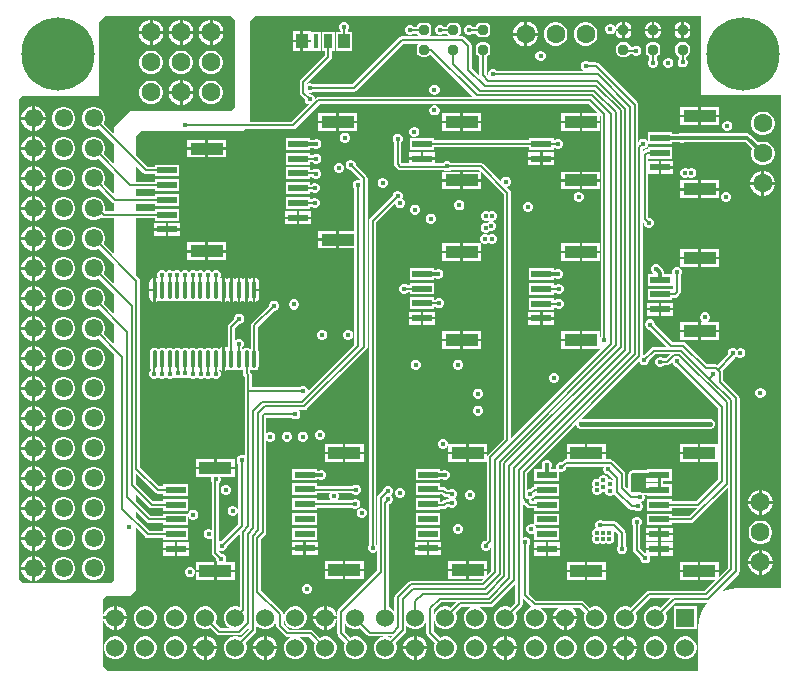
<source format=gtl>
%FSTAX44Y44*%
%MOMM*%
%SFA1B1*%

%IPPOS*%
%AMD22*
4,1,8,-0.398780,0.200660,-0.398780,-0.200660,-0.200660,-0.398780,0.200660,-0.398780,0.398780,-0.200660,0.398780,0.200660,0.200660,0.398780,-0.200660,0.398780,-0.398780,0.200660,0.0*
1,1,0.400000,-0.200660,0.200660*
1,1,0.400000,-0.200660,-0.200660*
1,1,0.400000,0.200660,-0.200660*
1,1,0.400000,0.200660,0.200660*
%
%AMD23*
4,1,8,0.177800,-0.647700,0.177800,0.647700,0.088900,0.736600,-0.088900,0.736600,-0.177800,0.647700,-0.177800,-0.647700,-0.088900,-0.736600,0.088900,-0.736600,0.177800,-0.647700,0.0*
1,1,0.177800,0.088900,-0.647700*
1,1,0.177800,0.088900,0.647700*
1,1,0.177800,-0.088900,0.647700*
1,1,0.177800,-0.088900,-0.647700*
%
%ADD10C,0.200000*%
%ADD11C,0.299999*%
%ADD17R,1.699997X0.599999*%
%ADD18R,2.799994X0.999998*%
%ADD19R,0.999998X1.199998*%
%ADD20R,0.699999X1.199998*%
%ADD21R,0.449999X1.199998*%
G04~CAMADD=22~8~0.0~0.0~315.0~315.0~78.7~0.0~15~0.0~0.0~0.0~0.0~0~0.0~0.0~0.0~0.0~0~0.0~0.0~0.0~90.0~314.0~314.0*
%ADD22D22*%
G04~CAMADD=23~8~0.0~0.0~580.0~140.0~35.0~0.0~15~0.0~0.0~0.0~0.0~0~0.0~0.0~0.0~0.0~0~0.0~0.0~0.0~270.0~140.0~580.0*
%ADD23D23*%
%ADD36C,0.399999*%
%ADD37C,1.599997*%
%ADD38C,1.549997*%
%ADD39C,6.199988*%
%ADD40R,1.523997X1.523997*%
%ADD41C,1.523997*%
%ADD42C,0.449999*%
%LNdr_0n-1*%
%LPD*%
G36*
X00340115Y00533633D02*
X00339231Y0053231D01*
X00338921Y00530749*
Y00526749*
X00339231Y00525188*
X00340115Y00523865*
X00341438Y00522981*
X00342999Y00522671*
X00346999*
X0034856Y00522981*
X00349883Y00523865*
X00350553Y00524869*
X00386365Y00489058*
X00255749*
X00254579Y00488825*
X00253586Y00488162*
X00252499Y00487075*
Y00487594*
X00251852Y00489156*
X00250656Y00490352*
X00249094Y00490999*
X00248325*
X00247269Y00492055*
X00247404Y00491999*
X00249094*
X00250656Y00492646*
X00251201Y0049319*
X00285499*
X00286669Y00493423*
X00287662Y00494086*
X00327516Y0053394*
X00340575*
X00340115Y00533633*
G37*
G36*
X00492443Y00475039D02*
X00478999D01*
Y00468499*
X00494539*
Y00472942*
X0049469Y00472791*
Y00285701*
X00494539Y00285549*
Y00290289*
X00478999*
Y00282749*
Y00275209*
X00494413*
X00418808Y00199604*
Y004075*
Y00407501*
X00418575Y00408671*
X00417912Y00409663*
X00414827Y00412748*
X00415095*
X00416657Y00413395*
X00417852Y00414591*
X00418499Y00416153*
Y00417844*
X00417852Y00419406*
X00416657Y00420601*
X00415095Y00421248*
X00413404*
X00411842Y00420601*
X00410646Y00419406*
X00409999Y00417844*
Y00417576*
X00395413Y00432162*
X00394421Y00432825*
X00393251Y00433058*
X0039325*
X00367701*
X00367157Y00433602*
X00365594Y00434249*
X00363904*
X00362342Y00433602*
X00361547Y00432808*
X00354539*
Y00435499*
X00343499*
X00332459*
Y00432808*
X00326266*
X00325808Y00433266*
Y00450547*
X00326352Y00451092*
X00326999Y00452654*
Y00454344*
X00326352Y00455906*
X00325156Y00457102*
X00323594Y00457749*
X00321904*
X00320342Y00457102*
X00319146Y00455906*
X00318499Y00454344*
Y00452654*
X00319146Y00451092*
X0031969Y00450547*
Y00431999*
X00319923Y00430829*
X00320586Y00429836*
X00322836Y00427586*
X00323828Y00426923*
X00324999Y0042669*
X00362047*
X00362342Y00426396*
X00363904Y00425749*
X00365594*
X00367157Y00426396*
X00367701Y0042694*
X00391984*
X00393385Y00425539*
X00377999*
Y00418999*
X00393539*
Y00425385*
X0041269Y00406234*
Y00199273*
X00399086Y00185669*
X00398539Y0018485*
Y00186499*
X00382999*
Y00179959*
X0039819*
Y00113941*
X00397249Y00112999*
X00396904*
X00395342Y00112352*
X00394146Y00111156*
X00393499Y00109594*
Y00107904*
X00394146Y00106342*
X00395342Y00105146*
X00396904Y00104499*
X00398594*
X00400156Y00105146*
X00401352Y00106342*
X00401999Y00107904*
Y00109098*
X0040219Y00109289*
Y00087766*
X00398539Y00084115*
Y00086999*
X00382999*
Y00080459*
X00394883*
X00393732Y00079308*
X00334342*
X00333172Y00079075*
X00332179Y00078412*
X00320879Y00067111*
X00320216Y00066119*
X00319983Y00064948*
Y0005362*
X00318206Y00055397*
X00316012Y00056663*
X00315358Y00056839*
Y00143771*
X0031691Y00144414*
X00318106Y0014561*
X00318753Y00147172*
Y00148863*
X00318106Y00150425*
X00316964Y00151566*
X00317156Y00151646*
X00318352Y00152842*
X00318999Y00154404*
Y00156094*
X00318352Y00157656*
X00317156Y00158852*
X00315595Y00159499*
X00313904*
X00312342Y00158852*
X00311146Y00157656*
X00310499Y00156094*
Y00155764*
X00306136Y00151401*
X00305473Y00150409*
X0030524Y00149238*
Y00109768*
X00304808Y00110201*
Y00382482*
X00320736Y0039841*
Y00397801*
X00321383Y0039624*
X00322578Y00395043*
X00324141Y00394396*
X00325831*
X00327393Y00395043*
X00328589Y0039624*
X00329236Y00397801*
Y00399491*
X00328589Y00401053*
X00327393Y00402249*
X00326472Y00402631*
X00326999Y00403904*
Y00405594*
X00326352Y00407156*
X00325156Y00408352*
X00323594Y00408999*
X00321904*
X00320342Y00408352*
X00319146Y00407156*
X00318499Y00405594*
Y00404825*
X00299586Y00385912*
X00298923Y0038492*
X0029869Y00383749*
Y00110201*
X00298146Y00109656*
X00297499Y00108094*
Y00106404*
X00298146Y00104842*
X00299342Y00103646*
X00300904Y00102999*
X00302594*
X00304156Y00103646*
X0030524Y0010473*
Y00087566*
X00272586Y00054912*
X00271923Y00053919*
X0027169Y00052749*
Y00034449*
X00271923Y00033279*
X00272586Y00032286*
X00278273Y00026599*
X00277935Y00026012*
X00277279Y00023566*
Y00021032*
X00277935Y00018586*
X00279201Y00016392*
X00280992Y00014601*
X00283186Y00013335*
X00285633Y00012679*
X00288166*
X00290612Y00013335*
X00292806Y00014601*
X00294597Y00016392*
X00295863Y00018586*
X00296519Y00021032*
Y00023566*
X00295863Y00026012*
X00294597Y00028206*
X00292806Y00029997*
X00290612Y00031263*
X00288166Y00031919*
X00285633*
X00283186Y00031263*
X00282599Y00030925*
X00277808Y00035716*
Y00044459*
X00277935Y00043986*
X00279201Y00041792*
X00280992Y00040001*
X00283186Y00038735*
X00285633Y00038079*
X00288166*
X00290612Y00038735*
X00291199Y00039073*
X00297186Y00033086*
X00298178Y00032423*
X00299349Y0003219*
X00317865*
X00316599Y00030925*
X00316012Y00031263*
X00313565Y00031919*
X00311032*
X00308586Y00031263*
X00306392Y00029997*
X00304601Y00028206*
X00303335Y00026012*
X00302679Y00023566*
Y00021032*
X00303335Y00018586*
X00304601Y00016392*
X00306392Y00014601*
X00308586Y00013335*
X00311032Y00012679*
X00313565*
X00316012Y00013335*
X00318206Y00014601*
X00319997Y00016392*
X00321263Y00018586*
X00321919Y00021032*
Y00023566*
X00321263Y00026012*
X00320925Y00026599*
X00329204Y00034879*
X00329867Y00035871*
X003301Y00037042*
Y00041693*
X00331792Y00040001*
X00333986Y00038735*
X00336432Y00038079*
X00338965*
X00341412Y00038735*
X00343606Y00040001*
X00345397Y00041792*
X00346663Y00043986*
X00347083Y00045551*
Y00035257*
X00347316Y00034086*
X0034798Y00033094*
X00354473Y00026599*
X00354135Y00026012*
X00353479Y00023566*
Y00021032*
X00354135Y00018586*
X00355401Y00016392*
X00357192Y00014601*
X00359386Y00013335*
X00361832Y00012679*
X00364365*
X00366812Y00013335*
X00369006Y00014601*
X00370797Y00016392*
X00372063Y00018586*
X00372719Y00021032*
Y00023566*
X00372063Y00026012*
X00370797Y00028206*
X00369006Y00029997*
X00366812Y00031263*
X00364365Y00031919*
X00361832*
X00359386Y00031263*
X00358799Y00030925*
X003532Y00036524*
Y00054375*
X00359766Y0006094*
X00372014*
X00367399Y00056325*
X00366812Y00056663*
X00364365Y00057319*
X00361832*
X00359386Y00056663*
X00357192Y00055397*
X00355401Y00053606*
X00354135Y00051412*
X00353479Y00048965*
Y00046433*
X00354135Y00043986*
X00355401Y00041792*
X00357192Y00040001*
X00359386Y00038735*
X00361832Y00038079*
X00364365*
X00366812Y00038735*
X00369006Y00040001*
X00370797Y00041792*
X00372063Y00043986*
X00372719Y00046433*
Y00048965*
X00372063Y00051412*
X00371725Y00051999*
X00376666Y0005694*
X00385819*
X00384786Y00056663*
X00382592Y00055397*
X00380801Y00053606*
X00379535Y00051412*
X00378879Y00048965*
Y00046433*
X00379535Y00043986*
X00380801Y00041792*
X00382592Y00040001*
X00384786Y00038735*
X00387233Y00038079*
X00389766*
X00392212Y00038735*
X00394406Y00040001*
X00396197Y00041792*
X00397463Y00043986*
X00398119Y00046433*
Y00048965*
X00397463Y00051412*
X00396197Y00053606*
X00394406Y00055397*
X00392212Y00056663*
X00391179Y0005694*
X00401749*
X0040292Y00057173*
X00403912Y00057836*
X0042244Y00076364*
Y00060566*
X00418199Y00056325*
X00417612Y00056663*
X00415166Y00057319*
X00412633*
X00410186Y00056663*
X00407992Y00055397*
X00406201Y00053606*
X00404935Y00051412*
X00404279Y00048965*
Y00046433*
X00404935Y00043986*
X00406201Y00041792*
X00407992Y00040001*
X00410186Y00038735*
X00412633Y00038079*
X00415166*
X00417612Y00038735*
X00419806Y00040001*
X00421597Y00041792*
X00422863Y00043986*
X00423519Y00046433*
Y00048965*
X00422863Y00051412*
X00422525Y00051999*
X00427662Y00057136*
X00428059Y00057731*
X00428325Y00058128*
X00428558Y00059299*
Y00065253*
X00428836Y00064836*
X00436708Y00056964*
X00435586Y00056663*
X00433392Y00055397*
X00431601Y00053606*
X00430335Y00051412*
X00429679Y00048965*
Y00046433*
X00430335Y00043986*
X00431601Y00041792*
X00433392Y00040001*
X00435586Y00038735*
X00438032Y00038079*
X00440565*
X00443012Y00038735*
X00445206Y00040001*
X00446997Y00041792*
X00448263Y00043986*
X00448919Y00046433*
Y00048965*
X00448263Y00051412*
X00446997Y00053606*
X00445206Y00055397*
X00444265Y0005594*
X00458653*
X00458461Y00055829*
X00456569Y00053937*
X00455231Y00051621*
X00454539Y00049037*
Y00048969*
X00464699*
X00474859*
Y00049037*
X00474167Y00051621*
X00472829Y00053937*
X00470937Y00055829*
X00470745Y0005594*
X00477532*
X00481473Y00051999*
X00481135Y00051412*
X00480479Y00048965*
Y00046433*
X00481135Y00043986*
X00482401Y00041792*
X00484192Y00040001*
X00486386Y00038735*
X00488833Y00038079*
X00491366*
X00493812Y00038735*
X00496006Y00040001*
X00497797Y00041792*
X00499063Y00043986*
X00499719Y00046433*
Y00048965*
X00499063Y00051412*
X00497797Y00053606*
X00496006Y00055397*
X00493812Y00056663*
X00491366Y00057319*
X00488833*
X00486386Y00056663*
X00485799Y00056325*
X00480962Y00061162*
X0047997Y00061825*
X00478799Y00062058*
X00440266*
X00434058Y00068266*
Y00109047*
X00434602Y00109592*
X00435249Y00111154*
Y00112844*
X00434602Y00114406*
X00433406Y00115602*
X00431844Y00116249*
X00430154*
X00428592Y00115602*
X00428558Y00115568*
Y0014393*
X00429592Y00142896*
X00431154Y00142249*
X00431673*
X00432586Y00141336*
X00433578Y00140673*
X00434749Y0014044*
X00438499*
Y00138499*
X00459499*
Y00148499*
X00438499*
Y00146558*
X00436249*
Y00147344*
X00435904Y00148177*
X00437406Y00148799*
X00438602Y00149994*
X00439018Y00150999*
X00459499*
Y00160999*
X00438499*
Y00159001*
X004375Y00158802*
X00436508Y00158139*
X00435021Y00156652*
X00434154*
X00432658Y00156032*
Y00170332*
X00473749Y00211423*
Y00211154*
X00474396Y00209592*
X00475592Y00208396*
X00477154Y00207749*
X00478844*
X00479259Y00207921*
X00585739*
X00586154Y00207749*
X00587844*
X00589407Y00208396*
X00590602Y00209592*
X00591249Y00211154*
Y00212844*
X00590602Y00214406*
X00589407Y00215602*
X00587844Y00216249*
X00586154*
X00585739Y00216077*
X00479259*
X00478844Y00216249*
X00478575*
X00527066Y00264741*
X00527646Y00263342*
X00528842Y00262146*
X00530404Y00261499*
X00532094*
X00533656Y00262146*
X00534852Y00263342*
X00535499Y00264904*
Y00265673*
X00540766Y0027094*
X0055304*
X00549658Y00267558*
X00548201*
X00547656Y00268102*
X00546094Y00268749*
X00544404*
X00542842Y00268102*
X00541646Y00266906*
X00540999Y00265344*
Y00263654*
X00541646Y00262092*
X00542842Y00260896*
X00544404Y00260249*
X00546094*
X00547656Y00260896*
X00548201Y0026144*
X00550924*
X00550926*
X00552095Y00261673*
X00553087Y00262336*
X00554999Y00264248*
Y00263904*
X00555646Y00262342*
X00556842Y00261146*
X00558404Y00260499*
X00558766*
X0059419Y00225075*
Y00194539*
X00578999*
Y00186999*
Y00179459*
X0059419*
Y00164854*
X00575895Y00146558*
X00554999*
Y00148499*
X00533999*
Y00138499*
X00554999*
Y0014044*
X00576184*
X00569801Y00134058*
X00554999*
Y00135999*
X00533999*
Y00125999*
X00554999*
Y0012794*
X00571068*
X00572239Y00128173*
X00573231Y00128836*
X0060219Y00157795*
Y00090315*
X00594539Y00082663*
Y00086499*
X00578999*
Y00079959*
X00591835*
X00582433Y00070558*
X00535299*
X00534128Y00070325*
X00533136Y00069662*
X00519799Y00056325*
X00519212Y00056663*
X00516766Y00057319*
X00514233*
X00511786Y00056663*
X00509592Y00055397*
X00507801Y00053606*
X00506535Y00051412*
X00505879Y00048965*
Y00046433*
X00506535Y00043986*
X00507801Y00041792*
X00509592Y00040001*
X00511786Y00038735*
X00514233Y00038079*
X00516766*
X00519212Y00038735*
X00521406Y00040001*
X00523197Y00041792*
X00524463Y00043986*
X00525119Y00046433*
Y00048965*
X00524463Y00051412*
X00524125Y00051999*
X00536566Y0006444*
X00553315*
X00545199Y00056325*
X00544612Y00056663*
X00542165Y00057319*
X00539632*
X00537186Y00056663*
X00534992Y00055397*
X00533201Y00053606*
X00531935Y00051412*
X00531279Y00048965*
Y00046433*
X00531935Y00043986*
X00533201Y00041792*
X00534992Y00040001*
X00537186Y00038735*
X00539632Y00038079*
X00542165*
X00544612Y00038735*
X00546806Y00040001*
X00548597Y00041792*
X00549863Y00043986*
X00550519Y00046433*
Y00048965*
X00549863Y00051412*
X00549525Y00051999*
X00557966Y0006044*
X00585102*
X00582835Y00057486*
X00580541Y00053512*
X00578786Y00049273*
X00577598Y00044842*
X00576999Y00040293*
Y00037999*
Y00002999*
X00646999*
X00076999*
X00072999Y00006999*
Y00063249*
X00075749Y00065999*
X00096249*
X00100999Y00070749*
Y00124423*
X00109086Y00116336*
X00110078Y00115673*
X00111249Y0011544*
X00124499*
Y00113499*
X00145499*
Y00123499*
X00124499*
Y00121558*
X00112516*
X00100999Y00133075*
Y00138173*
X00110336Y00128836*
X00111328Y00128173*
X00112499Y0012794*
X00124499*
Y00125999*
X00145499*
Y00134153*
X00146146Y00132592*
X00147342Y00131396*
X00148904Y00130749*
X00150594*
X00152156Y00131396*
X00153352Y00132592*
X00153999Y00134154*
Y00135844*
X00153352Y00137406*
X00152156Y00138602*
X00150594Y00139249*
X00148904*
X00147342Y00138602*
X00146146Y00137406*
X00145499Y00135845*
Y00135999*
X00124499*
Y00134058*
X00113766*
X00100999Y00146825*
Y00152673*
X00112336Y00141336*
X00113328Y00140673*
X00114499Y0014044*
X00124499*
Y00138499*
X00145499*
Y00148499*
X00124499*
Y00146558*
X00115766*
X00100999Y00161325*
Y00170173*
X00117336Y00153836*
X00118328Y00153173*
X00119499Y0015294*
X00124499*
Y00150999*
X00145499*
Y00160999*
X00124499*
Y00159058*
X00120766*
X00104558Y00175266*
Y00332899*
X00104325Y0033407*
X00103662Y00335062*
X00100999Y00337725*
Y0038594*
X00116999*
Y00383999*
X00137999*
Y00393999*
X00116999*
Y00392058*
X00100999*
Y0039844*
X00116999*
Y00396499*
X00137999*
Y00406499*
X00116999*
Y00404558*
X00100999*
Y0041094*
X00116999*
Y00408999*
X00137999*
Y00418999*
X00116999*
Y00417058*
X00100999*
Y00430673*
X00107336Y00424336*
X00107931Y00423939*
X00108328Y00423673*
X00109499Y0042344*
X00116999*
Y00421499*
X00137999*
Y00431499*
X00116999*
Y00429558*
X00110766*
X00100999Y00439325*
Y00455749*
X00105249Y00459999*
X00191749*
X0019344Y0046169*
X00234499*
X0023567Y00461923*
X00236662Y00462586*
X00257016Y0048294*
X00484541*
X00492443Y00475039*
G37*
G36*
X00184749Y00553999D02*
Y00479249D01*
X00181999Y00476499*
X00096499*
X00082999Y00462999*
Y00458984*
X00081826Y00458498*
X0007412Y00466204*
X00074485Y00466836*
X00075149Y00469315*
Y00471883*
X00074485Y00474362*
X00073201Y00476585*
X00071386Y00478401*
X00069163Y00479684*
X00066683Y00480349*
X00064116*
X00061636Y00479684*
X00059413Y00478401*
X00057597Y00476585*
X00056314Y00474362*
X00055649Y00471883*
Y00469315*
X00056314Y00466836*
X00057597Y00464612*
X00059413Y00462797*
X00061636Y00461513*
X00064116Y00460849*
X00066683*
X00069163Y00461513*
X00069794Y00461878*
X00082999Y00448673*
Y00433584*
X00081826Y00433098*
X0007412Y00440804*
X00074485Y00441436*
X00075149Y00443915*
Y00446482*
X00074485Y00448962*
X00073201Y00451185*
X00071386Y00453001*
X00069163Y00454284*
X00066683Y00454949*
X00064116*
X00061636Y00454284*
X00059413Y00453001*
X00057597Y00451185*
X00056314Y00448962*
X00055649Y00446482*
Y00443915*
X00056314Y00441436*
X00057597Y00439212*
X00059413Y00437397*
X00061636Y00436113*
X00064116Y00435449*
X00066683*
X00069163Y00436113*
X00069794Y00436478*
X00082999Y00423273*
Y00408184*
X00081826Y00407698*
X0007412Y00415404*
X00074485Y00416035*
X00075149Y00418515*
Y00421082*
X00074485Y00423562*
X00073201Y00425786*
X00071386Y00427601*
X00069163Y00428884*
X00066683Y00429549*
X00064116*
X00061636Y00428884*
X00059413Y00427601*
X00057597Y00425786*
X00056314Y00423562*
X00055649Y00421082*
Y00418515*
X00056314Y00416035*
X00057597Y00413812*
X00059413Y00411997*
X00061636Y00410713*
X00064116Y00410049*
X00066683*
X00069163Y00410713*
X00069794Y00411078*
X00081536Y00399336*
X00082528Y00398673*
X00082999Y0039858*
Y00392058*
X00076009*
X00075142Y00393089*
X00075149Y00393115*
Y00395683*
X00074485Y00398162*
X00073201Y00400386*
X00071386Y00402201*
X00069163Y00403484*
X00066683Y00404149*
X00064116*
X00061636Y00403484*
X00059413Y00402201*
X00057597Y00400386*
X00056314Y00398162*
X00055649Y00395683*
Y00393115*
X00056314Y00390635*
X00057597Y00388412*
X00059413Y00386597*
X00061636Y00385313*
X00064116Y00384649*
X00066683*
X00069163Y00385313*
X00071386Y00386597*
X00072289Y00386836*
X00073281Y00386173*
X00074452Y0038594*
X00082999*
Y00357384*
X00081826Y00356898*
X0007412Y00364604*
X00074485Y00365236*
X00075149Y00367715*
Y00370283*
X00074485Y00372762*
X00073201Y00374985*
X00071386Y00376801*
X00069163Y00378084*
X00066683Y00378749*
X00064116*
X00061636Y00378084*
X00059413Y00376801*
X00057597Y00374985*
X00056314Y00372762*
X00055649Y00370283*
Y00367715*
X00056314Y00365236*
X00057597Y00363012*
X00059413Y00361197*
X00061636Y00359913*
X00064116Y00359249*
X00066683*
X00069163Y00359913*
X00069794Y00360278*
X00082999Y00347073*
Y00331984*
X00081826Y00331498*
X0007412Y00339204*
X00074485Y00339836*
X00075149Y00342315*
Y00344882*
X00074485Y00347362*
X00073201Y00349585*
X00071386Y00351401*
X00069163Y00352684*
X00066683Y00353349*
X00064116*
X00061636Y00352684*
X00059413Y00351401*
X00057597Y00349585*
X00056314Y00347362*
X00055649Y00344882*
Y00342315*
X00056314Y00339836*
X00057597Y00337612*
X00059413Y00335797*
X00061636Y00334513*
X00064116Y00333849*
X00066683*
X00069163Y00334513*
X00069794Y00334878*
X00082999Y00321673*
Y00306584*
X00081826Y00306098*
X0007412Y00313804*
X00074485Y00314435*
X00075149Y00316915*
Y00319483*
X00074485Y00321962*
X00073201Y00324186*
X00071386Y00326001*
X00069163Y00327284*
X00066683Y00327949*
X00064116*
X00061636Y00327284*
X00059413Y00326001*
X00057597Y00324186*
X00056314Y00321962*
X00055649Y00319483*
Y00316915*
X00056314Y00314435*
X00057597Y00312212*
X00059413Y00310397*
X00061636Y00309113*
X00064116Y00308449*
X00066683*
X00069163Y00309113*
X00069794Y00309478*
X00082999Y00296273*
Y00281184*
X00081826Y00280698*
X0007412Y00288404*
X00074485Y00289036*
X00075149Y00291515*
Y00294082*
X00074485Y00296562*
X00073201Y00298786*
X00071386Y00300601*
X00069163Y00301884*
X00066683Y00302549*
X00064116*
X00061636Y00301884*
X00059413Y00300601*
X00057597Y00298786*
X00056314Y00296562*
X00055649Y00294082*
Y00291515*
X00056314Y00289036*
X00057597Y00286812*
X00059413Y00284997*
X00061636Y00283713*
X00064116Y00283049*
X00066683*
X00069163Y00283713*
X00069794Y00284078*
X00082999Y00270873*
Y00079499*
X00080499Y00076999*
X00005749*
X00002249Y00080499*
Y00486999*
X00004999Y00489749*
X00069999*
X0007Y00551749*
X00075249Y00556999*
X00181749*
X00184749Y00553999*
G37*
G36*
X00579999Y00489999D02*
X00646999D01*
Y00072999*
X00611999*
X00609705*
X00605157Y000724*
X00600725Y00071213*
X00596486Y00069457*
X00594487Y00068302*
X00611412Y00085228*
X00612075Y0008622*
X00612308Y00087391*
Y00233487*
X00612075Y00234658*
X00611412Y0023565*
X00598558Y00248504*
Y00255999*
X00598325Y0025717*
X0059804Y00257596*
X00608184Y00267739*
X00608514Y00268233*
X00608906Y00268396*
X00609749Y0026924*
X00610592Y00268396*
X00612154Y00267749*
X00613844*
X00615406Y00268396*
X00616602Y00269592*
X00617249Y00271154*
Y00272844*
X00616602Y00274406*
X00615406Y00275602*
X00613844Y00276249*
X00612154*
X00610592Y00275602*
X00609749Y00274759*
X00608906Y00275602*
X00607344Y00276249*
X00605654*
X00604092Y00275602*
X00602896Y00274406*
X00602249Y00272844*
Y00271154*
X00602453Y00270661*
X00593688Y00261895*
X00593419Y00262075*
X00592249Y00262308*
X00584754*
X005669Y00280162*
X00565908Y00280825*
X00564737Y00281058*
X00555735*
X00540658Y00296135*
Y00296904*
X00540011Y00298467*
X00538816Y00299662*
X00537254Y00300309*
X00535563*
X00534001Y00299662*
X00532805Y00298467*
X00532158Y00296904*
Y00295214*
X00532805Y00293652*
X00534001Y00292456*
X00535563Y00291809*
X00536333*
X00551084Y00277058*
X00539499*
X00538329Y00276825*
X00537337Y00276162*
X00531173Y00269999*
X00530558*
Y00382615*
X00530999Y00382173*
Y00381404*
X00531646Y00379842*
X00532842Y00378646*
X00534404Y00377999*
X00536094*
X00537656Y00378646*
X00538852Y00379842*
X00539499Y00381404*
Y00383094*
X00538852Y00384656*
X00537656Y00385852*
X00536094Y00386499*
X00535325*
X00534888Y00386936*
Y00423459*
X00543999*
Y00428999*
Y00434539*
X00534888*
Y00436499*
X00555499*
Y00446499*
X00534499*
Y00444558*
X00533749*
X00532579Y00444325*
X00531586Y00443662*
X00530558Y00442634*
Y00444732*
X00530825Y00444999*
X00531594*
X00533156Y00445646*
X00534352Y00446842*
X00534999Y00448404*
Y00448999*
X00555499*
Y00450555*
X0056106*
X00562404Y00449999*
X00564094*
X00565656Y00450646*
X00565691Y0045068*
X0061727*
X00622831Y0044512*
X00622681Y00444859*
X00621999Y00442315*
Y00439682*
X00622681Y00437139*
X00623997Y00434859*
X00625859Y00432997*
X00628139Y0043168*
X00630682Y00430999*
X00633315*
X00635859Y0043168*
X00638139Y00432997*
X00640001Y00434859*
X00641317Y00437139*
X00641999Y00439682*
Y00442315*
X00641317Y00444859*
X00640001Y00447139*
X00638139Y00449001*
X00635859Y00450317*
X00633315Y00450999*
X00630682*
X00628139Y00450317*
X00627878Y00450167*
X00621272Y00456772*
X00620114Y00457546*
X00618749Y00457818*
X00565691*
X00565656Y00457852*
X00564094Y00458499*
X00562404*
X00560842Y00457852*
X00560682Y00457693*
X00555499*
Y00458999*
X00534499*
Y00451301*
X00534352Y00451656*
X00533156Y00452852*
X00531594Y00453499*
X00529904*
X00528342Y00452852*
X00527146Y00451656*
X00526558Y00450236*
Y00482249*
X00526325Y0048342*
X00525662Y00484412*
X00492912Y00517162*
X0049192Y00517825*
X00490749Y00518058*
X00484951*
X00484406Y00518602*
X00482844Y00519249*
X00481154*
X00479592Y00518602*
X00478396Y00517406*
X00477749Y00515844*
Y00514154*
X00478396Y00512592*
X00479592Y00511396*
X00480408Y00511058*
X00405951*
X00405656Y00511352*
X00404094Y00511999*
X00402404*
X00400842Y00511352*
X00399646Y00510156*
X00398999Y00508594*
Y00507248*
X00398058Y00508189*
Y00522881*
X0039856Y00522981*
X00399883Y00523865*
X00400767Y00525188*
X00401077Y00526749*
Y00530749*
X00400767Y0053231*
X00399883Y00533633*
X0039856Y00534517*
X00396999Y00534827*
X00392999*
X00391438Y00534517*
X00390115Y00533633*
X00389231Y0053231*
X00388921Y00530749*
Y00526749*
X00389231Y00525188*
X00390115Y00523865*
X00391438Y00522981*
X0039194Y00522881*
Y00507011*
X00385808Y00513143*
Y00531749*
X00385575Y00532919*
X00384912Y00533912*
X00379662Y00539162*
X0037867Y00539825*
X00377499Y00540058*
X00374423*
X00374883Y00540365*
X00375767Y00541688*
X00376077Y00543249*
Y00547249*
X00375767Y0054881*
X00374883Y00550133*
X0037356Y00551017*
X00371999Y00551327*
X00367999*
X00366438Y00551017*
X00365115Y00550133*
X00364231Y0054881*
X00364131Y00548308*
X00361451*
X00360906Y00548852*
X00359344Y00549499*
X00357654*
X00356092Y00548852*
X00354896Y00547656*
X00354249Y00546094*
Y00544404*
X00354896Y00542842*
X00356092Y00541646*
X00357654Y00540999*
X00359344*
X00360906Y00541646*
X00361451Y0054219*
X00364131*
X00364231Y00541688*
X00365115Y00540365*
X00365575Y00540058*
X00349423*
X00349883Y00540365*
X00350767Y00541688*
X00351077Y00543249*
Y00547249*
X00350767Y0054881*
X00349883Y00550133*
X0034856Y00551017*
X00346999Y00551327*
X00342999*
X00341438Y00551017*
X00340115Y00550133*
X00339231Y0054881*
X00339131Y00548308*
X00336451*
X00335906Y00548852*
X00334344Y00549499*
X00332654*
X00331092Y00548852*
X00329896Y00547656*
X00329249Y00546094*
Y00544404*
X00329896Y00542842*
X00331092Y00541646*
X00332654Y00540999*
X00334344*
X00335906Y00541646*
X00336451Y0054219*
X00339131*
X00339231Y00541688*
X00340115Y00540365*
X00340575Y00540058*
X00326249*
X00325078Y00539825*
X00324086Y00539162*
X00284232Y00499308*
X00251201*
X00250656Y00499852*
X00249094Y00500499*
X00247404*
X00246058Y00499942*
Y00500232*
X00266162Y00520336*
X00266825Y00521329*
X00267058Y00522499*
Y00527999*
X00269499*
Y00543999*
X00258499*
Y00527999*
X0026094*
Y00523766*
X00240836Y00503662*
X00240173Y0050267*
X0023994Y00501499*
Y00491999*
X00240173Y00490829*
X00240836Y00489836*
X00243999Y00486673*
Y00485904*
X00244646Y00484342*
X00245842Y00483146*
X00247404Y00482499*
X00247923*
X00233232Y00467808*
X00197999*
Y00552749*
X00202249Y00556999*
X00579999*
Y00489999*
G37*
%LNdr_0n-2*%
%LPC*%
G36*
X00354844Y00499249D02*
X00353154D01*
X00351592Y00498602*
X00350396Y00497406*
X00349749Y00495844*
Y00494154*
X00350396Y00492592*
X00351592Y00491396*
X00353154Y00490749*
X00354844*
X00356406Y00491396*
X00357602Y00492592*
X00358249Y00494154*
Y00495844*
X00357602Y00497406*
X00356406Y00498602*
X00354844Y00499249*
G37*
G36*
Y00481588D02*
X00353154D01*
X00351592Y00480941*
X00350396Y00479745*
X00349749Y00478183*
Y00476492*
X00350396Y0047493*
X00351592Y00473735*
X00353154Y00473088*
X00354844*
X00356406Y00473735*
X00357602Y0047493*
X00358249Y00476492*
Y00478183*
X00357602Y00479745*
X00356406Y00480941*
X00354844Y00481588*
G37*
G36*
X00393539Y00475039D02*
X00377999D01*
Y00468499*
X00393539*
Y00475039*
G37*
G36*
X00375999D02*
X00360459D01*
Y00468499*
X00375999*
Y00475039*
G37*
G36*
X00288539D02*
X00272999D01*
Y00468499*
X00288539*
Y00475039*
G37*
G36*
X00270999D02*
X00255459D01*
Y00468499*
X00270999*
Y00475039*
G37*
G36*
X00476999D02*
X00461459D01*
Y00468499*
X00476999*
Y00475039*
G37*
G36*
X00393539Y00466499D02*
X00377999D01*
Y00459959*
X00393539*
Y00466499*
G37*
G36*
X00375999D02*
X00360459D01*
Y00459959*
X00375999*
Y00466499*
G37*
G36*
X00288539D02*
X00272999D01*
Y00459959*
X00288539*
Y00466499*
G37*
G36*
X00270999D02*
X00255459D01*
Y00459959*
X00270999*
Y00466499*
G37*
G36*
X00494539D02*
X00478999D01*
Y00459959*
X00494539*
Y00466499*
G37*
G36*
X00476999D02*
X00461459D01*
Y00459959*
X00476999*
Y00466499*
G37*
G36*
X00337844Y00463249D02*
X00336154D01*
X00334592Y00462602*
X00333396Y00461406*
X00332749Y00459844*
Y00458154*
X00333396Y00456592*
X00334592Y00455396*
X00336154Y00454749*
X00337844*
X00339406Y00455396*
X00340602Y00456592*
X00341249Y00458154*
Y00459844*
X00340602Y00461406*
X00339406Y00462602*
X00337844Y00463249*
G37*
G36*
X00278844Y00458499D02*
X00277154D01*
X00275592Y00457852*
X00274396Y00456656*
X00273749Y00455094*
Y00453404*
X00274396Y00451842*
X00275592Y00450646*
X00277154Y00449999*
X00278844*
X00280406Y00450646*
X00281602Y00451842*
X00282249Y00453404*
Y00455094*
X00281602Y00456656*
X00280406Y00457852*
X00278844Y00458499*
G37*
G36*
X00177539Y00452539D02*
X00161999D01*
Y00445999*
X00177539*
Y00452539*
G37*
G36*
X00159999D02*
X00144459D01*
Y00445999*
X00159999*
Y00452539*
G37*
G36*
X00353999Y00453999D02*
X00332999D01*
Y00443999*
X00353999*
Y0044594*
X00433999*
Y00443999*
X00454999*
Y0044594*
X00455547*
X00456092Y00445396*
X00457654Y00444749*
X00459344*
X00460906Y00445396*
X00462102Y00446592*
X00462749Y00448154*
Y00449844*
X00462102Y00451406*
X00460906Y00452602*
X00459344Y00453249*
X00457654*
X00456092Y00452602*
X00455547Y00452058*
X00454999*
Y00453999*
X00433999*
Y00452058*
X00353999*
Y00453999*
G37*
G36*
X00248999D02*
X00227999D01*
Y00443999*
X00248999*
Y0044543*
X00251557*
X00251592Y00445396*
X00253154Y00444749*
X00254844*
X00256406Y00445396*
X00257602Y00446592*
X00258249Y00448154*
Y00449844*
X00257602Y00451406*
X00256406Y00452602*
X00254844Y00453249*
X00253154*
X00251592Y00452602*
X00251557Y00452568*
X00248999*
Y00453999*
G37*
G36*
X00354539Y00442039D02*
X00344499D01*
Y00437499*
X00354539*
Y00442039*
G37*
G36*
X00342499D02*
X00332459D01*
Y00437499*
X00342499*
Y00442039*
G37*
G36*
X00455539D02*
X00445499D01*
Y00437499*
X00455539*
Y00442039*
G37*
G36*
X00443499D02*
X00433459D01*
Y00437499*
X00443499*
Y00442039*
G37*
G36*
X00177539Y00443999D02*
X00161999D01*
Y00437459*
X00177539*
Y00443999*
G37*
G36*
X00159999D02*
X00144459D01*
Y00437459*
X00159999*
Y00443999*
G37*
G36*
X00248999Y00441499D02*
X00227999D01*
Y00431499*
X00248999*
Y0043344*
X00251047*
X00251592Y00432896*
X00253154Y00432249*
X00254844*
X00256406Y00432896*
X00257602Y00434092*
X00258249Y00435654*
Y00437344*
X00257602Y00438906*
X00256406Y00440102*
X00254844Y00440749*
X00253154*
X00251592Y00440102*
X00251047Y00439558*
X00248999*
Y00441499*
G37*
G36*
X00455539Y00435499D02*
X00445499D01*
Y00430959*
X00455539*
Y00435499*
G37*
G36*
X00443499D02*
X00433459D01*
Y00430959*
X00443499*
Y00435499*
G37*
G36*
X00273844Y00432749D02*
X00272154D01*
X00270592Y00432102*
X00269396Y00430906*
X00268749Y00429344*
Y00427654*
X00269396Y00426092*
X00270592Y00424896*
X00272154Y00424249*
X00273844*
X00275406Y00424896*
X00276602Y00426092*
X00277249Y00427654*
Y00429344*
X00276602Y00430906*
X00275406Y00432102*
X00273844Y00432749*
G37*
G36*
X00248999Y00428999D02*
X00227999D01*
Y00418999*
X00248999*
Y0042094*
X00250298*
X00251092Y00420146*
X00252654Y00419499*
X00254344*
X00255906Y00420146*
X00257102Y00421342*
X00257749Y00422904*
Y00424594*
X00257102Y00426156*
X00255906Y00427352*
X00254344Y00427999*
X00252654*
X00251092Y00427352*
X00250797Y00427058*
X00248999*
Y00428999*
G37*
G36*
X00375999Y00425539D02*
X00360459D01*
Y00418999*
X00375999*
Y00425539*
G37*
G36*
X00494539D02*
X00478999D01*
Y00418999*
X00494539*
Y00425539*
G37*
G36*
X00476999D02*
X00461459D01*
Y00418999*
X00476999*
Y00425539*
G37*
G36*
X00283845Y00435249D02*
X00282154D01*
X00280592Y00434602*
X00279396Y00433406*
X00278749Y00431844*
Y00430154*
X00279396Y00428592*
X00280592Y00427396*
X00282154Y00426749*
X00282923*
X0029119Y00418482*
Y00417942*
X00289844Y00418499*
X00288154*
X00286592Y00417852*
X00285396Y00416656*
X00284749Y00415094*
Y00413404*
X00285396Y00411842*
X0028594Y00411297*
Y00375539*
X00272999*
Y00367999*
Y00360459*
X0028594*
Y00279016*
X00246749Y00239825*
Y00240594*
X00246102Y00242156*
X00244906Y00243352*
X00243344Y00243999*
X00241654*
X00240092Y00243352*
X00239547Y00242808*
X00199558*
Y00253249*
X00199325Y0025442*
X00198662Y00255412*
X00198036Y00256038*
Y00258569*
X00198152Y00258743*
X00198355Y00258439*
X00199311Y00257801*
X00200438Y00257576*
X00202216*
X00203343Y00257801*
X00204299Y00258439*
X00204937Y00259395*
X00205162Y00260522*
Y00273476*
X00204937Y00274603*
X00204386Y00275429*
Y0029406*
X00218075Y00307749*
X00218844*
X00220406Y00308396*
X00221602Y00309592*
X0022225Y00311154*
Y00312844*
X00221602Y00314406*
X00220406Y00315602*
X00218844Y00316249*
X00217154*
X00215592Y00315602*
X00214396Y00314406*
X00213749Y00312844*
Y00312075*
X00199164Y0029749*
X00198501Y00296497*
X00198268Y00295327*
Y00275429*
X00198152Y00275255*
X00197949Y00275559*
X00196993Y00276197*
X00195866Y00276422*
X00194088*
X00192961Y00276197*
X00192005Y00275559*
X00191675Y00275065*
X0019137Y00275521*
Y0027686*
X00191852Y00277342*
X00192499Y00278904*
Y00280594*
X00191852Y00282156*
X00190656Y00283352*
X00189094Y00283999*
X00187404*
X00185842Y00283352*
X00185082Y00282592*
Y00293006*
X00188825Y00296749*
X00189594*
X00191156Y00297396*
X00192352Y00298592*
X00192999Y00300154*
Y00301844*
X00192352Y00303406*
X00191156Y00304602*
X00189594Y00305249*
X00187904*
X00186342Y00304602*
X00185146Y00303406*
X00184499Y00301844*
Y00301075*
X0017986Y00296436*
X00179197Y00295443*
X00178964Y00294273*
Y00275673*
X0017878Y00275948*
X00177646Y00276706*
X00176419Y0027695*
Y00266999*
Y00257048*
X00177646Y00257292*
X0017878Y0025805*
X00179046Y00258447*
X00179051Y00258439*
X00180007Y00257801*
X00181134Y00257576*
X00182912*
X00184039Y00257801*
X00184995Y00258439*
X00185198Y00258743*
X00185401Y00258439*
X00186357Y00257801*
X00187484Y00257576*
X00189262*
X00190389Y00257801*
X00191345Y00258439*
X00191675Y00258933*
X00191918Y00258569*
Y00254771*
X00192151Y00253601*
X00192814Y00252608*
X0019344Y00251982*
Y00239749*
Y00184568*
X00193156Y00184852*
X00191594Y00185499*
X00189904*
X00188342Y00184852*
X00187146Y00183656*
X00186499Y00182094*
Y00180404*
X00187146Y00178842*
X0018769Y00178297*
Y00126766*
X00173673Y00112749*
X00172904*
X00171558Y00112191*
Y00162047*
X00172352Y00162842*
X00172999Y00164404*
Y00166094*
X00172641Y00166959*
X00185039*
Y00173499*
X00168499*
X00151959*
Y00166959*
X00164857*
X00164499Y00166094*
Y00164404*
X00165146Y00162842*
X0016544Y00162547*
Y00122068*
X00165156Y00122352*
X00163594Y00122999*
X00161904*
X00160342Y00122352*
X00159146Y00121156*
X00158499Y00119594*
Y00117904*
X00159146Y00116342*
X00160342Y00115146*
X00161904Y00114499*
X00163594*
X00165156Y00115146*
X0016544Y0011543*
Y00102749*
X00165673Y00101579*
X00166336Y00100586*
X00169249Y00097673*
Y00096904*
X00169896Y00095342*
X00170199Y00095039*
X00169499*
Y00088499*
X00185039*
Y00095039*
X00176799*
X00177102Y00095342*
X00177749Y00096904*
Y00098594*
X00177102Y00100156*
X00175906Y00101352*
X00174344Y00101999*
X00173575*
X00171558Y00104016*
Y00104807*
X00172904Y00104249*
X00174594*
X00176156Y00104896*
X00177352Y00106092*
X00177999Y00107654*
Y00108423*
X00188972Y00119396*
Y00056674*
X00186566Y00057319*
X00184033*
X00181586Y00056663*
X00179392Y00055397*
X00177601Y00053606*
X00176335Y00051412*
X00175679Y00048965*
Y00046433*
X00176335Y00043986*
X00177601Y00041792*
X00179392Y00040001*
X00181026Y00039058*
X00172866*
X00168525Y00043399*
X00168863Y00043986*
X00169519Y00046433*
Y00048965*
X00168863Y00051412*
X00167597Y00053606*
X00165806Y00055397*
X00163612Y00056663*
X00161165Y00057319*
X00158632*
X00156186Y00056663*
X00153992Y00055397*
X00152201Y00053606*
X00150935Y00051412*
X00150279Y00048965*
Y00046433*
X00150935Y00043986*
X00152201Y00041792*
X00153992Y00040001*
X00156186Y00038735*
X00158632Y00038079*
X00161165*
X00163612Y00038735*
X00164199Y00039073*
X00169436Y00033836*
X00170428Y00033173*
X00171599Y0003294*
X00188618*
X00189789Y00033173*
X00190781Y00033836*
X00196972Y00040027*
Y00038297*
X00189599Y00030925*
X00189012Y00031263*
X00186566Y00031919*
X00184033*
X00181586Y00031263*
X00179392Y00029997*
X00177601Y00028206*
X00176335Y00026012*
X00175679Y00023566*
Y00021032*
X00176335Y00018586*
X00177601Y00016392*
X00179392Y00014601*
X00181586Y00013335*
X00184033Y00012679*
X00186566*
X00189012Y00013335*
X00191206Y00014601*
X00192997Y00016392*
X00194263Y00018586*
X00194919Y00021032*
Y00023566*
X00194263Y00026012*
X00193925Y00026599*
X00202193Y00034868*
X00202591Y00035463*
X00202856Y0003586*
X00203089Y00037031*
Y00041704*
X00204792Y00040001*
X00206986Y00038735*
X00209432Y00038079*
X00211965*
X00214412Y00038735*
X00216606Y00040001*
X00218397Y00041792*
X00219663Y00043986*
X0022019Y00045952*
Y00040999*
X00220423Y00039828*
X00221086Y00038836*
X00227336Y00032586*
X00228329Y00031923*
X00229499Y0003169*
X00233979*
X00232386Y00031263*
X00230192Y00029997*
X00228401Y00028206*
X00227135Y00026012*
X00226479Y00023566*
Y00021032*
X00227135Y00018586*
X00228401Y00016392*
X00230192Y00014601*
X00232386Y00013335*
X00234833Y00012679*
X00237366*
X00239812Y00013335*
X00242006Y00014601*
X00243797Y00016392*
X00245063Y00018586*
X00245719Y00021032*
Y00023566*
X00245063Y00026012*
X00243797Y00028206*
X00242006Y00029997*
X00239812Y00031263*
X00238219Y0003169*
X00247782*
X00252873Y00026599*
X00252535Y00026012*
X00251879Y00023566*
Y00021032*
X00252535Y00018586*
X00253801Y00016392*
X00255592Y00014601*
X00257786Y00013335*
X00260232Y00012679*
X00262765*
X00265212Y00013335*
X00267406Y00014601*
X00269197Y00016392*
X00270463Y00018586*
X00271119Y00021032*
Y00023566*
X00270463Y00026012*
X00269197Y00028206*
X00267406Y00029997*
X00265212Y00031263*
X00262765Y00031919*
X00260232*
X00257786Y00031263*
X00257199Y00030925*
X00251212Y00036912*
X0025022Y00037575*
X00249049Y00037808*
X00230766*
X00226308Y00042266*
Y00050749*
X00226075Y0005192*
X00225412Y00052912*
X00207089Y00071234*
Y00114421*
X00210662Y00117994*
X00211325Y00118986*
X00211558Y00120157*
Y0019843*
X00212592Y00197396*
X00214154Y00196749*
X00215844*
X00217406Y00197396*
X00218602Y00198592*
X00219249Y00200154*
Y00201844*
X00218602Y00203406*
X00217406Y00204602*
X00215844Y00205249*
X00214154*
X00212592Y00204602*
X00211558Y00203568*
Y0021694*
X00233297*
X00233842Y00216396*
X00235404Y00215749*
X00237094*
X00238656Y00216396*
X00239852Y00217592*
X00240499Y00219154*
Y00220844*
X00239852Y00222406*
X00238656Y00223602*
X00238218Y00223783*
X00243749*
X0024492Y00224016*
X00245912Y00224679*
X00296412Y00275179*
X00297075Y00276172*
X00297308Y00277342*
Y00419749*
X00297075Y00420919*
X00296412Y00421912*
X00287249Y00431075*
Y00431844*
X00286602Y00433406*
X00285406Y00434602*
X00283845Y00435249*
G37*
G36*
X00310844Y00420249D02*
X00309154D01*
X00307592Y00419602*
X00306396Y00418406*
X00305749Y00416844*
Y00415154*
X00306396Y00413592*
X00307592Y00412396*
X00309154Y00411749*
X00310844*
X00312406Y00412396*
X00313602Y00413592*
X00314249Y00415154*
Y00416844*
X00313602Y00418406*
X00312406Y00419602*
X00310844Y00420249*
G37*
G36*
X00393539Y00416999D02*
X00377999D01*
Y00410459*
X00393539*
Y00416999*
G37*
G36*
X00375999D02*
X00360459D01*
Y00410459*
X00375999*
Y00416999*
G37*
G36*
X00494539D02*
X00478999D01*
Y00410459*
X00494539*
Y00416999*
G37*
G36*
X00476999D02*
X00461459D01*
Y00410459*
X00476999*
Y00416999*
G37*
G36*
X00248999Y00416499D02*
X00227999D01*
Y00406499*
X00248999*
Y0040844*
X00249547*
X00250092Y00407896*
X00251654Y00407249*
X00253345*
X00254907Y00407896*
X00256102Y00409091*
X00256749Y00410653*
Y00412344*
X00256102Y00413906*
X00254907Y00415102*
X00253345Y00415749*
X00251654*
X00250092Y00415102*
X00249547Y00414558*
X00248999*
Y00416499*
G37*
G36*
X00476844Y00408249D02*
X00475154D01*
X00473592Y00407602*
X00472396Y00406406*
X00471749Y00404844*
Y00403154*
X00472396Y00401592*
X00473592Y00400396*
X00475154Y00399749*
X00476844*
X00478406Y00400396*
X00479602Y00401592*
X00480249Y00403154*
Y00404844*
X00479602Y00406406*
X00478406Y00407602*
X00476844Y00408249*
G37*
G36*
X00248999Y00403999D02*
X00227999D01*
Y00393999*
X00248999*
Y0039594*
X00249547*
X00250092Y00395396*
X00251654Y00394749*
X00253345*
X00254907Y00395396*
X00256102Y00396591*
X00256749Y00398153*
Y00399844*
X00256102Y00401406*
X00254907Y00402602*
X00253345Y00403249*
X00251654*
X00250092Y00402602*
X00249547Y00402058*
X00248999*
Y00403999*
G37*
G36*
X00375844Y00401249D02*
X00374154D01*
X00372592Y00400602*
X00371396Y00399406*
X00370749Y00397844*
Y00396154*
X00371396Y00394592*
X00372592Y00393396*
X00374154Y00392749*
X00375844*
X00377406Y00393396*
X00378602Y00394592*
X00379249Y00396154*
Y00397844*
X00378602Y00399406*
X00377406Y00400602*
X00375844Y00401249*
G37*
G36*
X00434094Y00399999D02*
X00432404D01*
X00430842Y00399352*
X00429646Y00398156*
X00428999Y00396594*
Y00394904*
X00429646Y00393342*
X00430842Y00392146*
X00432404Y00391499*
X00434094*
X00435656Y00392146*
X00436852Y00393342*
X00437499Y00394904*
Y00396594*
X00436852Y00398156*
X00435656Y00399352*
X00434094Y00399999*
G37*
G36*
X00338437Y00397646D02*
X00336746D01*
X00335184Y00396999*
X00333989Y00395803*
X00333342Y00394241*
Y00392551*
X00333989Y00390989*
X00335184Y00389793*
X00336746Y00389146*
X00338437*
X00339999Y00389793*
X00341195Y00390989*
X00341842Y00392551*
Y00394241*
X00341195Y00395803*
X00339999Y00396999*
X00338437Y00397646*
G37*
G36*
X00249539Y00392039D02*
X00239499D01*
Y00387499*
X00249539*
Y00392039*
G37*
G36*
X00237499D02*
X00227459D01*
Y00387499*
X00237499*
Y00392039*
G37*
G36*
X00398344Y00391999D02*
X00396654D01*
X00395092Y00391352*
X00393896Y00390157*
X00393249Y00388594*
Y00386904*
X00393896Y00385342*
X00395092Y00384146*
X00396654Y00383499*
X00398344*
X00399906Y00384146*
X00400124Y00384364*
X00400342Y00384146*
X00400936Y003839*
X00400861*
X00399299Y00383253*
X00398236Y0038219*
X00398094Y00382249*
X00396404*
X00394843Y00381602*
X00393646Y00380406*
X00392999Y00378844*
Y00377154*
X00393646Y00375592*
X00394843Y00374396*
X00396404Y00373749*
X00398094*
X00399656Y00374396*
X00400719Y00375459*
X00400861Y003754*
X00402552*
X00404114Y00376047*
X00405309Y00377242*
X00405956Y00378804*
Y00380495*
X00405309Y00382057*
X00404114Y00383253*
X00403519Y00383499*
X00403594*
X00405156Y00384146*
X00406352Y00385342*
X00406999Y00386904*
Y00388594*
X00406352Y00390156*
X00405156Y00391352*
X00403594Y00391999*
X00401904*
X00400342Y00391352*
X00400124Y00391134*
X00399906Y00391352*
X00398344Y00391999*
G37*
G36*
X00351594Y00389999D02*
X00349904D01*
X00348342Y00389352*
X00347146Y00388156*
X00346499Y00386594*
Y00384904*
X00347146Y00383342*
X00348342Y00382146*
X00349904Y00381499*
X00351594*
X00353156Y00382146*
X00354352Y00383342*
X00354999Y00384904*
Y00386594*
X00354352Y00388156*
X00353156Y00389352*
X00351594Y00389999*
G37*
G36*
X00249539Y00385499D02*
X00239499D01*
Y00380959*
X00249539*
Y00385499*
G37*
G36*
X00237499D02*
X00227459D01*
Y00380959*
X00237499*
Y00385499*
G37*
G36*
X00138539Y00382039D02*
X00128499D01*
Y00377499*
X00138539*
Y00382039*
G37*
G36*
X00126499D02*
X00116459D01*
Y00377499*
X00126499*
Y00382039*
G37*
G36*
X00138539Y00375499D02*
X00128499D01*
Y00370959*
X00138539*
Y00375499*
G37*
G36*
X00126499D02*
X00116459D01*
Y00370959*
X00126499*
Y00375499*
G37*
G36*
X00270999Y00375539D02*
X00255459D01*
Y00368999*
X00270999*
Y00375539*
G37*
G36*
X00397844Y00372499D02*
X00396154D01*
X00394592Y00371852*
X00393396Y00370657*
X00392749Y00369094*
Y00367404*
X00393396Y00365842*
X00394592Y00364646*
X00396154Y00363999*
X00397844*
X00399406Y00364646*
X00399749Y00364989*
X00400092Y00364646*
X00401654Y00363999*
X00403344*
X00404906Y00364646*
X00406102Y00365842*
X00406749Y00367404*
Y00369094*
X00406102Y00370656*
X00404906Y00371852*
X00403344Y00372499*
X00401654*
X00400092Y00371852*
X00399749Y00371509*
X00399406Y00371852*
X00397844Y00372499*
G37*
G36*
X00270999Y00366999D02*
X00255459D01*
Y00360459*
X00270999*
Y00366999*
G37*
G36*
X00177539Y00365539D02*
X00161999D01*
Y00358999*
X00177539*
Y00365539*
G37*
G36*
X00159999D02*
X00144459D01*
Y00358999*
X00159999*
Y00365539*
G37*
G36*
X00393539Y00365039D02*
X00377999D01*
Y00358499*
X00393539*
Y00365039*
G37*
G36*
X00375999D02*
X00360459D01*
Y00358499*
X00375999*
Y00365039*
G37*
G36*
X00494539Y00364789D02*
X00478999D01*
Y00358249*
X00494539*
Y00364789*
G37*
G36*
X00476999D02*
X00461459D01*
Y00358249*
X00476999*
Y00364789*
G37*
G36*
X00177539Y00356999D02*
X00161999D01*
Y00350459*
X00177539*
Y00356999*
G37*
G36*
X00159999D02*
X00144459D01*
Y00350459*
X00159999*
Y00356999*
G37*
G36*
X00393539Y00356499D02*
X00377999D01*
Y00349959*
X00393539*
Y00356499*
G37*
G36*
X00375999D02*
X00360459D01*
Y00349959*
X00375999*
Y00356499*
G37*
G36*
X00494539Y00356249D02*
X00478999D01*
Y00349709*
X00494539*
Y00356249*
G37*
G36*
X00476999D02*
X00461459D01*
Y00349709*
X00476999*
Y00356249*
G37*
G36*
X00130598Y00342251D02*
X00128908D01*
X00127346Y00341604*
X001265Y00340758*
X00125656Y00341602*
X00124094Y00342249*
X00122404*
X00120842Y00341602*
X00119646Y00340406*
X00118999Y00338844*
Y00337154*
X00119646Y00335592*
X0012024Y00334997*
Y00334448*
X00119226Y00335126*
X00117999Y0033537*
Y00325419*
Y00315468*
X00119226Y00315712*
X0012036Y0031647*
X00120545Y00316747*
X00121333Y00316221*
X0012246Y00315996*
X00124238*
X00125365Y00316221*
X00126321Y00316859*
X00126651Y00317353*
X00126981Y00316859*
X00127937Y00316221*
X00129064Y00315996*
X00130842*
X00131969Y00316221*
X00132925Y00316859*
X00133128Y00317163*
X00133331Y00316859*
X00134287Y00316221*
X00135414Y00315996*
X00137192*
X00138319Y00316221*
X00139275Y00316859*
X00139605Y00317353*
X00139935Y00316859*
X00140891Y00316221*
X00142018Y00315996*
X00143796*
X00144923Y00316221*
X00145879Y00316859*
X00146209Y00317353*
X00146539Y00316859*
X00147495Y00316221*
X00148622Y00315996*
X001504*
X00151527Y00316221*
X00152483Y00316859*
X00152686Y00317163*
X00152889Y00316859*
X00153845Y00316221*
X00154972Y00315996*
X0015675*
X00157877Y00316221*
X00158833Y00316859*
X00159163Y00317353*
X00159493Y00316859*
X00160449Y00316221*
X00161576Y00315996*
X00163354*
X00164481Y00316221*
X00165437Y00316859*
X0016564Y00317163*
X00165843Y00316859*
X00166799Y00316221*
X00167926Y00315996*
X00169704*
X00170831Y00316221*
X00171787Y00316859*
X00171792Y00316867*
X00172058Y0031647*
X00173192Y00315712*
X00174419Y00315468*
Y00325419*
Y0033537*
X00173192Y00335126*
X00172058Y00334368*
X00171966Y0033423*
Y00334955*
X00172602Y00335592*
X00173249Y00337154*
Y00338844*
X00172602Y00340406*
X00171406Y00341602*
X00169844Y00342249*
X00168154*
X00166592Y00341602*
X00165749Y00340759*
X00164906Y00341602*
X00163344Y00342249*
X00161654*
X00160092Y00341602*
X00159131Y0034064*
X00158218Y00341552*
X00156656Y00342199*
X00154966*
X00153404Y00341552*
X0015243Y00340579*
X00151657Y00341353*
X00150095Y00342*
X00148404*
X00146842Y00341353*
X00145991Y00340501*
X00145157Y00341335*
X00143595Y00341982*
X00141904*
X00140342Y00341335*
X0013961Y00340603*
X0013866Y00341552*
X00137098Y00342199*
X00135408*
X00133846Y00341552*
X00133029Y00340736*
X00132161Y00341604*
X00130598Y00342251*
G37*
G36*
X00353999Y00343999D02*
X00332999D01*
Y00333999*
X00353999*
Y0033543*
X00354901*
X00354936Y00335396*
X00356498Y00334749*
X00358189*
X00359751Y00335396*
X00360946Y00336591*
X00361593Y00338153*
Y00339844*
X00360946Y00341406*
X00359751Y00342602*
X00358189Y00343249*
X00356498*
X00354936Y00342602*
X00354901Y00342567*
X00353999*
Y00343999*
G37*
G36*
X00454999Y00343749D02*
X00433999D01*
Y00333749*
X00454999*
Y0033518*
X00455901*
X00455936Y00335146*
X00457498Y00334499*
X00459188*
X0046075Y00335146*
X00461946Y00336342*
X00462593Y00337904*
Y00339594*
X00461946Y00341156*
X0046075Y00342352*
X00459188Y00342999*
X00457498*
X00455936Y00342352*
X00455901Y00342318*
X00454999*
Y00343749*
G37*
G36*
X00353999Y00331499D02*
X00332999D01*
Y00329558*
X00331451*
X00330906Y00330102*
X00329344Y00330749*
X00327654*
X00326092Y00330102*
X00324896Y00328906*
X00324249Y00327344*
Y00325654*
X00324896Y00324092*
X00326092Y00322896*
X00327654Y00322249*
X00329344*
X00330906Y00322896*
X00331451Y0032344*
X00332999*
Y00321499*
X00353999*
Y00331499*
G37*
G36*
X00202327Y0033537D02*
Y00326419D01*
X00205712*
Y00331896*
X00205446Y00333234*
X00204688Y00334368*
X00203554Y00335126*
X00202327Y0033537*
G37*
G36*
X00115999D02*
X00114772Y00335126D01*
X00113638Y00334368*
X0011288Y00333234*
X00112614Y00331896*
Y00326419*
X00115999*
Y0033537*
G37*
G36*
X00454999Y00331249D02*
X00433999D01*
Y00321249*
X00454999*
Y0032319*
X00456047*
X00456592Y00322646*
X00458154Y00321999*
X00459844*
X00461406Y00322646*
X00462602Y00323842*
X00463249Y00325404*
Y00327094*
X00462602Y00328656*
X00461406Y00329852*
X00459844Y00330499*
X00458154*
X00456592Y00329852*
X00456047Y00329308*
X00454999*
Y00331249*
G37*
G36*
X00115999Y00324419D02*
X00112614D01*
Y00318942*
X0011288Y00317604*
X00113638Y0031647*
X00114772Y00315712*
X00115999Y00315468*
Y00324419*
G37*
G36*
X00205712D02*
X00202327D01*
Y00315468*
X00203554Y00315712*
X00204688Y0031647*
X00205446Y00317604*
X00205712Y00318942*
Y00324419*
G37*
G36*
X00195977Y0033537D02*
Y00325419D01*
Y00315468*
X00197204Y00315712*
X00198152Y00316345*
X001991Y00315712*
X00200327Y00315468*
Y00325419*
Y0033537*
X001991Y00335126*
X00198152Y00334493*
X00197204Y00335126*
X00195977Y0033537*
G37*
G36*
X00189373D02*
Y00325419D01*
Y00315468*
X001906Y00315712*
X00191675Y0031643*
X0019275Y00315712*
X00193977Y00315468*
Y00325419*
Y0033537*
X0019275Y00335126*
X00191675Y00334408*
X001906Y00335126*
X00189373Y0033537*
G37*
G36*
X00183023D02*
Y00325419D01*
Y00315468*
X0018425Y00315712*
X00185198Y00316345*
X00186146Y00315712*
X00187373Y00315468*
Y00325419*
Y0033537*
X00186146Y00335126*
X00185198Y00334493*
X0018425Y00335126*
X00183023Y0033537*
G37*
G36*
X00176419D02*
Y00325419D01*
Y00315468*
X00177646Y00315712*
X00178721Y0031643*
X00179796Y00315712*
X00181023Y00315468*
Y00325419*
Y0033537*
X00179796Y00335126*
X00178721Y00334408*
X00177646Y00335126*
X00176419Y0033537*
G37*
G36*
X00353999Y00318999D02*
X00332999D01*
Y00308999*
X00353999*
Y0031094*
X00355048*
X00355592Y00310396*
X00357154Y00309749*
X00358845*
X00360407Y00310396*
X00361602Y00311591*
X00362249Y00313154*
Y00314844*
X00361602Y00316406*
X00360407Y00317602*
X00358845Y00318249*
X00357154*
X00355592Y00317602*
X00355048Y00317058*
X00353999*
Y00318999*
G37*
G36*
X00454999Y00318749D02*
X00433999D01*
Y00308749*
X00454999*
Y0031069*
X00456047*
X00456592Y00310146*
X00458154Y00309499*
X00459844*
X00461406Y00310146*
X00462602Y00311342*
X00463249Y00312904*
Y00314594*
X00462602Y00316156*
X00461406Y00317352*
X00459844Y00317999*
X00458154*
X00456592Y00317352*
X00456047Y00316808*
X00454999*
Y00318749*
G37*
G36*
X00235844Y00317249D02*
X00234154D01*
X00232592Y00316602*
X00231396Y00315406*
X00230749Y00313844*
Y00312154*
X00231396Y00310592*
X00232592Y00309396*
X00234154Y00308749*
X00235844*
X00237406Y00309396*
X00238602Y00310592*
X00239249Y00312154*
Y00313844*
X00238602Y00315406*
X00237406Y00316602*
X00235844Y00317249*
G37*
G36*
X00354539Y00307039D02*
X00344499D01*
Y00302499*
X00354539*
Y00307039*
G37*
G36*
X00342499D02*
X00332459D01*
Y00302499*
X00342499*
Y00307039*
G37*
G36*
X00455539Y00306789D02*
X00445499D01*
Y00302249*
X00455539*
Y00306789*
G37*
G36*
X00443499D02*
X00433459D01*
Y00302249*
X00443499*
Y00306789*
G37*
G36*
X00354539Y00300499D02*
X00344499D01*
Y00295959*
X00354539*
Y00300499*
G37*
G36*
X00342499D02*
X00332459D01*
Y00295959*
X00342499*
Y00300499*
G37*
G36*
X00455539Y00300249D02*
X00445499D01*
Y00295709*
X00455539*
Y00300249*
G37*
G36*
X00443499D02*
X00433459D01*
Y00295709*
X00443499*
Y00300249*
G37*
G36*
X00393539Y00290539D02*
X00377999D01*
Y00283999*
X00393539*
Y00290539*
G37*
G36*
X00375999D02*
X00360459D01*
Y00283999*
X00375999*
Y00290539*
G37*
G36*
X00476999Y00290289D02*
X00461459D01*
Y00283749*
X00476999*
Y00290289*
G37*
G36*
X00281844Y00291249D02*
X00280154D01*
X00278592Y00290602*
X00277396Y00289406*
X00276749Y00287844*
Y00286154*
X00277396Y00284592*
X00278592Y00283396*
X00280154Y00282749*
X00281844*
X00283406Y00283396*
X00284602Y00284592*
X00285249Y00286154*
Y00287844*
X00284602Y00289406*
X00283406Y00290602*
X00281844Y00291249*
G37*
G36*
X00259844D02*
X00258154D01*
X00256592Y00290602*
X00255397Y00289406*
X00254749Y00287844*
Y00286154*
X00255397Y00284592*
X00256592Y00283396*
X00258154Y00282749*
X00259844*
X00261406Y00283396*
X00262602Y00284592*
X00263249Y00286154*
Y00287844*
X00262602Y00289406*
X00261406Y00290602*
X00259844Y00291249*
G37*
G36*
X00174419Y0027695D02*
X00173192Y00276706D01*
X00172058Y00275948*
X00171792Y00275551*
X00171787Y00275559*
X00170831Y00276197*
X00169704Y00276422*
X00167926*
X00166799Y00276197*
X00165843Y00275559*
X0016564Y00275255*
X00165437Y00275559*
X00164481Y00276197*
X00163354Y00276422*
X00161576*
X00160449Y00276197*
X00159493Y00275559*
X00159163Y00275065*
X00158833Y00275559*
X00157877Y00276197*
X0015675Y00276422*
X00154972*
X00153845Y00276197*
X00152889Y00275559*
X00152686Y00275255*
X00152483Y00275559*
X00151527Y00276197*
X001504Y00276422*
X00148622*
X00147495Y00276197*
X00146539Y00275559*
X00146209Y00275065*
X00145879Y00275559*
X00144923Y00276197*
X00143796Y00276422*
X00142018*
X00140891Y00276197*
X00139935Y00275559*
X00139605Y00275065*
X00139275Y00275559*
X00138319Y00276197*
X00137192Y00276422*
X00135414*
X00134287Y00276197*
X00133331Y00275559*
X00133128Y00275255*
X00132925Y00275559*
X00131969Y00276197*
X00130842Y00276422*
X00129064*
X00127937Y00276197*
X00126981Y00275559*
X00126651Y00275065*
X00126321Y00275559*
X00125365Y00276197*
X00124238Y00276422*
X0012246*
X00121333Y00276197*
X00120377Y00275559*
X00120174Y00275255*
X00119971Y00275559*
X00119015Y00276197*
X00117888Y00276422*
X0011611*
X00114983Y00276197*
X00114027Y00275559*
X00113389Y00274603*
X00113164Y00273476*
Y00260522*
X00113389Y00259395*
X00113849Y00258705*
Y00257271*
X00113215Y00256636*
X00112568Y00255074*
Y00253384*
X00113215Y00251822*
X0011441Y00250626*
X00115972Y00249979*
X00117663*
X00119225Y00250626*
X00120161Y00251562*
X00120907Y00250816*
X00122469Y00250169*
X0012416*
X00125722Y00250816*
X00126684Y00251778*
X00127595Y00250866*
X00129157Y00250219*
X00130848*
X0013241Y00250866*
X00133383Y00251839*
X00134157Y00251065*
X00135719Y00250418*
X0013741*
X00138972Y00251065*
X00139823Y00251917*
X00140657Y00251083*
X00142219Y00250436*
X0014391*
X00145472Y00251083*
X00146204Y00251815*
X00147153Y00250866*
X00148715Y00250219*
X00150406*
X00151968Y00250866*
X00152785Y00251683*
X00153653Y00250814*
X00155215Y00250167*
X00156906*
X00158468Y00250814*
X00159314Y0025166*
X00160157Y00250816*
X00161719Y00250169*
X0016341*
X00164973Y00250816*
X00165867Y00251711*
X00166657Y00250921*
X00168219Y00250274*
X00169909*
X00171471Y00250921*
X00172667Y00252117*
X00173314Y00253679*
Y0025537*
X00172667Y00256932*
X00171874Y00257725*
Y00258325*
X00172058Y0025805*
X00173192Y00257292*
X00174419Y00257048*
Y00266999*
Y0027695*
G37*
G36*
X00393539Y00281999D02*
X00377999D01*
Y00275459*
X00393539*
Y00281999*
G37*
G36*
X00375999D02*
X00360459D01*
Y00275459*
X00375999*
Y00281999*
G37*
G36*
X00476999Y00281749D02*
X00461459D01*
Y00275209*
X00476999*
Y00281749*
G37*
G36*
X00374844Y00266249D02*
X00373154D01*
X00371592Y00265602*
X00370396Y00264406*
X00369749Y00262844*
Y00261154*
X00370396Y00259592*
X00371592Y00258396*
X00373154Y00257749*
X00374844*
X00376406Y00258396*
X00377602Y00259592*
X00378249Y00261154*
Y00262844*
X00377602Y00264406*
X00376406Y00265602*
X00374844Y00266249*
G37*
G36*
X00338844D02*
X00337154D01*
X00335592Y00265602*
X00334396Y00264406*
X00333749Y00262844*
Y00261154*
X00334396Y00259592*
X00335592Y00258396*
X00337154Y00257749*
X00338844*
X00340406Y00258396*
X00341602Y00259592*
X00342249Y00261154*
Y00262844*
X00341602Y00264406*
X00340406Y00265602*
X00338844Y00266249*
G37*
G36*
X00456094Y00254999D02*
X00454404D01*
X00452842Y00254352*
X00451646Y00253156*
X00450999Y00251594*
Y00249904*
X00451646Y00248342*
X00452842Y00247146*
X00454404Y00246499*
X00456094*
X00457656Y00247146*
X00458852Y00248342*
X00459499Y00249904*
Y00251594*
X00458852Y00253156*
X00457656Y00254352*
X00456094Y00254999*
G37*
G36*
X00391594Y00241788D02*
X00389904D01*
X00388342Y00241141*
X00387146Y00239945*
X00386499Y00238383*
Y00236693*
X00387146Y00235131*
X00388342Y00233935*
X00389904Y00233288*
X00391594*
X00393157Y00233935*
X00394352Y00235131*
X00394999Y00236693*
Y00238383*
X00394352Y00239945*
X00393157Y00241141*
X00391594Y00241788*
G37*
G36*
Y00227446D02*
X00389904D01*
X00388342Y00226799*
X00387146Y00225603*
X00386499Y00224041*
Y00222351*
X00387146Y00220789*
X00388342Y00219593*
X00389904Y00218946*
X00391594*
X00393157Y00219593*
X00394352Y00220789*
X00394999Y00222351*
Y00224041*
X00394352Y00225603*
X00393157Y00226799*
X00391594Y00227446*
G37*
G36*
X00257719Y00206874D02*
X00256028D01*
X00254466Y00206227*
X00253271Y00205031*
X00252624Y00203469*
Y00201778*
X00253271Y00200216*
X00254466Y00199021*
X00256028Y00198374*
X00257719*
X00259281Y00199021*
X00260477Y00200216*
X00261124Y00201778*
Y00203469*
X00260477Y00205031*
X00259281Y00206227*
X00257719Y00206874*
G37*
G36*
X00243219Y00205374D02*
X00241529D01*
X00239966Y00204727*
X00238771Y00203531*
X00238125Y00201969*
Y00200279*
X00238771Y00198716*
X00239966Y00197521*
X00241529Y00196874*
X00243219*
X00244781Y00197521*
X00245977Y00198716*
X00246624Y00200279*
Y00201969*
X00245977Y00203531*
X00244781Y00204727*
X00243219Y00205374*
G37*
G36*
X00229969D02*
X00228278D01*
X00226716Y00204727*
X00225521Y00203531*
X00224874Y00201969*
Y00200279*
X00225521Y00198716*
X00226716Y00197521*
X00228278Y00196874*
X00229969*
X00231531Y00197521*
X00232727Y00198716*
X00233374Y00200279*
Y00201969*
X00232727Y00203531*
X00231531Y00204727*
X00229969Y00205374*
G37*
G36*
X00361844Y00199249D02*
X00360154D01*
X00358592Y00198602*
X00357396Y00197406*
X00356749Y00195844*
Y00194154*
X00357396Y00192592*
X00358592Y00191396*
X00360154Y00190749*
X00361844*
X00363406Y00191396*
X00364602Y00192592*
X00365249Y00194154*
Y00195844*
X00364602Y00197406*
X00363406Y00198602*
X00361844Y00199249*
G37*
G36*
X00294039Y00195039D02*
X00278499D01*
Y00188499*
X00294039*
Y00195039*
G37*
G36*
X00276499D02*
X00260959D01*
Y00188499*
X00276499*
Y00195039*
G37*
G36*
X00398539D02*
X00382999D01*
Y00188499*
X00398539*
Y00195039*
G37*
G36*
X00381D02*
X00365459D01*
Y00188499*
X00381*
Y00195039*
G37*
G36*
X00499039Y00194539D02*
X00483499D01*
Y00187999*
X00499039*
Y00194539*
G37*
G36*
X00481499D02*
X00465959D01*
Y00187999*
X00481499*
Y00194539*
G37*
G36*
X00576999D02*
X00561459D01*
Y00187999*
X00576999*
Y00194539*
G37*
G36*
X00294039Y00186499D02*
X00278499D01*
Y00179959*
X00294039*
Y00186499*
G37*
G36*
X00276499D02*
X00260959D01*
Y00179959*
X00276499*
Y00186499*
G37*
G36*
X00381D02*
X00365459D01*
Y00179959*
X00381*
Y00186499*
G37*
G36*
X00576999Y00185999D02*
X00561459D01*
Y00179459*
X00576999*
Y00185999*
G37*
G36*
X00185039Y00182039D02*
X00169499D01*
Y00175499*
X00185039*
Y00182039*
G37*
G36*
X00167499D02*
X00151959D01*
Y00175499*
X00167499*
Y00182039*
G37*
G36*
X00482499Y00186999D02*
D01*
Y00185999*
X00465959*
Y00181808*
X00465176*
X00464005Y00181575*
X00463013Y00180912*
X004621Y00179999*
X00460654*
X00459092Y00179352*
X00457896Y00178156*
X00457249Y00176594*
Y00174904*
X00457831Y00173499*
X00452568*
Y00174557*
X00452602Y00174592*
X00453249Y00176154*
Y00177844*
X00452602Y00179406*
X00451406Y00180602*
X00449844Y00181249*
X00448154*
X00446592Y00180602*
X00445396Y00179406*
X00444749Y00177844*
Y00176154*
X00445396Y00174592*
X0044543Y00174557*
Y00173499*
X00438499*
Y00163499*
X00459499*
Y00171977*
X00460654Y00171499*
X00462344*
X00463906Y00172146*
X00465102Y00173342*
X00465749Y00174904*
Y00174997*
X00466442Y0017569*
X00497307*
X00496749Y00174344*
Y00172654*
X00497396Y00171092*
X00498592Y00169896*
X00500154Y00169249*
X00500923*
X00505285Y00164887*
Y00163723*
X00504656Y00164352*
X00503094Y00164999*
X00501404*
X00501249Y00164935*
Y00165094*
X00500602Y00166656*
X00499406Y00167852*
X00497844Y00168499*
X00496154*
X00494592Y00167852*
X00493396Y00166656*
X00492869Y00165385*
X00492594Y00165499*
X00490904*
X00489342Y00164852*
X00488146Y00163656*
X00487499Y00162094*
Y00160404*
X00488146Y00158842*
X00488364Y00158624*
X00488146Y00158406*
X00487499Y00156845*
Y00155154*
X00488146Y00153592*
X00489342Y00152396*
X00490904Y00151749*
X00492594*
X00494157Y00152396*
X00495352Y00153592*
X00495665Y00154348*
X00495904Y00154249*
X00497594*
X00498083Y00154451*
X00498646Y00153092*
X00499842Y00151896*
X00501404Y00151249*
X00503094*
X00504656Y00151896*
X00505809Y00153048*
X00506181Y00152491*
X00518836Y00139836*
X00519431Y00139439*
X00519828Y00139173*
X00520999Y0013894*
X00523338*
X00523882Y00138396*
X00525444Y00137749*
X00527135*
X00528697Y00138396*
X00529893Y00139592*
X0053054Y00141154*
Y00142844*
X00529893Y00144406*
X00528697Y00145602*
X00528332Y00145753*
X0052883*
X00530392Y001464*
X00531587Y00147596*
X00532234Y00149158*
Y00150849*
X0053179Y00151921*
X00533999*
Y00150999*
X00554999*
Y00160999*
X00547538*
Y00161466*
X00547553Y00161539*
Y00162959*
X00547538Y00163032*
Y00163499*
X00554999*
Y00173499*
X00533999*
Y00172577*
X00530749*
X00530597Y00172547*
X00521008*
X00520228Y00172392*
X00519566Y0017195*
X00518807Y00171191*
X00518365Y00170529*
X0051821Y00169749*
Y00156114*
X00515403Y00158921*
Y00169578*
X0051517Y00170749*
X00514507Y00171741*
X00505336Y00180912*
X00504344Y00181575*
X00503174Y00181808*
X00499039*
Y00185999*
X00482499*
Y00186999*
G37*
G36*
X00358999Y00173999D02*
X00337999D01*
Y00163999*
X00358999*
Y00165305*
X00359932*
X00360092Y00165146*
X00361654Y00164499*
X00363344*
X00364906Y00165146*
X00366102Y00166342*
X00366749Y00167904*
Y00169594*
X00366102Y00171156*
X00364906Y00172352*
X00363344Y00172999*
X00361654*
X0036031Y00172443*
X00358999*
Y00173999*
G37*
G36*
X00254499D02*
X00233499D01*
Y00163999*
X00254499*
Y00165305*
X00255432*
X00255592Y00165146*
X00257154Y00164499*
X00258844*
X00260406Y00165146*
X00261602Y00166342*
X00262249Y00167904*
Y00169594*
X00261602Y00171156*
X00260406Y00172352*
X00258844Y00172999*
X00257154*
X00255811Y00172443*
X00254499*
Y00173999*
G37*
G36*
Y00161499D02*
X00233499D01*
Y00151499*
X00254499*
Y0015319*
X00265307*
X00264749Y00151844*
Y00150154*
X00265396Y00148592*
X00266592Y00147396*
X00267408Y00147058*
X00254499*
Y00148999*
X00233499*
Y00138999*
X00254499*
Y0014094*
X00284047*
X00284592Y00140396*
X00286154Y00139749*
X00287844*
X00289406Y00140396*
X00290602Y00141592*
X00291249Y00143154*
Y00144844*
X00290602Y00146406*
X00289406Y00147602*
X00287844Y00148249*
X00286154*
X00284592Y00147602*
X00284047Y00147058*
X0027059*
X00271406Y00147396*
X00272602Y00148592*
X00273249Y00150154*
Y00151844*
X00272692Y0015319*
X00284297*
X00284842Y00152646*
X00286404Y00151999*
X00288094*
X00289656Y00152646*
X00290852Y00153842*
X00291499Y00155404*
Y00157094*
X00290852Y00158656*
X00289656Y00159852*
X00288094Y00160499*
X00286404*
X00284842Y00159852*
X00284297Y00159308*
X00254499*
Y00161499*
G37*
G36*
X00178094Y00160249D02*
X00176404D01*
X00174842Y00159602*
X00173646Y00158406*
X00172999Y00156845*
Y00155154*
X00173646Y00153592*
X00174842Y00152396*
X00176404Y00151749*
X00178094*
X00179656Y00152396*
X00180852Y00153592*
X00181499Y00155154*
Y00156845*
X00180852Y00158406*
X00179656Y00159602*
X00178094Y00160249*
G37*
G36*
X00325594Y00157749D02*
X00323904D01*
X00322342Y00157102*
X00321146Y00155906*
X00320499Y00154344*
Y00152654*
X00321146Y00151092*
X00322342Y00149896*
X00323904Y00149249*
X00325594*
X00327156Y00149896*
X00328352Y00151092*
X00328999Y00152654*
Y00154344*
X00328352Y00155906*
X00327156Y00157102*
X00325594Y00157749*
G37*
G36*
X00358999Y00161499D02*
X00337999D01*
Y00151499*
X00358999*
Y0015244*
X00360232*
X00361858Y00150814*
X0036285Y00150151*
X00364021Y00149919*
X00365569*
X00366592Y00148896*
X00366645Y00148874*
X00366592Y00148852*
X00365797Y00148058*
X00363749*
X00362578Y00147825*
X00361586Y00147162*
X00360482Y00146058*
X00358999*
Y00148999*
X00337999*
Y00138999*
X00358999*
Y0013994*
X00361749*
X00362919Y00140173*
X00363912Y00140836*
X00365016Y0014194*
X00366297*
X00366592Y00141646*
X00368154Y00140999*
X00369844*
X00371406Y00141646*
X00372602Y00142842*
X00373249Y00144404*
Y00146094*
X00372602Y00147656*
X00371406Y00148852*
X00371353Y00148874*
X00371406Y00148896*
X00372602Y00150092*
X00373249Y00151654*
Y00153344*
X00372602Y00154906*
X00371406Y00156102*
X00369844Y00156749*
X00368154*
X00366592Y00156102*
X00366526Y00156036*
X00365288*
X00363662Y00157662*
X0036267Y00158325*
X00361499Y00158558*
X00358999*
Y00161499*
G37*
G36*
X00385094Y00155999D02*
X00383404D01*
X00381842Y00155352*
X00380646Y00154156*
X00379999Y00152594*
Y00150904*
X00380646Y00149342*
X00381842Y00148146*
X00383404Y00147499*
X00385094*
X00386656Y00148146*
X00387852Y00149342*
X00388499Y00150904*
Y00152594*
X00387852Y00154156*
X00386656Y00155352*
X00385094Y00155999*
G37*
G36*
X00183844Y00142249D02*
X00182154D01*
X00180592Y00141602*
X00179396Y00140406*
X00178749Y00138844*
Y00137154*
X00179396Y00135592*
X00180592Y00134396*
X00182154Y00133749*
X00183844*
X00185406Y00134396*
X00186602Y00135592*
X00187249Y00137154*
Y00138844*
X00186602Y00140406*
X00185406Y00141602*
X00183844Y00142249*
G37*
G36*
X00293094Y00140749D02*
X00291404D01*
X00289842Y00140102*
X00288646Y00138906*
X00287999Y00137344*
Y00135654*
X00288646Y00134092*
X00289842Y00132896*
X00291404Y00132249*
X00293094*
X00294656Y00132896*
X00295852Y00134092*
X00296499Y00135654*
Y00137344*
X00295852Y00138906*
X00294656Y00140102*
X00293094Y00140749*
G37*
G36*
X00459499Y00135999D02*
X00438499D01*
Y00126509*
X00438406Y00126602*
X00436844Y00127249*
X00435154*
X00433592Y00126602*
X00432396Y00125406*
X00431749Y00123844*
Y00122154*
X00432396Y00120592*
X00433592Y00119396*
X00435154Y00118749*
X00436844*
X00438406Y00119396*
X00438499Y00119489*
Y00113499*
X00459499*
Y00123499*
X00440249*
Y00123844*
X00439602Y00125406*
X00439009Y00125999*
X00459499*
Y00135999*
G37*
G36*
X00254499Y00136499D02*
X00233499D01*
Y00126499*
X00254499*
Y00136499*
G37*
G36*
X00358999D02*
X00337999D01*
Y00126499*
X00358999*
Y00136499*
G37*
G36*
X00555539Y00124039D02*
X00545499D01*
Y00119499*
X00555539*
Y00124039*
G37*
G36*
X00543499D02*
X00533459D01*
Y00119499*
X00543499*
Y00124039*
G37*
G36*
X00374844Y00127249D02*
X00373154D01*
X00371592Y00126602*
X00370396Y00125406*
X00369749Y00123844*
Y00122154*
X00370396Y00120592*
X00371592Y00119396*
X00373154Y00118749*
X00374844*
X00376406Y00119396*
X00377602Y00120592*
X00378249Y00122154*
Y00123844*
X00377602Y00125406*
X00376406Y00126602*
X00374844Y00127249*
G37*
G36*
X00254499Y00123999D02*
X00233499D01*
Y00113999*
X00254499*
Y00123999*
G37*
G36*
X00358999D02*
X00337999D01*
Y00113999*
X00358999*
Y00123999*
G37*
G36*
X00555539Y00117499D02*
X00545499D01*
Y00112959*
X00555539*
Y00117499*
G37*
G36*
X00543499D02*
X00533459D01*
Y00112959*
X00543499*
Y00117499*
G37*
G36*
X00255039Y00112039D02*
X00244999D01*
Y00107499*
X00255039*
Y00112039*
G37*
G36*
X00242999D02*
X00232959D01*
Y00107499*
X00242999*
Y00112039*
G37*
G36*
X00359539D02*
X00349499D01*
Y00107499*
X00359539*
Y00112039*
G37*
G36*
X00347499D02*
X00337459D01*
Y00107499*
X00347499*
Y00112039*
G37*
G36*
X00146039Y00111539D02*
X00135999D01*
Y00106999*
X00146039*
Y00111539*
G37*
G36*
X00133999D02*
X00123959D01*
Y00106999*
X00133999*
Y00111539*
G37*
G36*
X00460039D02*
X00449999D01*
Y00106999*
X00460039*
Y00111539*
G37*
G36*
X00447999D02*
X00437959D01*
Y00106999*
X00447999*
Y00111539*
G37*
G36*
X00555539D02*
X00545499D01*
Y00106999*
X00555539*
Y00111539*
G37*
G36*
X00543499D02*
X00533459D01*
Y00106999*
X00543499*
Y00111539*
G37*
G36*
X00495344Y00130749D02*
X00493654D01*
X00492092Y00130102*
X00490896Y00128906*
X00490249Y00127344*
Y00125654*
X00490896Y00124092*
X0049149Y00123499*
X00490904*
X00489342Y00122852*
X00488146Y00121656*
X00487499Y00120094*
Y00118404*
X00488146Y00116842*
X00488239Y00116749*
X00488146Y00116656*
X00487499Y00115094*
Y00113404*
X00488146Y00111842*
X00489342Y00110646*
X00490904Y00109999*
X00492594*
X00494157Y00110646*
X00494374Y00110864*
X00494592Y00110646*
X00496154Y00109999*
X00497844*
X00499406Y00110646*
X00499499Y00110739*
X00499592Y00110646*
X00501154Y00109999*
X00502844*
X00504406Y00110646*
X00505602Y00111842*
X00506249Y00113404*
Y00115094*
X00505602Y00116656*
X00505509Y00116749*
X00505602Y00116842*
X00506249Y00118404*
Y00120094*
X00505602Y00121656*
X00504406Y00122852*
X00502986Y0012344*
X00504482*
X0050969Y00118232*
Y00108701*
X00509146Y00108156*
X00508499Y00106594*
Y00104904*
X00509146Y00103342*
X00510342Y00102146*
X00511904Y00101499*
X00513594*
X00515156Y00102146*
X00516352Y00103342*
X00516999Y00104904*
Y00106594*
X00516352Y00108156*
X00515808Y00108701*
Y00119499*
X00515575Y00120669*
X00514912Y00121662*
X00507912Y00128662*
X0050692Y00129325*
X00505749Y00129558*
X00497451*
X00496906Y00130102*
X00495344Y00130749*
G37*
G36*
X00255039Y00105499D02*
X00244999D01*
Y00100959*
X00255039*
Y00105499*
G37*
G36*
X00242999D02*
X00232959D01*
Y00100959*
X00242999*
Y00105499*
G37*
G36*
X00359539D02*
X00349499D01*
Y00100959*
X00359539*
Y00105499*
G37*
G36*
X00347499D02*
X00337459D01*
Y00100959*
X00347499*
Y00105499*
G37*
G36*
X00146039Y00104999D02*
X00135999D01*
Y00100459*
X00146039*
Y00104999*
G37*
G36*
X00133999D02*
X00123959D01*
Y00100459*
X00133999*
Y00104999*
G37*
G36*
X00460039D02*
X00449999D01*
Y00100459*
X00460039*
Y00104999*
G37*
G36*
X00447999D02*
X00437959D01*
Y00100459*
X00447999*
Y00104999*
G37*
G36*
X00555539D02*
X00545499D01*
Y00100459*
X00555539*
Y00104999*
G37*
G36*
X00526031Y00133092D02*
X0052434D01*
X00522778Y00132445*
X00521582Y00131249*
X00520935Y00129688*
Y00127997*
X00521582Y00126435*
X00522126Y00125891*
Y00105313*
X00522359Y00104142*
X00523022Y0010315*
X00528249Y00097923*
Y00097155*
X00528896Y00095592*
X00530092Y00094396*
X00531654Y00093749*
X00533344*
X00534906Y00094396*
X00536102Y00095592*
X00536749Y00097155*
Y00098844*
X00536102Y00100406*
X00536049Y00100459*
X00543499*
Y00104999*
X00533459*
Y00102202*
X00533344Y00102249*
X00532575*
X00528244Y0010658*
Y00125891*
X00528788Y00126435*
X00529435Y00127997*
Y00129688*
X00528788Y00131249*
X00527593Y00132445*
X00526031Y00133092*
G37*
G36*
X00294039Y00095539D02*
X00278499D01*
Y00088999*
X00294039*
Y00095539*
G37*
G36*
X00276499D02*
X00260959D01*
Y00088999*
X00276499*
Y00095539*
G37*
G36*
X00398539D02*
X00382999D01*
Y00088999*
X00398539*
Y00095539*
G37*
G36*
X00381D02*
X00365459D01*
Y00088999*
X00381*
Y00095539*
G37*
G36*
X00167499Y00095039D02*
X00151959D01*
Y00088499*
X00167499*
Y00095039*
G37*
G36*
X00499039D02*
X00483499D01*
Y00088499*
X00499039*
Y00095039*
G37*
G36*
X00481499D02*
X00465959D01*
Y00088499*
X00481499*
Y00095039*
G37*
G36*
X00594539D02*
X00578999D01*
Y00088499*
X00594539*
Y00095039*
G37*
G36*
X00576999D02*
X00561459D01*
Y00088499*
X00576999*
Y00095039*
G37*
G36*
X00147844Y00090499D02*
X00146154D01*
X00144592Y00089852*
X00143396Y00088656*
X00142749Y00087094*
Y00085404*
X00143396Y00083842*
X00144592Y00082646*
X00146154Y00081999*
X00147844*
X00149406Y00082646*
X00150602Y00083842*
X00151249Y00085404*
Y00087094*
X00150602Y00088656*
X00149406Y00089852*
X00147844Y00090499*
G37*
G36*
X00294039Y00086999D02*
X00278499D01*
Y00080459*
X00294039*
Y00086999*
G37*
G36*
X00276499D02*
X00260959D01*
Y00080459*
X00276499*
Y00086999*
G37*
G36*
X00381D02*
X00365459D01*
Y00080459*
X00381*
Y00086999*
G37*
G36*
X00185039Y00086499D02*
X00169499D01*
Y00079959*
X00185039*
Y00086499*
G37*
G36*
X00167499D02*
X00151959D01*
Y00079959*
X00167499*
Y00086499*
G37*
G36*
X00499039D02*
X00483499D01*
Y00079959*
X00499039*
Y00086499*
G37*
G36*
X00481499D02*
X00465959D01*
Y00079959*
X00481499*
Y00086499*
G37*
G36*
X00576999D02*
X00561459D01*
Y00079959*
X00576999*
Y00086499*
G37*
G36*
X00246844Y00076249D02*
X00245154D01*
X00243592Y00075602*
X00242396Y00074406*
X00241749Y00072844*
Y00071154*
X00242396Y00069592*
X00243592Y00068396*
X00245154Y00067749*
X00246844*
X00248406Y00068396*
X00249602Y00069592*
X00250249Y00071154*
Y00072844*
X00249602Y00074406*
X00248406Y00075602*
X00246844Y00076249*
G37*
G36*
X00085037Y00057859D02*
X00084969D01*
Y00048969*
X00093859*
Y00049037*
X00093167Y00051621*
X00091829Y00053937*
X00089937Y00055829*
X00087621Y00057167*
X00085037Y00057859*
G37*
G36*
X00262837D02*
X00262769D01*
Y00048969*
X00271659*
Y00049037*
X00270967Y00051621*
X00269629Y00053937*
X00267737Y00055829*
X00265421Y00057167*
X00262837Y00057859*
G37*
G36*
X00082429D02*
X00082361D01*
X00079777Y00057167*
X00077461Y00055829*
X00075569Y00053937*
X00074231Y00051621*
X00073539Y00049037*
Y00048969*
X00082429*
Y00057859*
G37*
G36*
X00260229D02*
X00260161D01*
X00257577Y00057167*
X00255261Y00055829*
X00253369Y00053937*
X00252031Y00051621*
X00251339Y00049037*
Y00048969*
X00260229*
Y00057859*
G37*
G36*
X00575919Y00057319D02*
X00556679D01*
Y00038079*
X00575919*
Y00057319*
G37*
G36*
X00237366D02*
X00234833D01*
X00232386Y00056663*
X00230192Y00055397*
X00228401Y00053606*
X00227135Y00051412*
X00226479Y00048965*
Y00046433*
X00227135Y00043986*
X00228401Y00041792*
X00230192Y00040001*
X00232386Y00038735*
X00234833Y00038079*
X00237366*
X00239812Y00038735*
X00242006Y00040001*
X00243797Y00041792*
X00245063Y00043986*
X00245719Y00046433*
Y00048965*
X00245063Y00051412*
X00243797Y00053606*
X00242006Y00055397*
X00239812Y00056663*
X00237366Y00057319*
G37*
G36*
X00135765D02*
X00133232D01*
X00130786Y00056663*
X00128592Y00055397*
X00126801Y00053606*
X00125535Y00051412*
X00124879Y00048965*
Y00046433*
X00125535Y00043986*
X00126801Y00041792*
X00128592Y00040001*
X00130786Y00038735*
X00133232Y00038079*
X00135765*
X00138212Y00038735*
X00140406Y00040001*
X00142197Y00041792*
X00143463Y00043986*
X00144119Y00046433*
Y00048965*
X00143463Y00051412*
X00142197Y00053606*
X00140406Y00055397*
X00138212Y00056663*
X00135765Y00057319*
G37*
G36*
X00110365D02*
X00107832D01*
X00105386Y00056663*
X00103192Y00055397*
X00101401Y00053606*
X00100135Y00051412*
X00099479Y00048965*
Y00046433*
X00100135Y00043986*
X00101401Y00041792*
X00103192Y00040001*
X00105386Y00038735*
X00107832Y00038079*
X00110365*
X00112812Y00038735*
X00115006Y00040001*
X00116797Y00041792*
X00118063Y00043986*
X00118719Y00046433*
Y00048965*
X00118063Y00051412*
X00116797Y00053606*
X00115006Y00055397*
X00112812Y00056663*
X00110365Y00057319*
G37*
G36*
X00474859Y00046429D02*
X00465969D01*
Y00037539*
X00466037*
X00468621Y00038231*
X00470937Y00039569*
X00472829Y00041461*
X00474167Y00043777*
X00474859Y00046361*
Y00046429*
G37*
G36*
X00463429D02*
X00454539D01*
Y00046361*
X00455231Y00043777*
X00456569Y00041461*
X00458461Y00039569*
X00460777Y00038231*
X00463361Y00037539*
X00463429*
Y00046429*
G37*
G36*
X00271659D02*
X00262769D01*
Y00037539*
X00262837*
X00265421Y00038231*
X00267737Y00039569*
X00269629Y00041461*
X00270967Y00043777*
X00271659Y00046361*
Y00046429*
G37*
G36*
X00260229D02*
X00251339D01*
Y00046361*
X00252031Y00043777*
X00253369Y00041461*
X00255261Y00039569*
X00257577Y00038231*
X00260161Y00037539*
X00260229*
Y00046429*
G37*
G36*
X00093859D02*
X00084969D01*
Y00037539*
X00085037*
X00087621Y00038231*
X00089937Y00039569*
X00091829Y00041461*
X00093167Y00043777*
X00093859Y00046361*
Y00046429*
G37*
G36*
X00082429D02*
X00073539D01*
Y00046361*
X00074231Y00043777*
X00075569Y00041461*
X00077461Y00039569*
X00079777Y00038231*
X00082361Y00037539*
X00082429*
Y00046429*
G37*
G36*
X00415237Y00032459D02*
X00415169D01*
Y00023569*
X00424059*
Y00023637*
X00423367Y00026221*
X00422029Y00028537*
X00420137Y00030429*
X00417821Y00031767*
X00415237Y00032459*
G37*
G36*
X00516837D02*
X00516769D01*
Y00023569*
X00525659*
Y00023637*
X00524967Y00026221*
X00523629Y00028537*
X00521737Y00030429*
X00519421Y00031767*
X00516837Y00032459*
G37*
G36*
X00212037D02*
X00211969D01*
Y00023569*
X00220859*
Y00023637*
X00220167Y00026221*
X00218829Y00028537*
X00216937Y00030429*
X00214621Y00031767*
X00212037Y00032459*
G37*
G36*
X00339037D02*
X00338969D01*
Y00023569*
X00347859*
Y00023637*
X00347167Y00026221*
X00345829Y00028537*
X00343937Y00030429*
X00341621Y00031767*
X00339037Y00032459*
G37*
G36*
X00161237D02*
X00161169D01*
Y00023569*
X00170059*
Y00023637*
X00169367Y00026221*
X00168029Y00028537*
X00166137Y00030429*
X00163821Y00031767*
X00161237Y00032459*
G37*
G36*
X00412629D02*
X00412561D01*
X00409977Y00031767*
X00407661Y00030429*
X00405769Y00028537*
X00404431Y00026221*
X00403739Y00023637*
Y00023569*
X00412629*
Y00032459*
G37*
G36*
X00514229D02*
X00514161D01*
X00511577Y00031767*
X00509261Y00030429*
X00507369Y00028537*
X00506031Y00026221*
X00505339Y00023637*
Y00023569*
X00514229*
Y00032459*
G37*
G36*
X00209429D02*
X00209361D01*
X00206777Y00031767*
X00204461Y00030429*
X00202569Y00028537*
X00201231Y00026221*
X00200539Y00023637*
Y00023569*
X00209429*
Y00032459*
G37*
G36*
X00336429D02*
X00336361D01*
X00333777Y00031767*
X00331461Y00030429*
X00329569Y00028537*
X00328231Y00026221*
X00327539Y00023637*
Y00023569*
X00336429*
Y00032459*
G37*
G36*
X00158629D02*
X00158561D01*
X00155977Y00031767*
X00153661Y00030429*
X00151769Y00028537*
X00150431Y00026221*
X00149739Y00023637*
Y00023569*
X00158629*
Y00032459*
G37*
G36*
X00567565Y00031919D02*
X00565032D01*
X00562586Y00031263*
X00560392Y00029997*
X00558601Y00028206*
X00557335Y00026012*
X00556679Y00023566*
Y00021032*
X00557335Y00018586*
X00558601Y00016392*
X00560392Y00014601*
X00562586Y00013335*
X00565032Y00012679*
X00567565*
X00570012Y00013335*
X00572206Y00014601*
X00573997Y00016392*
X00575263Y00018586*
X00575919Y00021032*
Y00023566*
X00575263Y00026012*
X00573997Y00028206*
X00572206Y00029997*
X00570012Y00031263*
X00567565Y00031919*
G37*
G36*
X00542165D02*
X00539632D01*
X00537186Y00031263*
X00534992Y00029997*
X00533201Y00028206*
X00531935Y00026012*
X00531279Y00023566*
Y00021032*
X00531935Y00018586*
X00533201Y00016392*
X00534992Y00014601*
X00537186Y00013335*
X00539632Y00012679*
X00542165*
X00544612Y00013335*
X00546806Y00014601*
X00548597Y00016392*
X00549863Y00018586*
X00550519Y00021032*
Y00023566*
X00549863Y00026012*
X00548597Y00028206*
X00546806Y00029997*
X00544612Y00031263*
X00542165Y00031919*
G37*
G36*
X00491366D02*
X00488833D01*
X00486386Y00031263*
X00484192Y00029997*
X00482401Y00028206*
X00481135Y00026012*
X00480479Y00023566*
Y00021032*
X00481135Y00018586*
X00482401Y00016392*
X00484192Y00014601*
X00486386Y00013335*
X00488833Y00012679*
X00491366*
X00493812Y00013335*
X00496006Y00014601*
X00497797Y00016392*
X00499063Y00018586*
X00499719Y00021032*
Y00023566*
X00499063Y00026012*
X00497797Y00028206*
X00496006Y00029997*
X00493812Y00031263*
X00491366Y00031919*
G37*
G36*
X00465965D02*
X00463432D01*
X00460986Y00031263*
X00458792Y00029997*
X00457001Y00028206*
X00455735Y00026012*
X00455079Y00023566*
Y00021032*
X00455735Y00018586*
X00457001Y00016392*
X00458792Y00014601*
X00460986Y00013335*
X00463432Y00012679*
X00465965*
X00468412Y00013335*
X00470606Y00014601*
X00472397Y00016392*
X00473663Y00018586*
X00474319Y00021032*
Y00023566*
X00473663Y00026012*
X00472397Y00028206*
X00470606Y00029997*
X00468412Y00031263*
X00465965Y00031919*
G37*
G36*
X00440565D02*
X00438032D01*
X00435586Y00031263*
X00433392Y00029997*
X00431601Y00028206*
X00430335Y00026012*
X00429679Y00023566*
Y00021032*
X00430335Y00018586*
X00431601Y00016392*
X00433392Y00014601*
X00435586Y00013335*
X00438032Y00012679*
X00440565*
X00443012Y00013335*
X00445206Y00014601*
X00446997Y00016392*
X00448263Y00018586*
X00448919Y00021032*
Y00023566*
X00448263Y00026012*
X00446997Y00028206*
X00445206Y00029997*
X00443012Y00031263*
X00440565Y00031919*
G37*
G36*
X00389766D02*
X00387233D01*
X00384786Y00031263*
X00382592Y00029997*
X00380801Y00028206*
X00379535Y00026012*
X00378879Y00023566*
Y00021032*
X00379535Y00018586*
X00380801Y00016392*
X00382592Y00014601*
X00384786Y00013335*
X00387233Y00012679*
X00389766*
X00392212Y00013335*
X00394406Y00014601*
X00396197Y00016392*
X00397463Y00018586*
X00398119Y00021032*
Y00023566*
X00397463Y00026012*
X00396197Y00028206*
X00394406Y00029997*
X00392212Y00031263*
X00389766Y00031919*
G37*
G36*
X00135765D02*
X00133232D01*
X00130786Y00031263*
X00128592Y00029997*
X00126801Y00028206*
X00125535Y00026012*
X00124879Y00023566*
Y00021032*
X00125535Y00018586*
X00126801Y00016392*
X00128592Y00014601*
X00130786Y00013335*
X00133232Y00012679*
X00135765*
X00138212Y00013335*
X00140406Y00014601*
X00142197Y00016392*
X00143463Y00018586*
X00144119Y00021032*
Y00023566*
X00143463Y00026012*
X00142197Y00028206*
X00140406Y00029997*
X00138212Y00031263*
X00135765Y00031919*
G37*
G36*
X00110365D02*
X00107832D01*
X00105386Y00031263*
X00103192Y00029997*
X00101401Y00028206*
X00100135Y00026012*
X00099479Y00023566*
Y00021032*
X00100135Y00018586*
X00101401Y00016392*
X00103192Y00014601*
X00105386Y00013335*
X00107832Y00012679*
X00110365*
X00112812Y00013335*
X00115006Y00014601*
X00116797Y00016392*
X00118063Y00018586*
X00118719Y00021032*
Y00023566*
X00118063Y00026012*
X00116797Y00028206*
X00115006Y00029997*
X00112812Y00031263*
X00110365Y00031919*
G37*
G36*
X00084965D02*
X00082433D01*
X00079986Y00031263*
X00077792Y00029997*
X00076001Y00028206*
X00074735Y00026012*
X00074079Y00023566*
Y00021032*
X00074735Y00018586*
X00076001Y00016392*
X00077792Y00014601*
X00079986Y00013335*
X00082433Y00012679*
X00084965*
X00087412Y00013335*
X00089606Y00014601*
X00091397Y00016392*
X00092663Y00018586*
X00093319Y00021032*
Y00023566*
X00092663Y00026012*
X00091397Y00028206*
X00089606Y00029997*
X00087412Y00031263*
X00084965Y00031919*
G37*
G36*
X00525659Y00021029D02*
X00516769D01*
Y00012139*
X00516837*
X00519421Y00012831*
X00521737Y00014169*
X00523629Y00016061*
X00524967Y00018377*
X00525659Y00020961*
Y00021029*
G37*
G36*
X00514229D02*
X00505339D01*
Y00020961*
X00506031Y00018377*
X00507369Y00016061*
X00509261Y00014169*
X00511577Y00012831*
X00514161Y00012139*
X00514229*
Y00021029*
G37*
G36*
X00424059D02*
X00415169D01*
Y00012139*
X00415237*
X00417821Y00012831*
X00420137Y00014169*
X00422029Y00016061*
X00423367Y00018377*
X00424059Y00020961*
Y00021029*
G37*
G36*
X00412629D02*
X00403739D01*
Y00020961*
X00404431Y00018377*
X00405769Y00016061*
X00407661Y00014169*
X00409977Y00012831*
X00412561Y00012139*
X00412629*
Y00021029*
G37*
G36*
X00347859D02*
X00338969D01*
Y00012139*
X00339037*
X00341621Y00012831*
X00343937Y00014169*
X00345829Y00016061*
X00347167Y00018377*
X00347859Y00020961*
Y00021029*
G37*
G36*
X00336429D02*
X00327539D01*
Y00020961*
X00328231Y00018377*
X00329569Y00016061*
X00331461Y00014169*
X00333777Y00012831*
X00336361Y00012139*
X00336429*
Y00021029*
G37*
G36*
X00220859D02*
X00211969D01*
Y00012139*
X00212037*
X00214621Y00012831*
X00216937Y00014169*
X00218829Y00016061*
X00220167Y00018377*
X00220859Y00020961*
Y00021029*
G37*
G36*
X00209429D02*
X00200539D01*
Y00020961*
X00201231Y00018377*
X00202569Y00016061*
X00204461Y00014169*
X00206777Y00012831*
X00209361Y00012139*
X00209429*
Y00021029*
G37*
G36*
X00170059D02*
X00161169D01*
Y00012139*
X00161237*
X00163821Y00012831*
X00166137Y00014169*
X00168029Y00016061*
X00169367Y00018377*
X00170059Y00020961*
Y00021029*
G37*
G36*
X00158629D02*
X00149739D01*
Y00020961*
X00150431Y00018377*
X00151769Y00016061*
X00153661Y00014169*
X00155977Y00012831*
X00158561Y00012139*
X00158629*
Y00021029*
G37*
%LNdr_0n-3*%
%LPD*%
G36*
X00533459Y00169499D02*
X00544499D01*
Y00168499*
X00545499*
Y00162959*
X00545513*
Y00161539*
X00545499*
Y00155999*
X00544499*
Y00154999*
X00533459*
Y00153995*
X00529453*
X0052883Y00154253*
X00527139*
X00526516Y00153995*
X00521253*
X00520249Y00154999*
Y00169749*
X00521008Y00170508*
X00533459*
Y00169499*
G37*
%LNdr_0n-4*%
%LPC*%
G36*
X00543499Y00167499D02*
X00533459D01*
Y00162959*
X00543499*
Y00167499*
G37*
G36*
Y00161539D02*
X00533459D01*
Y00156999*
X00543499*
Y00161539*
G37*
G36*
X00166187Y00553939D02*
X00166069D01*
Y00544669*
X00175339*
Y00544787*
X00174621Y00547468*
X00173233Y00549871*
X00171271Y00551833*
X00168867Y00553221*
X00166187Y00553939*
G37*
G36*
X00140787D02*
X00140669D01*
Y00544669*
X00149939*
Y00544787*
X00149221Y00547468*
X00147833Y00549871*
X00145871Y00551833*
X00143467Y00553221*
X00140787Y00553939*
G37*
G36*
X00115387D02*
X00115269D01*
Y00544669*
X00124539*
Y00544787*
X00123821Y00547468*
X00122433Y00549871*
X00120471Y00551833*
X00118067Y00553221*
X00115387Y00553939*
G37*
G36*
X00163529D02*
X00163411D01*
X00160731Y00553221*
X00158327Y00551833*
X00156365Y00549871*
X00154977Y00547468*
X00154259Y00544787*
Y00544669*
X00163529*
Y00553939*
G37*
G36*
X00138129D02*
X00138011D01*
X00135331Y00553221*
X00132927Y00551833*
X00130965Y00549871*
X00129577Y00547468*
X00128859Y00544787*
Y00544669*
X00138129*
Y00553939*
G37*
G36*
X00112729D02*
X00112611D01*
X00109931Y00553221*
X00107527Y00551833*
X00105565Y00549871*
X00104177Y00547468*
X00103459Y00544787*
Y00544669*
X00112729*
Y00553939*
G37*
G36*
X00175339Y00542129D02*
X00166069D01*
Y00532859*
X00166187*
X00168867Y00533578*
X00171271Y00534965*
X00173233Y00536927*
X00174621Y00539331*
X00175339Y00542012*
Y00542129*
G37*
G36*
X00163529D02*
X00154259D01*
Y00542012*
X00154977Y00539331*
X00156365Y00536927*
X00158327Y00534965*
X00160731Y00533578*
X00163411Y00532859*
X00163529*
Y00542129*
G37*
G36*
X00149939D02*
X00140669D01*
Y00532859*
X00140787*
X00143467Y00533578*
X00145871Y00534965*
X00147833Y00536927*
X00149221Y00539331*
X00149939Y00542012*
Y00542129*
G37*
G36*
X00138129D02*
X00128859D01*
Y00542012*
X00129577Y00539331*
X00130965Y00536927*
X00132927Y00534965*
X00135331Y00533578*
X00138011Y00532859*
X00138129*
Y00542129*
G37*
G36*
X00124539D02*
X00115269D01*
Y00532859*
X00115387*
X00118067Y00533578*
X00120471Y00534965*
X00122433Y00536927*
X00123821Y00539331*
X00124539Y00542012*
Y00542129*
G37*
G36*
X00112729D02*
X00103459D01*
Y00542012*
X00104177Y00539331*
X00105565Y00536927*
X00107527Y00534965*
X00109931Y00533578*
X00112611Y00532859*
X00112729*
Y00542129*
G37*
G36*
X00166116Y00527999D02*
X00163483D01*
X00160939Y00527318*
X00158659Y00526001*
X00156797Y00524139*
X00155481Y00521859*
X00154799Y00519316*
Y00516683*
X00155481Y00514139*
X00156797Y00511859*
X00158659Y00509997*
X00160939Y00508681*
X00163483Y00508*
X00166116*
X00168659Y00508681*
X00170939Y00509997*
X00172801Y00511859*
X00174117Y00514139*
X00174799Y00516683*
Y00519316*
X00174117Y00521859*
X00172801Y00524139*
X00170939Y00526001*
X00168659Y00527318*
X00166116Y00527999*
G37*
G36*
X00140716D02*
X00138082D01*
X00135539Y00527318*
X00133259Y00526001*
X00131397Y00524139*
X00130081Y00521859*
X00129399Y00519316*
Y00516683*
X00130081Y00514139*
X00131397Y00511859*
X00133259Y00509997*
X00135539Y00508681*
X00138082Y00508*
X00140716*
X00143259Y00508681*
X00145539Y00509997*
X00147401Y00511859*
X00148718Y00514139*
X00149399Y00516683*
Y00519316*
X00148718Y00521859*
X00147401Y00524139*
X00145539Y00526001*
X00143259Y00527318*
X00140716Y00527999*
G37*
G36*
X00115316D02*
X00112682D01*
X00110139Y00527318*
X00107859Y00526001*
X00105997Y00524139*
X00104681Y00521859*
X00103999Y00519316*
Y00516683*
X00104681Y00514139*
X00105997Y00511859*
X00107859Y00509997*
X00110139Y00508681*
X00112682Y00508*
X00115316*
X00117859Y00508681*
X00120139Y00509997*
X00122001Y00511859*
X00123318Y00514139*
X00123999Y00516683*
Y00519316*
X00123318Y00521859*
X00122001Y00524139*
X00120139Y00526001*
X00117859Y00527318*
X00115316Y00527999*
G37*
G36*
X00140787Y00503139D02*
X00140669D01*
Y00493869*
X00149939*
Y00493987*
X00149221Y00496668*
X00147833Y00499071*
X00145871Y00501033*
X00143467Y00502421*
X00140787Y00503139*
G37*
G36*
X00138129D02*
X00138011D01*
X00135331Y00502421*
X00132927Y00501033*
X00130965Y00499071*
X00129577Y00496668*
X00128859Y00493987*
Y00493869*
X00138129*
Y00503139*
G37*
G36*
X00166116Y00502599D02*
X00163483D01*
X00160939Y00501918*
X00158659Y00500601*
X00156797Y00498739*
X00155481Y00496459*
X00154799Y00493916*
Y00491283*
X00155481Y00488739*
X00156797Y00486459*
X00158659Y00484597*
X00160939Y00483281*
X00163483Y004826*
X00166116*
X00168659Y00483281*
X00170939Y00484597*
X00172801Y00486459*
X00174117Y00488739*
X00174799Y00491283*
Y00493916*
X00174117Y00496459*
X00172801Y00498739*
X00170939Y00500601*
X00168659Y00501918*
X00166116Y00502599*
G37*
G36*
X00115316D02*
X00112682D01*
X00110139Y00501918*
X00107859Y00500601*
X00105997Y00498739*
X00104681Y00496459*
X00103999Y00493916*
Y00491283*
X00104681Y00488739*
X00105997Y00486459*
X00107859Y00484597*
X00110139Y00483281*
X00112682Y004826*
X00115316*
X00117859Y00483281*
X00120139Y00484597*
X00122001Y00486459*
X00123318Y00488739*
X00123999Y00491283*
Y00493916*
X00123318Y00496459*
X00122001Y00498739*
X00120139Y00500601*
X00117859Y00501918*
X00115316Y00502599*
G37*
G36*
X00149939Y00491329D02*
X00140669D01*
Y00482059*
X00140787*
X00143467Y00482778*
X00145871Y00484165*
X00147833Y00486128*
X00149221Y00488531*
X00149939Y00491212*
Y00491329*
G37*
G36*
X00138129D02*
X00128859D01*
Y00491212*
X00129577Y00488531*
X00130965Y00486128*
X00132927Y00484165*
X00135331Y00482778*
X00138011Y00482059*
X00138129*
Y00491329*
G37*
G36*
X00015954Y00480889D02*
X00015869D01*
Y00471869*
X00024889*
Y00471954*
X00024188Y00474571*
X00022833Y00476917*
X00020917Y00478833*
X00018571Y00480188*
X00015954Y00480889*
G37*
G36*
X00013329D02*
X00013245D01*
X00010627Y00480188*
X00008281Y00478833*
X00006365Y00476917*
X00005011Y00474571*
X00004309Y00471954*
Y00471869*
X00013329*
Y00480889*
G37*
G36*
X00041283Y00480349D02*
X00038716D01*
X00036236Y00479684*
X00034013Y00478401*
X00032197Y00476585*
X00030914Y00474362*
X00030249Y00471883*
Y00469315*
X00030914Y00466836*
X00032197Y00464612*
X00034013Y00462797*
X00036236Y00461513*
X00038716Y00460849*
X00041283*
X00043763Y00461513*
X00045986Y00462797*
X00047801Y00464612*
X00049085Y00466836*
X00049749Y00469315*
Y00471883*
X00049085Y00474362*
X00047801Y00476585*
X00045986Y00478401*
X00043763Y00479684*
X00041283Y00480349*
G37*
G36*
X00024889Y00469329D02*
X00015869D01*
Y00460309*
X00015954*
X00018571Y0046101*
X00020917Y00462365*
X00022833Y00464281*
X00024188Y00466627*
X00024889Y00469244*
Y00469329*
G37*
G36*
X00013329D02*
X00004309D01*
Y00469244*
X00005011Y00466627*
X00006365Y00464281*
X00008281Y00462365*
X00010627Y0046101*
X00013245Y00460309*
X00013329*
Y00469329*
G37*
G36*
X00015954Y00455489D02*
X00015869D01*
Y00446469*
X00024889*
Y00446554*
X00024188Y00449171*
X00022833Y00451517*
X00020917Y00453433*
X00018571Y00454788*
X00015954Y00455489*
G37*
G36*
X00013329D02*
X00013245D01*
X00010627Y00454788*
X00008281Y00453433*
X00006365Y00451517*
X00005011Y00449171*
X00004309Y00446554*
Y00446469*
X00013329*
Y00455489*
G37*
G36*
X00041283Y00454949D02*
X00038716D01*
X00036236Y00454284*
X00034013Y00453001*
X00032197Y00451185*
X00030914Y00448962*
X00030249Y00446482*
Y00443915*
X00030914Y00441436*
X00032197Y00439212*
X00034013Y00437397*
X00036236Y00436113*
X00038716Y00435449*
X00041283*
X00043763Y00436113*
X00045986Y00437397*
X00047801Y00439212*
X00049085Y00441436*
X00049749Y00443915*
Y00446482*
X00049085Y00448962*
X00047801Y00451185*
X00045986Y00453001*
X00043763Y00454284*
X00041283Y00454949*
G37*
G36*
X00024889Y00443929D02*
X00015869D01*
Y00434909*
X00015954*
X00018571Y0043561*
X00020917Y00436965*
X00022833Y00438881*
X00024188Y00441227*
X00024889Y00443844*
Y00443929*
G37*
G36*
X00013329D02*
X00004309D01*
Y00443844*
X00005011Y00441227*
X00006365Y00438881*
X00008281Y00436965*
X00010627Y0043561*
X00013245Y00434909*
X00013329*
Y00443929*
G37*
G36*
X00015954Y00430089D02*
X00015869D01*
Y00421069*
X00024889*
Y00421154*
X00024188Y00423771*
X00022833Y00426117*
X00020917Y00428033*
X00018571Y00429388*
X00015954Y00430089*
G37*
G36*
X00013329D02*
X00013245D01*
X00010627Y00429388*
X00008281Y00428033*
X00006365Y00426117*
X00005011Y00423771*
X00004309Y00421154*
Y00421069*
X00013329*
Y00430089*
G37*
G36*
X00041283Y00429549D02*
X00038716D01*
X00036236Y00428884*
X00034013Y00427601*
X00032197Y00425786*
X00030914Y00423562*
X00030249Y00421082*
Y00418515*
X00030914Y00416035*
X00032197Y00413812*
X00034013Y00411997*
X00036236Y00410713*
X00038716Y00410049*
X00041283*
X00043763Y00410713*
X00045986Y00411997*
X00047801Y00413812*
X00049085Y00416035*
X00049749Y00418515*
Y00421082*
X00049085Y00423562*
X00047801Y00425786*
X00045986Y00427601*
X00043763Y00428884*
X00041283Y00429549*
G37*
G36*
X00024889Y00418529D02*
X00015869D01*
Y00409509*
X00015954*
X00018571Y0041021*
X00020917Y00411565*
X00022833Y00413481*
X00024188Y00415827*
X00024889Y00418444*
Y00418529*
G37*
G36*
X00013329D02*
X00004309D01*
Y00418444*
X00005011Y00415827*
X00006365Y00413481*
X00008281Y00411565*
X00010627Y0041021*
X00013245Y00409509*
X00013329*
Y00418529*
G37*
G36*
X00015954Y00404689D02*
X00015869D01*
Y00395669*
X00024889*
Y00395754*
X00024188Y00398371*
X00022833Y00400717*
X00020917Y00402633*
X00018571Y00403988*
X00015954Y00404689*
G37*
G36*
X00013329D02*
X00013245D01*
X00010627Y00403988*
X00008281Y00402633*
X00006365Y00400717*
X00005011Y00398371*
X00004309Y00395754*
Y00395669*
X00013329*
Y00404689*
G37*
G36*
X00041283Y00404149D02*
X00038716D01*
X00036236Y00403484*
X00034013Y00402201*
X00032197Y00400386*
X00030914Y00398162*
X00030249Y00395683*
Y00393115*
X00030914Y00390635*
X00032197Y00388412*
X00034013Y00386597*
X00036236Y00385313*
X00038716Y00384649*
X00041283*
X00043763Y00385313*
X00045986Y00386597*
X00047801Y00388412*
X00049085Y00390635*
X00049749Y00393115*
Y00395683*
X00049085Y00398162*
X00047801Y00400386*
X00045986Y00402201*
X00043763Y00403484*
X00041283Y00404149*
G37*
G36*
X00024889Y00393129D02*
X00015869D01*
Y00384109*
X00015954*
X00018571Y0038481*
X00020917Y00386165*
X00022833Y00388081*
X00024188Y00390427*
X00024889Y00393044*
Y00393129*
G37*
G36*
X00013329D02*
X00004309D01*
Y00393044*
X00005011Y00390427*
X00006365Y00388081*
X00008281Y00386165*
X00010627Y0038481*
X00013245Y00384109*
X00013329*
Y00393129*
G37*
G36*
X00015954Y00379289D02*
X00015869D01*
Y00370269*
X00024889*
Y00370354*
X00024188Y00372971*
X00022833Y00375317*
X00020917Y00377233*
X00018571Y00378588*
X00015954Y00379289*
G37*
G36*
X00013329D02*
X00013245D01*
X00010627Y00378588*
X00008281Y00377233*
X00006365Y00375317*
X00005011Y00372971*
X00004309Y00370354*
Y00370269*
X00013329*
Y00379289*
G37*
G36*
X00041283Y00378749D02*
X00038716D01*
X00036236Y00378084*
X00034013Y00376801*
X00032197Y00374985*
X00030914Y00372762*
X00030249Y00370283*
Y00367715*
X00030914Y00365236*
X00032197Y00363012*
X00034013Y00361197*
X00036236Y00359913*
X00038716Y00359249*
X00041283*
X00043763Y00359913*
X00045986Y00361197*
X00047801Y00363012*
X00049085Y00365236*
X00049749Y00367715*
Y00370283*
X00049085Y00372762*
X00047801Y00374985*
X00045986Y00376801*
X00043763Y00378084*
X00041283Y00378749*
G37*
G36*
X00024889Y00367729D02*
X00015869D01*
Y00358709*
X00015954*
X00018571Y0035941*
X00020917Y00360765*
X00022833Y00362681*
X00024188Y00365027*
X00024889Y00367644*
Y00367729*
G37*
G36*
X00013329D02*
X00004309D01*
Y00367644*
X00005011Y00365027*
X00006365Y00362681*
X00008281Y00360765*
X00010627Y0035941*
X00013245Y00358709*
X00013329*
Y00367729*
G37*
G36*
X00015954Y00353889D02*
X00015869D01*
Y00344869*
X00024889*
Y00344954*
X00024188Y00347571*
X00022833Y00349917*
X00020917Y00351833*
X00018571Y00353188*
X00015954Y00353889*
G37*
G36*
X00013329D02*
X00013245D01*
X00010627Y00353188*
X00008281Y00351833*
X00006365Y00349917*
X00005011Y00347571*
X00004309Y00344954*
Y00344869*
X00013329*
Y00353889*
G37*
G36*
X00041283Y00353349D02*
X00038716D01*
X00036236Y00352684*
X00034013Y00351401*
X00032197Y00349585*
X00030914Y00347362*
X00030249Y00344882*
Y00342315*
X00030914Y00339836*
X00032197Y00337612*
X00034013Y00335797*
X00036236Y00334513*
X00038716Y00333849*
X00041283*
X00043763Y00334513*
X00045986Y00335797*
X00047801Y00337612*
X00049085Y00339836*
X00049749Y00342315*
Y00344882*
X00049085Y00347362*
X00047801Y00349585*
X00045986Y00351401*
X00043763Y00352684*
X00041283Y00353349*
G37*
G36*
X00024889Y00342329D02*
X00015869D01*
Y00333309*
X00015954*
X00018571Y0033401*
X00020917Y00335365*
X00022833Y00337281*
X00024188Y00339627*
X00024889Y00342244*
Y00342329*
G37*
G36*
X00013329D02*
X00004309D01*
Y00342244*
X00005011Y00339627*
X00006365Y00337281*
X00008281Y00335365*
X00010627Y0033401*
X00013245Y00333309*
X00013329*
Y00342329*
G37*
G36*
X00015954Y00328489D02*
X00015869D01*
Y00319469*
X00024889*
Y00319554*
X00024188Y00322171*
X00022833Y00324517*
X00020917Y00326433*
X00018571Y00327788*
X00015954Y00328489*
G37*
G36*
X00013329D02*
X00013245D01*
X00010627Y00327788*
X00008281Y00326433*
X00006365Y00324517*
X00005011Y00322171*
X00004309Y00319554*
Y00319469*
X00013329*
Y00328489*
G37*
G36*
X00041283Y00327949D02*
X00038716D01*
X00036236Y00327284*
X00034013Y00326001*
X00032197Y00324186*
X00030914Y00321962*
X00030249Y00319483*
Y00316915*
X00030914Y00314435*
X00032197Y00312212*
X00034013Y00310397*
X00036236Y00309113*
X00038716Y00308449*
X00041283*
X00043763Y00309113*
X00045986Y00310397*
X00047801Y00312212*
X00049085Y00314435*
X00049749Y00316915*
Y00319483*
X00049085Y00321962*
X00047801Y00324186*
X00045986Y00326001*
X00043763Y00327284*
X00041283Y00327949*
G37*
G36*
X00024889Y00316929D02*
X00015869D01*
Y00307909*
X00015954*
X00018571Y0030861*
X00020917Y00309965*
X00022833Y00311881*
X00024188Y00314227*
X00024889Y00316844*
Y00316929*
G37*
G36*
X00013329D02*
X00004309D01*
Y00316844*
X00005011Y00314227*
X00006365Y00311881*
X00008281Y00309965*
X00010627Y0030861*
X00013245Y00307909*
X00013329*
Y00316929*
G37*
G36*
X00015954Y00303089D02*
X00015869D01*
Y00294069*
X00024889*
Y00294154*
X00024188Y00296771*
X00022833Y00299117*
X00020917Y00301033*
X00018571Y00302388*
X00015954Y00303089*
G37*
G36*
X00013329D02*
X00013245D01*
X00010627Y00302388*
X00008281Y00301033*
X00006365Y00299117*
X00005011Y00296771*
X00004309Y00294154*
Y00294069*
X00013329*
Y00303089*
G37*
G36*
X00041283Y00302549D02*
X00038716D01*
X00036236Y00301884*
X00034013Y00300601*
X00032197Y00298786*
X00030914Y00296562*
X00030249Y00294082*
Y00291515*
X00030914Y00289036*
X00032197Y00286812*
X00034013Y00284997*
X00036236Y00283713*
X00038716Y00283049*
X00041283*
X00043763Y00283713*
X00045986Y00284997*
X00047801Y00286812*
X00049085Y00289036*
X00049749Y00291515*
Y00294082*
X00049085Y00296562*
X00047801Y00298786*
X00045986Y00300601*
X00043763Y00301884*
X00041283Y00302549*
G37*
G36*
X00024889Y00291529D02*
X00015869D01*
Y00282509*
X00015954*
X00018571Y0028321*
X00020917Y00284565*
X00022833Y00286481*
X00024188Y00288827*
X00024889Y00291444*
Y00291529*
G37*
G36*
X00013329D02*
X00004309D01*
Y00291444*
X00005011Y00288827*
X00006365Y00286481*
X00008281Y00284565*
X00010627Y0028321*
X00013245Y00282509*
X00013329*
Y00291529*
G37*
G36*
X00015954Y00277689D02*
X00015869D01*
Y00268669*
X00024889*
Y00268754*
X00024188Y00271371*
X00022833Y00273717*
X00020917Y00275633*
X00018571Y00276988*
X00015954Y00277689*
G37*
G36*
X00013329D02*
X00013245D01*
X00010627Y00276988*
X00008281Y00275633*
X00006365Y00273717*
X00005011Y00271371*
X00004309Y00268754*
Y00268669*
X00013329*
Y00277689*
G37*
G36*
X00066683Y00277149D02*
X00064116D01*
X00061636Y00276484*
X00059413Y00275201*
X00057597Y00273385*
X00056314Y00271162*
X00055649Y00268682*
Y00266115*
X00056314Y00263635*
X00057597Y00261412*
X00059413Y00259597*
X00061636Y00258313*
X00064116Y00257649*
X00066683*
X00069163Y00258313*
X00071386Y00259597*
X00073201Y00261412*
X00074485Y00263635*
X00075149Y00266115*
Y00268682*
X00074485Y00271162*
X00073201Y00273385*
X00071386Y00275201*
X00069163Y00276484*
X00066683Y00277149*
G37*
G36*
X00041283D02*
X00038716D01*
X00036236Y00276484*
X00034013Y00275201*
X00032197Y00273385*
X00030914Y00271162*
X00030249Y00268682*
Y00266115*
X00030914Y00263635*
X00032197Y00261412*
X00034013Y00259597*
X00036236Y00258313*
X00038716Y00257649*
X00041283*
X00043763Y00258313*
X00045986Y00259597*
X00047801Y00261412*
X00049085Y00263635*
X00049749Y00266115*
Y00268682*
X00049085Y00271162*
X00047801Y00273385*
X00045986Y00275201*
X00043763Y00276484*
X00041283Y00277149*
G37*
G36*
X00024889Y00266129D02*
X00015869D01*
Y00257109*
X00015954*
X00018571Y0025781*
X00020917Y00259165*
X00022833Y00261081*
X00024188Y00263427*
X00024889Y00266044*
Y00266129*
G37*
G36*
X00013329D02*
X00004309D01*
Y00266044*
X00005011Y00263427*
X00006365Y00261081*
X00008281Y00259165*
X00010627Y0025781*
X00013245Y00257109*
X00013329*
Y00266129*
G37*
G36*
X00015954Y00252289D02*
X00015869D01*
Y00243269*
X00024889*
Y00243354*
X00024188Y00245971*
X00022833Y00248317*
X00020917Y00250233*
X00018571Y00251588*
X00015954Y00252289*
G37*
G36*
X00013329D02*
X00013245D01*
X00010627Y00251588*
X00008281Y00250233*
X00006365Y00248317*
X00005011Y00245971*
X00004309Y00243354*
Y00243269*
X00013329*
Y00252289*
G37*
G36*
X00066683Y00251749D02*
X00064116D01*
X00061636Y00251084*
X00059413Y00249801*
X00057597Y00247986*
X00056314Y00245762*
X00055649Y00243283*
Y00240715*
X00056314Y00238236*
X00057597Y00236012*
X00059413Y00234197*
X00061636Y00232913*
X00064116Y00232249*
X00066683*
X00069163Y00232913*
X00071386Y00234197*
X00073201Y00236012*
X00074485Y00238236*
X00075149Y00240715*
Y00243283*
X00074485Y00245762*
X00073201Y00247986*
X00071386Y00249801*
X00069163Y00251084*
X00066683Y00251749*
G37*
G36*
X00041283D02*
X00038716D01*
X00036236Y00251084*
X00034013Y00249801*
X00032197Y00247986*
X00030914Y00245762*
X00030249Y00243283*
Y00240715*
X00030914Y00238236*
X00032197Y00236012*
X00034013Y00234197*
X00036236Y00232913*
X00038716Y00232249*
X00041283*
X00043763Y00232913*
X00045986Y00234197*
X00047801Y00236012*
X00049085Y00238236*
X00049749Y00240715*
Y00243283*
X00049085Y00245762*
X00047801Y00247986*
X00045986Y00249801*
X00043763Y00251084*
X00041283Y00251749*
G37*
G36*
X00024889Y00240729D02*
X00015869D01*
Y00231709*
X00015954*
X00018571Y0023241*
X00020917Y00233765*
X00022833Y00235681*
X00024188Y00238027*
X00024889Y00240644*
Y00240729*
G37*
G36*
X00013329D02*
X00004309D01*
Y00240644*
X00005011Y00238027*
X00006365Y00235681*
X00008281Y00233765*
X00010627Y0023241*
X00013245Y00231709*
X00013329*
Y00240729*
G37*
G36*
X00015954Y00226889D02*
X00015869D01*
Y00217869*
X00024889*
Y00217954*
X00024188Y00220571*
X00022833Y00222917*
X00020917Y00224833*
X00018571Y00226188*
X00015954Y00226889*
G37*
G36*
X00013329D02*
X00013245D01*
X00010627Y00226188*
X00008281Y00224833*
X00006365Y00222917*
X00005011Y00220571*
X00004309Y00217954*
Y00217869*
X00013329*
Y00226889*
G37*
G36*
X00066683Y00226349D02*
X00064116D01*
X00061636Y00225684*
X00059413Y00224401*
X00057597Y00222585*
X00056314Y00220362*
X00055649Y00217882*
Y00215315*
X00056314Y00212835*
X00057597Y00210612*
X00059413Y00208797*
X00061636Y00207513*
X00064116Y00206849*
X00066683*
X00069163Y00207513*
X00071386Y00208797*
X00073201Y00210612*
X00074485Y00212835*
X00075149Y00215315*
Y00217882*
X00074485Y00220362*
X00073201Y00222585*
X00071386Y00224401*
X00069163Y00225684*
X00066683Y00226349*
G37*
G36*
X00041283D02*
X00038716D01*
X00036236Y00225684*
X00034013Y00224401*
X00032197Y00222585*
X00030914Y00220362*
X00030249Y00217882*
Y00215315*
X00030914Y00212835*
X00032197Y00210612*
X00034013Y00208797*
X00036236Y00207513*
X00038716Y00206849*
X00041283*
X00043763Y00207513*
X00045986Y00208797*
X00047801Y00210612*
X00049085Y00212835*
X00049749Y00215315*
Y00217882*
X00049085Y00220362*
X00047801Y00222585*
X00045986Y00224401*
X00043763Y00225684*
X00041283Y00226349*
G37*
G36*
X00024889Y00215329D02*
X00015869D01*
Y00206309*
X00015954*
X00018571Y0020701*
X00020917Y00208365*
X00022833Y00210281*
X00024188Y00212627*
X00024889Y00215244*
Y00215329*
G37*
G36*
X00013329D02*
X00004309D01*
Y00215244*
X00005011Y00212627*
X00006365Y00210281*
X00008281Y00208365*
X00010627Y0020701*
X00013245Y00206309*
X00013329*
Y00215329*
G37*
G36*
X00015954Y00201489D02*
X00015869D01*
Y00192469*
X00024889*
Y00192554*
X00024188Y00195171*
X00022833Y00197517*
X00020917Y00199433*
X00018571Y00200788*
X00015954Y00201489*
G37*
G36*
X00013329D02*
X00013245D01*
X00010627Y00200788*
X00008281Y00199433*
X00006365Y00197517*
X00005011Y00195171*
X00004309Y00192554*
Y00192469*
X00013329*
Y00201489*
G37*
G36*
X00066683Y00200949D02*
X00064116D01*
X00061636Y00200284*
X00059413Y00199001*
X00057597Y00197186*
X00056314Y00194962*
X00055649Y00192483*
Y00189915*
X00056314Y00187436*
X00057597Y00185212*
X00059413Y00183397*
X00061636Y00182113*
X00064116Y00181449*
X00066683*
X00069163Y00182113*
X00071386Y00183397*
X00073201Y00185212*
X00074485Y00187436*
X00075149Y00189915*
Y00192483*
X00074485Y00194962*
X00073201Y00197186*
X00071386Y00199001*
X00069163Y00200284*
X00066683Y00200949*
G37*
G36*
X00041283D02*
X00038716D01*
X00036236Y00200284*
X00034013Y00199001*
X00032197Y00197186*
X00030914Y00194962*
X00030249Y00192483*
Y00189915*
X00030914Y00187436*
X00032197Y00185212*
X00034013Y00183397*
X00036236Y00182113*
X00038716Y00181449*
X00041283*
X00043763Y00182113*
X00045986Y00183397*
X00047801Y00185212*
X00049085Y00187436*
X00049749Y00189915*
Y00192483*
X00049085Y00194962*
X00047801Y00197186*
X00045986Y00199001*
X00043763Y00200284*
X00041283Y00200949*
G37*
G36*
X00024889Y00189929D02*
X00015869D01*
Y00180909*
X00015954*
X00018571Y0018161*
X00020917Y00182965*
X00022833Y00184881*
X00024188Y00187227*
X00024889Y00189844*
Y00189929*
G37*
G36*
X00013329D02*
X00004309D01*
Y00189844*
X00005011Y00187227*
X00006365Y00184881*
X00008281Y00182965*
X00010627Y0018161*
X00013245Y00180909*
X00013329*
Y00189929*
G37*
G36*
X00015954Y00176089D02*
X00015869D01*
Y00167069*
X00024889*
Y00167154*
X00024188Y00169771*
X00022833Y00172117*
X00020917Y00174033*
X00018571Y00175388*
X00015954Y00176089*
G37*
G36*
X00013329D02*
X00013245D01*
X00010627Y00175388*
X00008281Y00174033*
X00006365Y00172117*
X00005011Y00169771*
X00004309Y00167154*
Y00167069*
X00013329*
Y00176089*
G37*
G36*
X00066683Y00175549D02*
X00064116D01*
X00061636Y00174884*
X00059413Y00173601*
X00057597Y00171785*
X00056314Y00169562*
X00055649Y00167082*
Y00164515*
X00056314Y00162035*
X00057597Y00159812*
X00059413Y00157997*
X00061636Y00156713*
X00064116Y00156049*
X00066683*
X00069163Y00156713*
X00071386Y00157997*
X00073201Y00159812*
X00074485Y00162035*
X00075149Y00164515*
Y00167082*
X00074485Y00169562*
X00073201Y00171785*
X00071386Y00173601*
X00069163Y00174884*
X00066683Y00175549*
G37*
G36*
X00041283D02*
X00038716D01*
X00036236Y00174884*
X00034013Y00173601*
X00032197Y00171785*
X00030914Y00169562*
X00030249Y00167082*
Y00164515*
X00030914Y00162035*
X00032197Y00159812*
X00034013Y00157997*
X00036236Y00156713*
X00038716Y00156049*
X00041283*
X00043763Y00156713*
X00045986Y00157997*
X00047801Y00159812*
X00049085Y00162035*
X00049749Y00164515*
Y00167082*
X00049085Y00169562*
X00047801Y00171785*
X00045986Y00173601*
X00043763Y00174884*
X00041283Y00175549*
G37*
G36*
X00024889Y00164529D02*
X00015869D01*
Y00155509*
X00015954*
X00018571Y0015621*
X00020917Y00157565*
X00022833Y00159481*
X00024188Y00161827*
X00024889Y00164444*
Y00164529*
G37*
G36*
X00013329D02*
X00004309D01*
Y00164444*
X00005011Y00161827*
X00006365Y00159481*
X00008281Y00157565*
X00010627Y0015621*
X00013245Y00155509*
X00013329*
Y00164529*
G37*
G36*
X00015954Y00150689D02*
X00015869D01*
Y00141669*
X00024889*
Y00141754*
X00024188Y00144371*
X00022833Y00146717*
X00020917Y00148633*
X00018571Y00149988*
X00015954Y00150689*
G37*
G36*
X00013329D02*
X00013245D01*
X00010627Y00149988*
X00008281Y00148633*
X00006365Y00146717*
X00005011Y00144371*
X00004309Y00141754*
Y00141669*
X00013329*
Y00150689*
G37*
G36*
X00066683Y00150149D02*
X00064116D01*
X00061636Y00149484*
X00059413Y00148201*
X00057597Y00146385*
X00056314Y00144162*
X00055649Y00141683*
Y00139115*
X00056314Y00136635*
X00057597Y00134412*
X00059413Y00132597*
X00061636Y00131313*
X00064116Y00130649*
X00066683*
X00069163Y00131313*
X00071386Y00132597*
X00073201Y00134412*
X00074485Y00136635*
X00075149Y00139115*
Y00141683*
X00074485Y00144162*
X00073201Y00146385*
X00071386Y00148201*
X00069163Y00149484*
X00066683Y00150149*
G37*
G36*
X00041283D02*
X00038716D01*
X00036236Y00149484*
X00034013Y00148201*
X00032197Y00146385*
X00030914Y00144162*
X00030249Y00141683*
Y00139115*
X00030914Y00136635*
X00032197Y00134412*
X00034013Y00132597*
X00036236Y00131313*
X00038716Y00130649*
X00041283*
X00043763Y00131313*
X00045986Y00132597*
X00047801Y00134412*
X00049085Y00136635*
X00049749Y00139115*
Y00141683*
X00049085Y00144162*
X00047801Y00146385*
X00045986Y00148201*
X00043763Y00149484*
X00041283Y00150149*
G37*
G36*
X00024889Y00139129D02*
X00015869D01*
Y00130109*
X00015954*
X00018571Y0013081*
X00020917Y00132165*
X00022833Y00134081*
X00024188Y00136427*
X00024889Y00139044*
Y00139129*
G37*
G36*
X00013329D02*
X00004309D01*
Y00139044*
X00005011Y00136427*
X00006365Y00134081*
X00008281Y00132165*
X00010627Y0013081*
X00013245Y00130109*
X00013329*
Y00139129*
G37*
G36*
X00015954Y00125289D02*
X00015869D01*
Y00116269*
X00024889*
Y00116354*
X00024188Y00118971*
X00022833Y00121317*
X00020917Y00123233*
X00018571Y00124588*
X00015954Y00125289*
G37*
G36*
X00013329D02*
X00013245D01*
X00010627Y00124588*
X00008281Y00123233*
X00006365Y00121317*
X00005011Y00118971*
X00004309Y00116354*
Y00116269*
X00013329*
Y00125289*
G37*
G36*
X00066683Y00124749D02*
X00064116D01*
X00061636Y00124084*
X00059413Y00122801*
X00057597Y00120985*
X00056314Y00118762*
X00055649Y00116283*
Y00113715*
X00056314Y00111235*
X00057597Y00109012*
X00059413Y00107197*
X00061636Y00105913*
X00064116Y00105249*
X00066683*
X00069163Y00105913*
X00071386Y00107197*
X00073201Y00109012*
X00074485Y00111235*
X00075149Y00113715*
Y00116283*
X00074485Y00118762*
X00073201Y00120985*
X00071386Y00122801*
X00069163Y00124084*
X00066683Y00124749*
G37*
G36*
X00041283D02*
X00038716D01*
X00036236Y00124084*
X00034013Y00122801*
X00032197Y00120985*
X00030914Y00118762*
X00030249Y00116283*
Y00113715*
X00030914Y00111235*
X00032197Y00109012*
X00034013Y00107197*
X00036236Y00105913*
X00038716Y00105249*
X00041283*
X00043763Y00105913*
X00045986Y00107197*
X00047801Y00109012*
X00049085Y00111235*
X00049749Y00113715*
Y00116283*
X00049085Y00118762*
X00047801Y00120985*
X00045986Y00122801*
X00043763Y00124084*
X00041283Y00124749*
G37*
G36*
X00024889Y00113729D02*
X00015869D01*
Y00104709*
X00015954*
X00018571Y0010541*
X00020917Y00106765*
X00022833Y00108681*
X00024188Y00111027*
X00024889Y00113644*
Y00113729*
G37*
G36*
X00013329D02*
X00004309D01*
Y00113644*
X00005011Y00111027*
X00006365Y00108681*
X00008281Y00106765*
X00010627Y0010541*
X00013245Y00104709*
X00013329*
Y00113729*
G37*
G36*
X00015954Y00099889D02*
X00015869D01*
Y00090869*
X00024889*
Y00090954*
X00024188Y00093571*
X00022833Y00095917*
X00020917Y00097833*
X00018571Y00099188*
X00015954Y00099889*
G37*
G36*
X00013329D02*
X00013245D01*
X00010627Y00099188*
X00008281Y00097833*
X00006365Y00095917*
X00005011Y00093571*
X00004309Y00090954*
Y00090869*
X00013329*
Y00099889*
G37*
G36*
X00066683Y00099349D02*
X00064116D01*
X00061636Y00098684*
X00059413Y00097401*
X00057597Y00095586*
X00056314Y00093362*
X00055649Y00090883*
Y00088315*
X00056314Y00085835*
X00057597Y00083612*
X00059413Y00081797*
X00061636Y00080513*
X00064116Y00079849*
X00066683*
X00069163Y00080513*
X00071386Y00081797*
X00073201Y00083612*
X00074485Y00085835*
X00075149Y00088315*
Y00090883*
X00074485Y00093362*
X00073201Y00095586*
X00071386Y00097401*
X00069163Y00098684*
X00066683Y00099349*
G37*
G36*
X00041283D02*
X00038716D01*
X00036236Y00098684*
X00034013Y00097401*
X00032197Y00095586*
X00030914Y00093362*
X00030249Y00090883*
Y00088315*
X00030914Y00085835*
X00032197Y00083612*
X00034013Y00081797*
X00036236Y00080513*
X00038716Y00079849*
X00041283*
X00043763Y00080513*
X00045986Y00081797*
X00047801Y00083612*
X00049085Y00085835*
X00049749Y00088315*
Y00090883*
X00049085Y00093362*
X00047801Y00095586*
X00045986Y00097401*
X00043763Y00098684*
X00041283Y00099349*
G37*
G36*
X00024889Y00088329D02*
X00015869D01*
Y00079309*
X00015954*
X00018571Y0008001*
X00020917Y00081365*
X00022833Y00083281*
X00024188Y00085627*
X00024889Y00088244*
Y00088329*
G37*
G36*
X00013329D02*
X00004309D01*
Y00088244*
X00005011Y00085627*
X00006365Y00083281*
X00008281Y00081365*
X00010627Y0008001*
X00013245Y00079309*
X00013329*
Y00088329*
G37*
G36*
X00396999Y00551327D02*
X00392999D01*
X00391438Y00551017*
X00390115Y00550133*
X00389231Y0054881*
X00389131Y00548308*
X00386451*
X00385906Y00548852*
X00384344Y00549499*
X00382654*
X00381092Y00548852*
X00379896Y00547656*
X00379249Y00546094*
Y00544404*
X00379896Y00542842*
X00381092Y00541646*
X00382654Y00540999*
X00384344*
X00385906Y00541646*
X00386451Y0054219*
X00389131*
X00389231Y00541688*
X00390115Y00540365*
X00391438Y00539481*
X00392999Y00539171*
X00396999*
X0039856Y00539481*
X00399883Y00540365*
X00400767Y00541688*
X00401077Y00543249*
Y00547249*
X00400767Y0054881*
X00399883Y00550133*
X0039856Y00551017*
X00396999Y00551327*
G37*
G36*
X00540999Y00551878D02*
X00539999D01*
Y00546249*
X00545628*
Y00547249*
X00545276Y00549021*
X00544272Y00550522*
X0054277Y00551526*
X00540999Y00551878*
G37*
G36*
X00515999D02*
X00514999D01*
Y00546249*
X00520628*
Y00547249*
X00520276Y00549021*
X00519272Y00550522*
X0051777Y00551526*
X00515999Y00551878*
G37*
G36*
X00537999D02*
X00536999D01*
X00535228Y00551526*
X00533726Y00550522*
X00532722Y00549021*
X0053237Y00547249*
Y00546249*
X00537999*
Y00551878*
G37*
G36*
X00512999D02*
X00511999D01*
X00510228Y00551526*
X00508726Y00550522*
X00507722Y00549021*
X0050737Y00547249*
Y00546249*
X00512999*
Y00551878*
G37*
G36*
X00565999D02*
X00564999D01*
Y00546249*
X00570628*
Y00547249*
X00570276Y00549021*
X00569272Y00550522*
X0056777Y00551526*
X00565999Y00551878*
G37*
G36*
X00562999D02*
X00561999D01*
X00560228Y00551526*
X00558726Y00550522*
X00557723Y00549021*
X0055737Y00547249*
Y00546249*
X00562999*
Y00551878*
G37*
G36*
X00432587Y00552539D02*
X00432469D01*
Y00543269*
X00441739*
Y00543387*
X00441021Y00546067*
X00439633Y00548471*
X00437671Y00550433*
X00435267Y00551821*
X00432587Y00552539*
G37*
G36*
X00429929D02*
X00429811D01*
X00427131Y00551821*
X00424727Y00550433*
X00422765Y00548471*
X00421377Y00546067*
X00420659Y00543387*
Y00543269*
X00429929*
Y00552539*
G37*
G36*
X00503844Y00550249D02*
X00502154D01*
X00500592Y00549602*
X00499396Y00548406*
X00498749Y00546844*
Y00545154*
X00499396Y00543592*
X00500592Y00542396*
X00502154Y00541749*
X00503844*
X00505406Y00542396*
X00506603Y00543592*
X00507249Y00545154*
Y00546844*
X00506603Y00548406*
X00505406Y00549602*
X00503844Y00550249*
G37*
G36*
X00570628Y00544249D02*
X00564999D01*
Y0053862*
X00565999*
X0056777Y00538972*
X00569272Y00539976*
X00570276Y00541478*
X00570628Y00543249*
Y00544249*
G37*
G36*
X00562999D02*
X0055737D01*
Y00543249*
X00557723Y00541478*
X00558726Y00539976*
X00560228Y00538972*
X00561999Y0053862*
X00562999*
Y00544249*
G37*
G36*
X00545628D02*
X00539999D01*
Y0053862*
X00540999*
X0054277Y00538972*
X00544272Y00539976*
X00545276Y00541478*
X00545628Y00543249*
Y00544249*
G37*
G36*
X00537999D02*
X0053237D01*
Y00543249*
X00532722Y00541478*
X00533726Y00539976*
X00535228Y00538972*
X00536999Y0053862*
X00537999*
Y00544249*
G37*
G36*
X00520628D02*
X00514999D01*
Y0053862*
X00515999*
X0051777Y00538972*
X00519272Y00539976*
X00520276Y00541478*
X00520628Y00543249*
Y00544249*
G37*
G36*
X00512999D02*
X0050737D01*
Y00543249*
X00507722Y00541478*
X00508726Y00539976*
X00510228Y00538972*
X00511999Y0053862*
X00512999*
Y00544249*
G37*
G36*
X00249039Y00544539D02*
X00242499D01*
Y00536999*
X00249039*
Y00544539*
G37*
G36*
X00240499D02*
X00233959D01*
Y00536999*
X00240499*
Y00544539*
G37*
G36*
X00483316Y00551999D02*
X00480683D01*
X00478139Y00551318*
X00475859Y00550001*
X00473997Y00548139*
X00472681Y00545859*
X00471999Y00543316*
Y00540683*
X00472681Y00538139*
X00473997Y00535859*
X00475859Y00533997*
X00478139Y00532681*
X00480683Y00531999*
X00483316*
X00485859Y00532681*
X00488139Y00533997*
X00490001Y00535859*
X00491318Y00538139*
X00491999Y00540683*
Y00543316*
X00491318Y00545859*
X00490001Y00548139*
X00488139Y00550001*
X00485859Y00551318*
X00483316Y00551999*
G37*
G36*
X00457916D02*
X00455283D01*
X00452739Y00551318*
X00450459Y00550001*
X00448597Y00548139*
X0044728Y00545859*
X00446599Y00543316*
Y00540683*
X0044728Y00538139*
X00448597Y00535859*
X00450459Y00533997*
X00452739Y00532681*
X00455283Y00531999*
X00457916*
X00460459Y00532681*
X00462739Y00533997*
X00464601Y00535859*
X00465918Y00538139*
X00466599Y00540683*
Y00543316*
X00465918Y00545859*
X00464601Y00548139*
X00462739Y00550001*
X00460459Y00551318*
X00457916Y00551999*
G37*
G36*
X00441739Y00540729D02*
X00432469D01*
Y00531459*
X00432587*
X00435267Y00532177*
X00437671Y00533565*
X00439633Y00535527*
X00441021Y00537931*
X00441739Y00540612*
Y00540729*
G37*
G36*
X00429929D02*
X00420659D01*
Y00540612*
X00421377Y00537931*
X00422765Y00535527*
X00424727Y00533565*
X00427131Y00532177*
X00429811Y00531459*
X00429929*
Y00540729*
G37*
G36*
X00278344Y00551999D02*
X00276654D01*
X00275092Y00551352*
X00273896Y00550156*
X00273249Y00548594*
Y00546904*
X00273896Y00545342*
X0027444Y00544797*
Y00543999*
X00270499*
Y00527999*
X00284499*
Y00543999*
X00280558*
Y00544798*
X00281102Y00545342*
X00281749Y00546904*
Y00548594*
X00281102Y00550156*
X00279906Y00551352*
X00278344Y00551999*
G37*
G36*
X00257999Y00543999D02*
X00249499D01*
Y00527999*
X00257999*
Y00543999*
G37*
G36*
X00249039Y00534999D02*
X00242499D01*
Y00527459*
X00249039*
Y00534999*
G37*
G36*
X00240499D02*
X00233959D01*
Y00527459*
X00240499*
Y00534999*
G37*
G36*
X00515999Y00534827D02*
X00511999D01*
X00510438Y00534517*
X00509115Y00533633*
X00508231Y0053231*
X00507921Y00530749*
Y00526749*
X00508231Y00525188*
X00509115Y00523865*
X00510438Y00522981*
X00511999Y00522671*
X00515999*
X0051756Y00522981*
X00518883Y00523865*
X00519601Y0052494*
X00522047*
X00522592Y00524396*
X00524154Y00523749*
X00525844*
X00527406Y00524396*
X00528602Y00525591*
X00529249Y00527154*
Y00528844*
X00528602Y00530406*
X00527406Y00531602*
X00525844Y00532249*
X00524154*
X00522592Y00531602*
X00522047Y00531058*
X00520016*
X00519767Y0053231*
X00518883Y00533633*
X0051756Y00534517*
X00515999Y00534827*
G37*
G36*
X00444594Y00527499D02*
X00442904D01*
X00441342Y00526852*
X00440146Y00525656*
X00439499Y00524094*
Y00522404*
X00440146Y00520842*
X00441342Y00519646*
X00442904Y00518999*
X00444594*
X00446156Y00519646*
X00447352Y00520842*
X00447999Y00522404*
Y00524094*
X00447352Y00525656*
X00446156Y00526852*
X00444594Y00527499*
G37*
G36*
X00565999Y00534827D02*
X00561999D01*
X00560438Y00534517*
X00559115Y00533633*
X00558231Y0053231*
X00557921Y00530749*
Y00526749*
X00558231Y00525188*
X00559115Y00523865*
X00560438Y00522981*
X0056094Y00522881*
Y00520951*
X00560396Y00520406*
X00559749Y00518844*
Y00517154*
X00560396Y00515592*
X00561592Y00514396*
X00563154Y00513749*
X00564844*
X00566406Y00514396*
X00567602Y00515592*
X00568249Y00517154*
Y00518844*
X00567602Y00520406*
X00567058Y00520951*
Y00522881*
X0056756Y00522981*
X00568883Y00523865*
X00569767Y00525188*
X00570077Y00526749*
Y00530749*
X00569767Y0053231*
X00568883Y00533633*
X0056756Y00534517*
X00565999Y00534827*
G37*
G36*
X00540999D02*
X00536999D01*
X00535438Y00534517*
X00534115Y00533633*
X00533231Y0053231*
X00532921Y00530749*
Y00526749*
X00533231Y00525188*
X00534115Y00523865*
X00535438Y00522981*
X0053594Y00522881*
Y00520701*
X00535396Y00520157*
X00534749Y00518594*
Y00516904*
X00535396Y00515342*
X00536591Y00514146*
X00538153Y00513499*
X00539844*
X00541406Y00514146*
X00542602Y00515342*
X00543249Y00516904*
Y00518594*
X00542602Y00520157*
X00542058Y00520701*
Y00522881*
X0054256Y00522981*
X00543883Y00523865*
X00544767Y00525188*
X00545077Y00526749*
Y00530749*
X00544767Y0053231*
X00543883Y00533633*
X0054256Y00534517*
X00540999Y00534827*
G37*
G36*
X00552863Y00521783D02*
X00551173D01*
X00549611Y00521136*
X00548415Y0051994*
X00547768Y00518378*
Y00516687*
X00548415Y00515125*
X00549611Y0051393*
X00551173Y00513283*
X00552863*
X00554425Y0051393*
X00555621Y00515125*
X00556268Y00516687*
Y00518378*
X00555621Y0051994*
X00554425Y00521136*
X00552863Y00521783*
G37*
G36*
X00595039Y00480039D02*
X00579499D01*
Y00473499*
X00595039*
Y00480039*
G37*
G36*
X00577499D02*
X00561959D01*
Y00473499*
X00577499*
Y00480039*
G37*
G36*
X00595039Y00471499D02*
X00579499D01*
Y00464959*
X00595039*
Y00471499*
G37*
G36*
X00577499D02*
X00561959D01*
Y00464959*
X00577499*
Y00471499*
G37*
G36*
X00602844Y00468249D02*
X00601154D01*
X00599592Y00467602*
X00598396Y00466406*
X00597749Y00464844*
Y00463154*
X00598396Y00461592*
X00599592Y00460396*
X00601154Y00459749*
X00602844*
X00604406Y00460396*
X00605602Y00461592*
X00606249Y00463154*
Y00464844*
X00605602Y00466406*
X00604406Y00467602*
X00602844Y00468249*
G37*
G36*
X00633315Y00476399D02*
X00630682D01*
X00628139Y00475717*
X00625859Y00474401*
X00623997Y00472539*
X00622681Y00470259*
X00621999Y00467715*
Y00465082*
X00622681Y00462539*
X00623997Y00460259*
X00625859Y00458397*
X00628139Y0045708*
X00630682Y00456399*
X00633315*
X00635859Y0045708*
X00638139Y00458397*
X00640001Y00460259*
X00641317Y00462539*
X00641999Y00465082*
Y00467715*
X00641317Y00470259*
X00640001Y00472539*
X00638139Y00474401*
X00635859Y00475717*
X00633315Y00476399*
G37*
G36*
X00556039Y00434539D02*
X00545999D01*
Y00429999*
X00556039*
Y00434539*
G37*
G36*
X00572344Y00428749D02*
X00570654D01*
X00569092Y00428102*
X00568999Y00428009*
X00568906Y00428102*
X00567344Y00428749*
X00565654*
X00564092Y00428102*
X00562896Y00426906*
X00562249Y00425344*
Y00423654*
X00562896Y00422092*
X00564092Y00420896*
X00565654Y00420249*
X00567344*
X00568906Y00420896*
X00568999Y00420989*
X00569092Y00420896*
X00570654Y00420249*
X00572344*
X00573906Y00420896*
X00575102Y00422092*
X00575749Y00423654*
Y00425344*
X00575102Y00426906*
X00573906Y00428102*
X00572344Y00428749*
G37*
G36*
X00556039Y00427999D02*
X00545999D01*
Y00423459*
X00556039*
Y00427999*
G37*
G36*
X00633386Y00426139D02*
X00633269D01*
Y00416869*
X00642539*
Y00416986*
X0064182Y00419667*
X00640433Y0042207*
X0063847Y00424033*
X00636067Y0042542*
X00633386Y00426139*
G37*
G36*
X00630729D02*
X00630611D01*
X00627931Y0042542*
X00625527Y00424033*
X00623565Y0042207*
X00622177Y00419667*
X00621459Y00416986*
Y00416869*
X00630729*
Y00426139*
G37*
G36*
X00595039Y00418039D02*
X00579499D01*
Y00411499*
X00595039*
Y00418039*
G37*
G36*
X00577499D02*
X00561959D01*
Y00411499*
X00577499*
Y00418039*
G37*
G36*
X00642539Y00414329D02*
X00633269D01*
Y00405059*
X00633386*
X00636067Y00405777*
X0063847Y00407165*
X00640433Y00409127*
X0064182Y0041153*
X00642539Y00414211*
Y00414329*
G37*
G36*
X00630729D02*
X00621459D01*
Y00414211*
X00622177Y0041153*
X00623565Y00409127*
X00625527Y00407165*
X00627931Y00405777*
X00630611Y00405059*
X00630729*
Y00414329*
G37*
G36*
X00595039Y00409499D02*
X00579499D01*
Y00402959*
X00595039*
Y00409499*
G37*
G36*
X00577499D02*
X00561959D01*
Y00402959*
X00577499*
Y00409499*
G37*
G36*
X00601844Y00408249D02*
X00600154D01*
X00598592Y00407602*
X00597396Y00406406*
X00596749Y00404844*
Y00403154*
X00597396Y00401592*
X00598592Y00400396*
X00600154Y00399749*
X00601844*
X00603406Y00400396*
X00604602Y00401592*
X00605249Y00403154*
Y00404844*
X00604602Y00406406*
X00603406Y00407602*
X00601844Y00408249*
G37*
G36*
X00595039Y00360039D02*
X00579499D01*
Y00353499*
X00595039*
Y00360039*
G37*
G36*
X00577499D02*
X00561959D01*
Y00353499*
X00577499*
Y00360039*
G37*
G36*
X00595039Y00351499D02*
X00579499D01*
Y00344959*
X00595039*
Y00351499*
G37*
G36*
X00577499D02*
X00561959D01*
Y00344959*
X00577499*
Y00351499*
G37*
G36*
X00542462Y0034722D02*
X00540771D01*
X00539209Y00346573*
X00538014Y00345377*
X00537367Y00343815*
Y00342124*
X00538014Y00340562*
X00539209Y00339367*
X00540097Y00338999*
X00534499*
Y00328999*
X00555499*
Y00338368*
X00555623Y00338069*
X00556167Y00337524*
Y00324743*
X00555982Y00324558*
X00555499*
Y00326499*
X00534499*
Y00316499*
X00555499*
Y0031844*
X00557249*
X00558419Y00318673*
X00559412Y00319336*
X00561389Y00321313*
X00562052Y00322306*
X00562285Y00323476*
Y00337524*
X00562829Y00338069*
X00563476Y00339631*
Y00341322*
X00562829Y00342883*
X00561633Y00344079*
X00560072Y00344726*
X00558381*
X00556819Y00344079*
X00555623Y00342883*
X00554976Y00341322*
Y00339631*
X00555238Y00338999*
X00548567*
Y00339999*
X00548296Y00341365*
X00547522Y00342522*
X0054561Y00344435*
X0054522Y00345377*
X00544024Y00346573*
X00542462Y0034722*
G37*
G36*
X00556039Y00314539D02*
X00545999D01*
Y00309999*
X00556039*
Y00314539*
G37*
G36*
X00543999D02*
X00533959D01*
Y00309999*
X00543999*
Y00314539*
G37*
G36*
X00556039Y00307999D02*
X00545999D01*
Y00303459*
X00556039*
Y00307999*
G37*
G36*
X00543999D02*
X00533959D01*
Y00303459*
X00543999*
Y00307999*
G37*
G36*
X00583844Y00306249D02*
X00582154D01*
X00580592Y00305602*
X00579396Y00304406*
X00578749Y00302844*
Y00301154*
X00579396Y00299593*
X00580592Y00298396*
X00581454Y00298039*
X00579499*
Y00291499*
X00595039*
Y00298039*
X00584545*
X00585406Y00298396*
X00586602Y00299593*
X00587249Y00301154*
Y00302844*
X00586602Y00304406*
X00585406Y00305602*
X00583844Y00306249*
G37*
G36*
X00577499Y00298039D02*
X00561959D01*
Y00291499*
X00577499*
Y00298039*
G37*
G36*
X00595039Y00289499D02*
X00579499D01*
Y00282959*
X00595039*
Y00289499*
G37*
G36*
X00577499D02*
X00561959D01*
Y00282959*
X00577499*
Y00289499*
G37*
G36*
X00630844Y00242249D02*
X00629154D01*
X00627592Y00241602*
X00626396Y00240406*
X00625749Y00238844*
Y00237154*
X00626396Y00235592*
X00627592Y00234396*
X00629154Y00233749*
X00630844*
X00632406Y00234396*
X00633603Y00235592*
X00634249Y00237154*
Y00238844*
X00633603Y00240406*
X00632406Y00241602*
X00630844Y00242249*
G37*
G36*
X00631386Y00155939D02*
X00631269D01*
Y00146669*
X00640539*
Y00146787*
X00639821Y00149467*
X00638433Y00151871*
X0063647Y00153833*
X00634067Y00155221*
X00631386Y00155939*
G37*
G36*
X00628729D02*
X00628611D01*
X00625931Y00155221*
X00623527Y00153833*
X00621565Y00151871*
X00620177Y00149467*
X00619459Y00146787*
Y00146669*
X00628729*
Y00155939*
G37*
G36*
X00640539Y00144129D02*
X00631269D01*
Y00134859*
X00631386*
X00634067Y00135577*
X0063647Y00136965*
X00638433Y00138927*
X00639821Y00141331*
X00640539Y00144011*
Y00144129*
G37*
G36*
X00628729D02*
X00619459D01*
Y00144011*
X00620177Y00141331*
X00621565Y00138927*
X00623527Y00136965*
X00625931Y00135577*
X00628611Y00134859*
X00628729*
Y00144129*
G37*
G36*
X00631315Y00129999D02*
X00628682D01*
X00626139Y00129318*
X00623859Y00128001*
X00621997Y00126139*
X0062068Y00123859*
X00619999Y00121315*
Y00118683*
X0062068Y00116139*
X00621997Y00113859*
X00623859Y00111997*
X00626139Y0011068*
X00628682Y00109999*
X00631315*
X00633859Y0011068*
X00636139Y00111997*
X00638001Y00113859*
X00639318Y00116139*
X00639999Y00118683*
Y00121315*
X00639318Y00123859*
X00638001Y00126139*
X00636139Y00128001*
X00633859Y00129318*
X00631315Y00129999*
G37*
G36*
X00631386Y00105139D02*
X00631269D01*
Y00095869*
X00640539*
Y00095987*
X00639821Y00098667*
X00638433Y00101071*
X0063647Y00103033*
X00634067Y00104421*
X00631386Y00105139*
G37*
G36*
X00628729D02*
X00628611D01*
X00625931Y00104421*
X00623527Y00103033*
X00621565Y00101071*
X00620177Y00098667*
X00619459Y00095987*
Y00095869*
X00628729*
Y00105139*
G37*
G36*
X00640539Y00093329D02*
X00631269D01*
Y00084059*
X00631386*
X00634067Y00084777*
X0063647Y00086165*
X00638433Y00088127*
X00639821Y00090531*
X00640539Y00093211*
Y00093329*
G37*
G36*
X00628729D02*
X00619459D01*
Y00093211*
X00620177Y00090531*
X00621565Y00088127*
X00623527Y00086165*
X00625931Y00084777*
X00628611Y00084059*
X00628729*
Y00093329*
G37*
%LNdr_0n-5*%
%LPD*%
G54D10*
X00592249Y00259249D02*
X00593808Y0025769D01*
X00606021Y00271521D02*
X00606499Y00271999D01*
X00593808Y0025769D02*
X00606021Y00269902D01*
Y00271521*
X00593808Y0025769D02*
X00595499Y00255999D01*
X00583487Y00259249D02*
X00592249D01*
X00595499Y00247237D02*
Y00255999D01*
X00204031Y00069968D02*
Y00115688D01*
Y00069968D02*
X00223249Y00050749D01*
Y00040999D02*
Y00050749D01*
X00301749Y00383749D02*
X00322749Y00404749D01*
X00301749Y00107249D02*
Y00383749D01*
X00208342Y00230842D02*
X00242092D01*
X00200499Y00222999D02*
X00208342Y00230842D01*
X00200499Y0012347D02*
Y00222999D01*
X00242092Y00230842D02*
X00288999Y00277749D01*
X00210592Y00226842D02*
X00243749D01*
X00204499Y00220749D02*
X00210592Y00226842D01*
X00204499Y00121813D02*
Y00220749D01*
X00243749Y00226842D02*
X00294249Y00277342D01*
X00208499Y00218827D02*
X00209671Y00219999D01*
X00235749*
X00208499Y00120157D02*
Y00218827D01*
X00196499Y00239749D02*
X00242499D01*
X00196499D02*
Y00253249D01*
Y00125127D02*
Y00239749D01*
X00223249Y00040999D02*
X00229499Y00034749D01*
X00249049*
X00261499Y00022299*
X00204031Y00115688D02*
X00208499Y00120157D01*
X00200031Y00117345D02*
X00204499Y00121813D01*
X00196031Y00119002D02*
X00200499Y0012347D01*
X00194977Y00254771D02*
X00196499Y00253249D01*
X00192031Y00120659D02*
X00196499Y00125127D01*
X00294249Y00277342D02*
Y00419749D01*
X00288999Y00277749D02*
Y00414249D01*
X00185299Y00047699D02*
X00192031Y00054431D01*
Y00120659*
X00200031Y00037031D02*
Y00117345D01*
X00282999Y00430999D02*
X00294249Y00419749D01*
X00196031Y00043412D02*
Y00119002D01*
X00185299Y00022299D02*
X00200031Y00037031D01*
X00188618Y00035999D02*
X00196031Y00043412D01*
X00171599Y00035999D02*
X00188618D01*
X00159899Y00047699D02*
X00171599Y00035999D01*
X00238499Y00398999D02*
X00252499D01*
X00343499Y00313999D02*
X00357999D01*
X00343499Y00326499D02*
D01*
X00328499D02*
X00343499D01*
X00238499Y00411499D02*
X00252499D01*
X00444249Y00313999D02*
X004445Y00313749D01*
X00609249Y00087391D02*
Y00233487D01*
X00556699Y000635D02*
X00585357D01*
X00609249Y00087391*
X00605249Y00089048D02*
Y0023183D01*
X00535299Y00067499D02*
X005837D01*
X00605249Y00089048*
X00201327Y00266999D02*
Y00295327D01*
X00217999Y00311999*
X00536408Y00296059D02*
X00554468Y00277999D01*
X00564737*
X00430999Y00066999D02*
Y00111999D01*
X00500999Y00173499D02*
X00508344Y00166154D01*
Y00154654D02*
Y00166154D01*
X00520999Y00141999D02*
X0052629D01*
X00508344Y00154654D02*
X00520999Y00141999D01*
X00519995Y00150003D02*
X00527984D01*
X00512344Y00157654D02*
X00519995Y00150003D01*
X00512344Y00157654D02*
Y00169578D01*
X00462176Y00175749D02*
X00465176Y00178749D01*
X00461499Y00175749D02*
X00462176D01*
X00465176Y00178749D02*
X00503174D01*
X00512344Y00169578*
X00242999Y00491999D02*
Y00501499D01*
Y00491999D02*
X00248249Y00486749D01*
X00242999Y00501499D02*
X00263999Y00522499D01*
Y00535999*
X00364749Y00429999D02*
X00393251D01*
X00415749Y00407501*
Y00198006D02*
Y00407501D01*
X00401249Y00183506D02*
X00415749Y00198006D01*
X00255749Y00485999D02*
X00485808D01*
X00234499Y00464749D02*
X00255749Y00485999D01*
X00397749Y00108749D02*
Y00109174D01*
X00401249Y00112674D02*
Y00183506D01*
X00397749Y00109174D02*
X00401249Y00112674D01*
X00413249Y00083185D02*
Y00178406D01*
X00405249Y00086499D02*
Y0018172D01*
X00503499Y0027997*
X00394999Y00076249D02*
X00405249Y00086499D01*
X00417499Y00081407D02*
Y0017647D01*
X00515499Y0027447*
X00421499Y00079749D02*
Y00174813D01*
X00396656Y00072249D02*
X00409249Y00084842D01*
X00400092Y00063999D02*
X00417499Y00081407D01*
X00421499Y00174813D02*
X00519499Y00272813D01*
X00401749Y00059999D02*
X00421499Y00079749D01*
X00398313Y00068249D02*
X00413249Y00083185D01*
X00409249Y00180063D02*
X00507499Y00278313D01*
X00409249Y00084842D02*
Y00180063D01*
X00413249Y00178406D02*
X00511499Y00276656D01*
X00425499Y00173156D02*
X00523499Y00271156D01*
X00425499Y00059299D02*
Y00173156D01*
X00413899Y00047699D02*
X00425499Y00059299D01*
X00430999Y00066999D02*
X00438999Y00058999D01*
X00429599Y00149071D02*
X00431874Y00146796D01*
X00429599Y00171599D02*
X00527499Y00269499D01*
X00429599Y00149071D02*
Y00171599D01*
X00431874Y00146374D02*
Y00146796D01*
X004445Y00313749D02*
X00458999D01*
X004445Y00326249D02*
X00458999D01*
X00142499Y00464749D02*
X00234499D01*
X00497749Y00282749D02*
Y00474058D01*
X00485808Y00485999D02*
X00497749Y00474058D01*
X00539499Y00273999D02*
X00563081D01*
X00531249Y00265749D02*
X00539499Y00273999D01*
X00564737Y00277999D02*
X00583487Y00259249D01*
X00563081Y00273999D02*
X0058679Y0025029D01*
X00399422Y00502499D02*
X00491935D01*
X00515499Y0027447D02*
Y00478935D01*
X00489122Y00493999D02*
X00507499Y00475622D01*
X00389749Y00489999D02*
X00487465D01*
X00392749Y00493999D02*
X00489122D01*
X00396626Y00497999D02*
X00490778D01*
X00491935Y00502499D02*
X00515499Y00478935D01*
X00490778Y00497999D02*
X00511499Y00477279D01*
X00519499Y00272813D02*
Y00480592D01*
X00507499Y00278313D02*
Y00475622D01*
X00403499Y00508D02*
X00492092D01*
X00519499Y00480592*
X00503499Y0027997D02*
Y00473965D01*
X00487465Y00489999D02*
X00503499Y00473965D01*
X00511499Y00276656D02*
Y00477279D01*
X00523499Y00271156D02*
Y00482249D01*
X00481999Y00514999D02*
X00490749D01*
X00523499Y00482249*
X00527499Y00445999D02*
X00530749Y00449249D01*
X00527499Y00269499D02*
Y00445999D01*
X00431874Y00146374D02*
X00434749Y00143499D01*
X00531829Y00385669D02*
Y00439579D01*
Y00385669D02*
X00535249Y00382249D01*
X00531829Y00439579D02*
X00533749Y00441499D01*
X00194977Y00254771D02*
Y00266999D01*
X00188311Y00267061D02*
X00188373Y00266999D01*
X00188311Y00267061D02*
Y00279687D01*
X00188249Y00279749D02*
X00188311Y00279687D01*
X00182023Y00294273D02*
X00188749Y00300999D01*
X00182023Y00266999D02*
Y00294273D01*
X00089499Y00140249D02*
Y00268699D01*
X00065399Y00292799D02*
X00089499Y00268699D01*
Y00140249D02*
X00111249Y00118499D01*
X00134999*
X00093499Y00149999D02*
Y00290099D01*
X00065399Y00318199D02*
X00093499Y00290099D01*
Y00149999D02*
X00112499Y00130999D01*
X00134999*
X00097499Y00160499D02*
X00114499Y00143499D01*
X00134999*
X00097499Y00160499D02*
Y00311499D01*
X00065399Y00343599D02*
X00097499Y00311499D01*
X00065399Y00368999D02*
X00101499Y00332899D01*
Y00173999D02*
Y00332899D01*
Y00173999D02*
X00119499Y00155999D01*
X00134999*
X00168815Y00254773D02*
Y00266999D01*
Y00254773D02*
X00169064Y00254524D01*
X00116908Y0025432D02*
Y00266906D01*
X00116907Y00266907D02*
X00116908Y00266906D01*
X00116818Y00254229D02*
X00116908Y0025432D01*
X00162515Y00254469D02*
Y00266949D01*
X00149561Y00254469D02*
Y00266949D01*
X00130003Y00254469D02*
Y00266949D01*
X00155961Y00254517D02*
Y00266899D01*
X00142986Y00254764D02*
Y0026692D01*
X00136434Y00254799D02*
Y00266868D01*
X00123332Y00254436D02*
Y00266982D01*
X00074452Y00388999D02*
X00127499D01*
X00069052Y00394399D02*
X00074452Y00388999D01*
X00065399Y00394399D02*
X00069052D01*
X00065399Y00445199D02*
X00096599Y00413999D01*
X00127499*
X00083699Y00401499D02*
X00127499D01*
X00065399Y00419799D02*
X00083699Y00401499D01*
X00065399Y00470599D02*
X00109499Y00426499D01*
X00127499*
X00190749Y00125499D02*
Y00181249D01*
X00173749Y00108499D02*
X00190749Y00125499D01*
X00168907Y00325511D02*
Y00337907D01*
X00168815Y00325419D02*
X00168907Y00325511D01*
Y00337907D02*
X00168999Y00337999D01*
X00162465Y00325419D02*
X00162482Y00325436D01*
Y00337982*
X00162499Y00337999*
X0014938Y0032555D02*
X00149511Y00325419D01*
X0014938Y0032555D02*
Y00337619D01*
X00149249Y0033775D02*
X0014938Y00337619D01*
X00142828Y00325498D02*
Y00337653D01*
X00142749Y00337732D02*
X00142828Y00337653D01*
Y00325498D02*
X00142907Y00325419D01*
X00129853Y00325519D02*
X00129953Y00325419D01*
X00129853Y00325519D02*
Y00337901D01*
X00129753Y00338001D02*
X00129853Y00337901D01*
X00155811Y00325469D02*
Y00337949D01*
Y00325469D02*
X00155861Y00325419D01*
X00136253Y00325469D02*
Y00337949D01*
Y00325469D02*
X00136303Y00325419D01*
X00123299Y00325469D02*
X00123349Y00325419D01*
X00123299Y00325469D02*
Y00337949D01*
X00123249Y00337999D02*
X00123299Y00337949D01*
X00364499Y00429749D02*
X00364749Y00429999D01*
X00324999Y00429749D02*
X00364499D01*
X00322749Y00431999D02*
X00324999Y00429749D01*
X00322749Y00431999D02*
Y00453499D01*
X00168499Y00164999D02*
X00168749Y00165249D01*
X00168499Y00102749D02*
Y00164999D01*
Y00102749D02*
X00173499Y00097749D01*
X00595499Y00247237D02*
X00609249Y00233487D01*
X0058679Y0025029D02*
X00589999Y00253499D01*
Y00253749*
X0031431Y00155249D02*
X00314749D01*
X00308299Y00149238D02*
X0031431Y00155249D01*
X00308299Y00086299D02*
Y00149238D01*
X00274749Y00052749D02*
X00308299Y00086299D01*
X00314503Y00147341D02*
Y00148017D01*
X00312299Y00047699D02*
Y00145137D01*
X00314503Y00147341*
X00243999Y00143999D02*
X00286999D01*
X00244249Y00156249D02*
X00287249D01*
X00274749Y00034449D02*
Y00052749D01*
Y00034449D02*
X00286899Y00022299D01*
X00238499Y00423999D02*
X00253249D01*
X00253499Y00423749*
X00238499Y00436499D02*
X00254D01*
X00238499D02*
D01*
X00323041Y00039542D02*
Y00064948D01*
X00318749Y00035249D02*
X00323041Y00039542D01*
X00299349Y00035249D02*
X00318749D01*
X00286899Y00047699D02*
X00299349Y00035249D01*
X00334342Y00076249D02*
X00394999D01*
X00323041Y00064948D02*
X00334342Y00076249D01*
X00327042Y00037042D02*
Y00063291D01*
X00312299Y00022299D02*
X00327042Y00037042D01*
Y00063291D02*
X00335999Y00072249D01*
X00243999Y00143999D02*
D01*
Y00156499D02*
X00244249Y00156249D01*
X00438999Y00058999D02*
X00478799D01*
X00490099Y00047699*
X00438671Y00155976D02*
X00448976D01*
X00435096Y00152402D02*
X00438671Y00155976D01*
X00448976D02*
X00448999Y00155999D01*
Y00143499D02*
D01*
X00361749Y00142999D02*
X00363749Y00144999D01*
X00368521Y00152977D02*
X00368999Y00152499D01*
X00368749Y00144999D02*
X00368999Y00145249D01*
X00363749Y00144999D02*
X00368749D01*
X00364021Y00152977D02*
X00368521D01*
X00348499Y00142999D02*
X00361749D01*
X00361499Y00155499D02*
X00364021Y00152977D01*
X00348499Y00155499D02*
X00361499D01*
X00375399Y00059999D02*
X00401749D01*
X00363099Y00047699D02*
X00375399Y00059999D01*
X00358499Y00063999D02*
X00400092D01*
X00335999Y00072249D02*
X00396656D01*
X00343906Y00068249D02*
X00398313D01*
X00333499Y00545249D02*
X00344999D01*
X00358499D02*
X00369999D01*
X00383499D02*
X00394999D01*
Y00506922D02*
Y00528749D01*
X00344999D02*
X00350999D01*
X00369999Y00516749D02*
Y00528749D01*
X00377499Y00536999D02*
X00382749Y00531749D01*
X00326249Y00536999D02*
X00377499D01*
X00382749Y00511876D02*
Y00531749D01*
X00285499Y00496249D02*
X00326249Y00536999D01*
X00394999Y00506922D02*
X00399422Y00502499D01*
X00382749Y00511876D02*
X00396626Y00497999D01*
X00350999Y00528749D02*
X00389749Y00489999D01*
X00369999Y00516749D02*
X00392749Y00493999D01*
X00337699Y00062042D02*
X00343906Y00068249D01*
X00337699Y00047699D02*
Y00062042D01*
X00248249Y00496249D02*
X00285499D01*
X00277499Y00535999D02*
Y00547749D01*
X00434749Y00143499D02*
X00448999D01*
X00350142Y00055641D02*
X00358499Y00063999D01*
X00350142Y00035257D02*
X00363099Y00022299D01*
X00350142Y00035257D02*
Y00055641D01*
X00403249Y00507749D02*
X00403499Y00508D01*
X00513999Y00527999D02*
X00524999D01*
X00538999Y00517749D02*
Y00528749D01*
X00563999Y00517999D02*
Y00528999D01*
X004445Y00448999D02*
D01*
X00343499D02*
X004445D01*
X004445D02*
X00458499D01*
X004445D02*
X004445D01*
X0058679Y0025029D02*
X00605249Y0023183D01*
X00577162Y00143499D02*
X00597249Y00163586D01*
Y00226342*
X00559249Y00264342D02*
X00597249Y00226342D01*
X00571068Y00130999D02*
X00601249Y0016118D01*
X00561424Y00269999D02*
X00601249Y00230174D01*
Y0016118D02*
Y00230174D01*
X00556425Y00269999D02*
X00561424D01*
X00550926Y00264499D02*
X00556425Y00269999D01*
X00545249Y00264499D02*
X00550926D01*
X00559249Y00264342D02*
Y00264749D01*
X00544499Y00130999D02*
X00571068D01*
X00533749Y00441499D02*
X00544999D01*
Y00321499D02*
X00557249D01*
X00559226Y00323476*
Y00340476*
X0054492Y00321577D02*
X00544999Y00321499D01*
X00515499Y00047699D02*
X00535299Y00067499D01*
X00544499Y00143499D02*
X00577162D01*
X00540899Y00047699D02*
X00556699Y000635D01*
X00505749Y00126499D02*
X00512749Y00119499D01*
X00494499Y00126499D02*
X00505749D01*
X00512749Y00105749D02*
Y00119499D01*
X00525185Y00105313D02*
Y00128842D01*
Y00105313D02*
X00532499Y00097999D01*
G54D11*
X00348624Y00168124D02*
X00349374Y00168874D01*
X00362374D02*
X00362499Y00168749D01*
X00349374Y00168874D02*
X00362374D01*
X004445Y00338749D02*
X00458343D01*
X00343499Y00338999D02*
X00357343D01*
X00618749Y00454249D02*
X00631999Y00440999D01*
X00563249Y00454249D02*
X00618749D01*
X00545124Y00454124D02*
X00563124D01*
X00563249Y00454249*
X00544999Y00453999D02*
X00545124Y00454124D01*
X00238499Y00448999D02*
D01*
X00254*
X00257874Y00168874D02*
X00257999Y00168749D01*
X00244124Y00168874D02*
X00257874D01*
X00243999Y00168999D02*
X00244124Y00168874D01*
X00448999Y00168499D02*
Y00176999D01*
X00542315Y00342683D02*
X00544999Y00339999D01*
X00541617Y0034297D02*
X00541904Y00342683D01*
X00544999Y00333999D02*
Y00339999D01*
X00541904Y00342683D02*
X00542315D01*
G54D17*
X00134999Y00105999D03*
Y00118499D03*
Y00130999D03*
Y00143499D03*
Y00155999D03*
X00127499Y00376499D03*
Y00388999D03*
Y00401499D03*
Y00413999D03*
Y00426499D03*
X00343499Y00436499D03*
Y00448999D03*
X004445Y00436499D03*
Y00448999D03*
X00544999Y00308999D03*
Y00321499D03*
Y00333999D03*
Y00428999D03*
Y00441499D03*
Y00453999D03*
X00544499Y00168499D03*
Y00155999D03*
Y00143499D03*
Y00130999D03*
Y00118499D03*
Y00105999D03*
X00238499Y00448999D03*
Y00436499D03*
Y00423999D03*
Y00411499D03*
Y00398999D03*
Y00386499D03*
X00343499Y00301499D03*
Y00313999D03*
Y00326499D03*
Y00338999D03*
X00243999Y00168999D03*
Y00156499D03*
Y00143999D03*
Y00131499D03*
Y00118999D03*
Y00106499D03*
X004445Y00301249D03*
Y00313749D03*
Y00326249D03*
Y00338749D03*
X00348499Y00168999D03*
Y00156499D03*
Y00143999D03*
Y00131499D03*
Y00118999D03*
Y00106499D03*
X00448999Y00168499D03*
Y00155999D03*
Y00143499D03*
Y00130999D03*
Y00118499D03*
Y00105999D03*
G54D18*
X00168499Y00174499D03*
Y00087499D03*
X00160999Y00444999D03*
Y00357999D03*
X00376999Y00467499D03*
Y00417999D03*
X00477999Y00467499D03*
Y00417999D03*
X00578499Y00352499D03*
Y00290499D03*
Y00472499D03*
Y00410499D03*
X00577999Y00087499D03*
Y00186999D03*
X00271999Y00367999D03*
Y00467499D03*
X00376999Y00357499D03*
Y00282999D03*
X00277499Y00087999D03*
Y00187499D03*
X00477999Y00357249D03*
Y00282749D03*
X00381999Y00087999D03*
Y00187499D03*
X00482499Y00087499D03*
Y00186999D03*
G54D19*
X00277499Y00535999D03*
X00241499D03*
G54D20*
X00263999Y00535999D03*
G54D21*
X00253749Y00535999D03*
G54D22*
X00563999Y00528749D03*
Y00545249D03*
X00344999D03*
Y00528749D03*
X00369999Y00545249D03*
Y00528749D03*
X00394999Y00545249D03*
Y00528749D03*
X00538999D03*
Y00545249D03*
X00513999Y00528749D03*
Y00545249D03*
G54D23*
X00201327Y00325419D03*
X00194977D03*
X00188373D03*
X00182023D03*
X00175419D03*
X00168815D03*
X00162465D03*
X00155861D03*
X00149511D03*
X00142907D03*
X00136303D03*
X00129953D03*
X00123349D03*
X00116999D03*
Y00266999D03*
X00123349D03*
X00129953D03*
X00136303D03*
X00142907D03*
X00149511D03*
X00155861D03*
X00162465D03*
X00168815D03*
X00175419D03*
X00182023D03*
X00188373D03*
X00194977D03*
X00201327D03*
G54D36*
X00477999Y00211999D02*
X00586999D01*
X00530749Y00168499D02*
X00544499D01*
X00529749Y00155999D02*
X00544499D01*
G54D37*
X00631999Y00466399D03*
Y00440999D03*
Y00415599D03*
X00481999Y00541999D03*
X00456599D03*
X00431199D03*
X00629999Y00145399D03*
Y00119999D03*
Y00094599D03*
X00164799Y00543399D03*
Y00517999D03*
Y00492599D03*
X00139399Y00543399D03*
X00113999D03*
X00139399Y00517999D03*
Y00492599D03*
X00113999Y00517999D03*
Y00492599D03*
G54D38*
X00014599Y00089599D03*
Y00114999D03*
Y00140399D03*
Y00165799D03*
Y00191199D03*
Y00216599D03*
Y00241999D03*
Y00267399D03*
Y00292799D03*
Y00318199D03*
Y00343599D03*
Y00368999D03*
Y00394399D03*
Y00419799D03*
Y00445199D03*
X00039999Y00089599D03*
Y00114999D03*
Y00140399D03*
Y00165799D03*
Y00191199D03*
Y00216599D03*
Y00241999D03*
Y00267399D03*
Y00292799D03*
Y00318199D03*
Y00343599D03*
Y00368999D03*
Y00394399D03*
Y00419799D03*
Y00445199D03*
X00014599Y00470599D03*
X00039999D03*
X00065399Y00089599D03*
Y00114999D03*
Y00140399D03*
Y00165799D03*
Y00191199D03*
Y00216599D03*
Y00241999D03*
Y00267399D03*
Y00292799D03*
Y00318199D03*
Y00343599D03*
Y00368999D03*
Y00394399D03*
Y00419799D03*
Y00445199D03*
Y00470599D03*
G54D39*
X00034999Y00524999D03*
X00614999D03*
G54D40*
X00566299Y00047699D03*
G54D41*
X00540899Y00047699D03*
X00515499D03*
X00490099D03*
X00464699D03*
X00439299D03*
X00540899Y00022299D03*
X00515499D03*
X00490099D03*
X00464699D03*
X00439299D03*
X00413899Y00047699D03*
Y00022299D03*
X00388499Y00047699D03*
X00363099D03*
X00337699D03*
X00312299D03*
X00286899D03*
X00261499D03*
X00388499Y00022299D03*
X00363099D03*
X00337699D03*
X00312299D03*
X00286899D03*
X00261499D03*
X00236099Y00047699D03*
Y00022299D03*
X00185299Y00047699D03*
X00159899D03*
X00134499D03*
X00109099D03*
X00083699D03*
X00210699Y00022299D03*
X00185299D03*
X00159899D03*
X00134499D03*
X00109099D03*
X00083699D03*
X00566299D03*
X00210699Y00047699D03*
G54D42*
X00502499Y00035749D03*
X00502749Y00009499D03*
X00349749Y00012999D03*
X00400499Y00012749D03*
X00197999Y00011999D03*
X00270999Y00120999D03*
X00220999Y00370999D03*
X00270999Y00070999D03*
X00420999Y00520999D03*
X00345999Y00220999D03*
X00195999Y00420999D03*
X00320999Y00220999D03*
X00333499Y00245999D03*
X00295999Y00220999D03*
X00483499Y00345999D03*
X00245999Y00370999D03*
X00258499Y00095999D03*
X00270999Y00320999D03*
X00220999Y00470999D03*
X00445999Y00070999D03*
X00383499Y00345999D03*
X00220999Y00270999D03*
X00208499Y00495999D03*
X00233499Y00245999D03*
X00420999Y00470999D03*
X00620999Y00370999D03*
X00233499Y00095999D03*
X00220999Y00420999D03*
X00283499Y00245999D03*
X00470999Y00370999D03*
X00158499Y00295999D03*
X00258499D03*
X00120999Y00020999D03*
X00408499Y00545999D03*
X00333499Y00145999D03*
X00170999Y00420999D03*
X00620999Y00320999D03*
X00608499Y00395999D03*
X00320999Y00120999D03*
X00095999Y00020999D03*
X00495999Y00520999D03*
X00445999Y00370999D03*
X00508499Y00095999D03*
X00108499Y00295999D03*
X00283499D03*
X00133499D03*
X00370999Y00370999D03*
X00470999Y00270999D03*
X00445999Y00420999D03*
X00345999Y00370999D03*
X00320999Y00320999D03*
X00333499Y00095999D03*
X00233499Y00195999D03*
X00145999Y00170999D03*
X00270999Y00220999D03*
X00320999Y00070999D03*
X00308499Y00245999D03*
X00595999Y00370999D03*
X00608499Y00345999D03*
X00295999Y00520999D03*
X00320999Y00470999D03*
Y00370999D03*
X00558499Y00495999D03*
X00245999Y00320999D03*
X00395999Y00270999D03*
X00258499Y00195999D03*
X00220999Y00320999D03*
X00308499Y00545999D03*
X00633499Y00195999D03*
X00408499Y00395999D03*
X00633499D03*
X00358499Y00345999D03*
X00633499Y00295999D03*
X00583499Y00395999D03*
X00383499Y00245999D03*
X00520999Y00070999D03*
X00145999Y00420999D03*
X00495999Y00070999D03*
X00458499Y00345999D03*
X00545999Y00420999D03*
X00345999Y00470999D03*
X00208499Y00445999D03*
X00170999Y00070999D03*
X00558499Y00295999D03*
X00370999Y00220999D03*
X00545999D03*
X00608499Y00295999D03*
X00308499Y00495999D03*
X00320999Y00520999D03*
X00283499Y00345999D03*
X00458499Y00095999D03*
X00620999Y00170999D03*
X00533499Y00495999D03*
X00520999Y00220999D03*
X00495999D03*
X00395999Y00320999D03*
Y00470999D03*
X00233499Y00345999D03*
X00258499D03*
X00595999Y00270999D03*
X00408499Y00345999D03*
X00383499Y00395999D03*
X00570999Y00320999D03*
X00183499Y00445999D03*
X00633499Y00245999D03*
X00295999Y00120999D03*
X00433499Y00345999D03*
X00558499Y00395999D03*
X00245999Y00270999D03*
X00333499Y00495999D03*
X00308499Y00195999D03*
X00358499Y00095999D03*
X00470999Y00520999D03*
X00358499Y00245999D03*
X00570999Y00220999D03*
X00483499Y00445999D03*
X00120999Y00170999D03*
X00633499Y00345999D03*
X00595999Y00320999D03*
X00606499Y00257499D03*
Y00271999D03*
X00630749Y0022225D03*
X00563499Y00383249D03*
X00549249Y00383499D03*
X00470749Y00303249D03*
X00423749Y00418499D03*
X00308499Y00472999D03*
X00218749Y00158499D03*
X00270499Y00112249D03*
Y00130499D03*
X00583749Y00162249D03*
X00569999Y00160999D03*
X00642499Y00077249D03*
X00615749Y00079249D03*
X00372999Y00495499D03*
X00327999Y00528249D03*
X00306749Y00502499D03*
X00401706Y0037965D03*
X00440499Y00090749D03*
X00226249Y00137499D03*
X00212249Y00084749D03*
X00258249Y00552499D03*
X00369499Y00176499D03*
X00301749Y00107249D03*
X00213999Y00114249D03*
X00220749Y00113999D03*
X00162749Y00118749D03*
X00236249Y00219999D03*
X00121999Y00112999D03*
X00324986Y00398646D03*
X00252499Y00398999D03*
X00337592Y00393396D03*
X00350749Y00385749D03*
X00328499Y00326499D03*
X00146999Y00086249D03*
X00182999Y00137999D03*
X00353999Y00494999D03*
Y00477338D03*
X00600999Y00403999D03*
X00475999D03*
X00586999Y00211999D03*
X00477999D03*
X00360999Y00194999D03*
X00373999Y00122999D03*
X00245999Y00071999D03*
X00149749Y00134999D03*
X00094999Y00124999D03*
X00268999Y00150999D03*
X00256874Y00202624D03*
X00242374Y00201124D03*
X00229124D03*
X00214999Y00200999D03*
X00234999Y00312999D03*
X00217999Y00311999D03*
X00258999Y00286999D03*
X00280999D03*
X00337999Y00261999D03*
X00373999D03*
X00374999Y00396999D03*
X00272999Y00428499D03*
X00309999Y00415999D03*
X00336999Y00458999D03*
X00502999Y00545999D03*
X00601999Y00463999D03*
X00612999Y00271999D03*
X00629999Y00237999D03*
X00536408Y00296059D03*
X00582999Y00301999D03*
X00435999Y00122999D03*
X00430999Y00111999D03*
X005715Y00424499D03*
X00566499D03*
X00552018Y00517533D03*
X00443749Y00523249D03*
X00402499Y00368249D03*
X00402749Y00387749D03*
X00397249Y00377999D03*
X00397749Y00108749D03*
X00357999Y00313999D03*
X00458999Y00313749D03*
Y00326249D03*
X00362499Y00168749D03*
X00497749Y00282749D03*
X00458343Y00338749D03*
X00531249Y00265749D03*
X00481999Y00514999D03*
X00142499Y00464749D03*
X00357343Y00338999D03*
X00242499Y00239749D03*
X00188249Y00279749D03*
X00188749Y00300999D03*
X00455249Y00250749D03*
X00169064Y00254524D03*
X00116818Y00254229D03*
X00162565Y00254419D03*
X00149561Y00254469D03*
X00156061Y00254417D03*
X00143065Y00254686D03*
X00136565Y00254668D03*
X00130003Y00254469D03*
X00123315Y00254419D03*
X00190749Y00181249D03*
X00168999Y00337999D03*
X00162499D03*
X00155811Y00337949D03*
X00149249Y0033775D03*
X00142749Y00337732D03*
X00129753Y00338001D03*
X00136253Y00337949D03*
X00123249Y00337999D03*
X00277999Y00454249D03*
X00563249D03*
X00254Y00448999D03*
X00364749Y00429999D03*
X00168749Y00165249D03*
X00173499Y00097749D03*
X00173749Y00108499D03*
X00589999Y00253749D03*
X00177249Y00155999D03*
X00257999Y00168749D03*
X00390749Y00223196D03*
X00322749Y00404749D03*
Y00453499D03*
X00252499Y00411499D03*
X00282999Y00430999D03*
X00288999Y00414249D03*
X00253499Y00423749D03*
X00254Y00436499D03*
X00292249Y00136499D03*
X00286999Y00143999D03*
X00314503Y00148017D03*
X00314749Y00155249D03*
X00324749Y00153499D03*
X00287249Y00156249D03*
X00461499Y00175749D03*
X00448999Y00176999D03*
X00384249Y00151749D03*
X00434999Y00152402D03*
X00431999Y00146499D03*
X00368999Y00145249D03*
Y00152499D03*
X00390749Y00237538D03*
X00333499Y00545249D03*
X00358499D03*
X00383499D03*
X00248249Y00496249D03*
X00541617Y0034297D03*
X00248249Y00486749D03*
X00277499Y00547749D03*
X00403249Y00507749D03*
X00396999Y00368249D03*
X00397499Y00387749D03*
X00414249Y00416998D03*
X00433249Y00395749D03*
X00524999Y00527999D03*
X00538999Y00517749D03*
X00563999Y00517999D03*
X00458499Y00448999D03*
X00559226Y00340476D03*
X00530749Y00449249D03*
X00535249Y00382249D03*
X00545249Y00264499D03*
X00559249Y00264749D03*
X00501999Y00114249D03*
X00496749Y00158499D03*
X00491749Y00161249D03*
X00496999Y00164249D03*
X00491749Y00155999D03*
X00502249Y00155499D03*
Y00160749D03*
X00501999Y00119249D03*
X00496999Y00114249D03*
Y00119249D03*
X00491749D03*
Y00114249D03*
X00494499Y00126499D03*
X00512749Y00105749D03*
X00500999Y00173499D03*
X0052629Y00141999D03*
X00525185Y00128842D03*
X00527984Y00150003D03*
X00530999Y00131749D03*
X0052289Y00168031D03*
X00527749Y00167999D03*
X0052289Y00156531D03*
X00527749Y00156499D03*
X0052289Y00162031D03*
X00527749Y00161999D03*
X00532499Y00097999D03*
M02*
</source>
